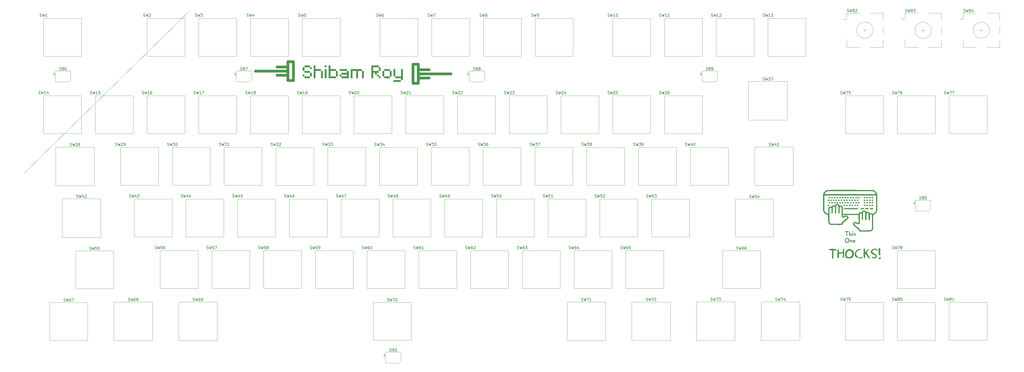
<source format=gbr>
%TF.GenerationSoftware,KiCad,Pcbnew,9.0.2*%
%TF.CreationDate,2025-06-10T11:05:30+05:30*%
%TF.ProjectId,RoyBoard,526f7942-6f61-4726-942e-6b696361645f,rev?*%
%TF.SameCoordinates,Original*%
%TF.FileFunction,Legend,Top*%
%TF.FilePolarity,Positive*%
%FSLAX46Y46*%
G04 Gerber Fmt 4.6, Leading zero omitted, Abs format (unit mm)*
G04 Created by KiCad (PCBNEW 9.0.2) date 2025-06-10 11:05:30*
%MOMM*%
%LPD*%
G01*
G04 APERTURE LIST*
%ADD10C,1.000000*%
%ADD11C,0.100000*%
%ADD12C,0.150000*%
%ADD13C,0.120000*%
%ADD14C,0.000000*%
G04 APERTURE END LIST*
D10*
X130885000Y-57920000D02*
X118885000Y-57920000D01*
X178885000Y-60420000D02*
X182885000Y-60420000D01*
D11*
X34885000Y-94420000D02*
X33885000Y-95420000D01*
D10*
X130885000Y-56420000D02*
X126885000Y-56420000D01*
X190885000Y-58920000D02*
X178885000Y-58920000D01*
X176885000Y-55420000D02*
X178885000Y-55420000D01*
X178885000Y-62420000D01*
X176885000Y-62420000D01*
X176885000Y-55420000D01*
D11*
X94885000Y-35420000D02*
X34885000Y-94420000D01*
D10*
X130885000Y-54420000D02*
X132885000Y-54420000D01*
X132885000Y-61420000D01*
X130885000Y-61420000D01*
X130885000Y-54420000D01*
X178885000Y-57420000D02*
X182885000Y-57420000D01*
X130885000Y-59420000D02*
X126885000Y-59420000D01*
D11*
G36*
X330007915Y-123733988D02*
G01*
X330007915Y-123691123D01*
X330023781Y-123655923D01*
X330087749Y-123615647D01*
X330243379Y-123569251D01*
X330553139Y-123520396D01*
X331096200Y-123474968D01*
X331575771Y-123474968D01*
X332078039Y-123520182D01*
X332407081Y-123577274D01*
X332608842Y-123639281D01*
X332721916Y-123701192D01*
X332776737Y-123761048D01*
X332793016Y-123821549D01*
X332793016Y-123951974D01*
X332826997Y-123962867D01*
X332838079Y-123994839D01*
X332785170Y-124105505D01*
X332742624Y-124153931D01*
X332706920Y-124166664D01*
X332575762Y-124166664D01*
X332432233Y-124144277D01*
X332053143Y-124037704D01*
X331704914Y-124037704D01*
X331704914Y-125039710D01*
X331694152Y-125071996D01*
X331661866Y-125082758D01*
X331704914Y-125169036D01*
X331704914Y-125998852D01*
X331717861Y-126133959D01*
X331749977Y-126216655D01*
X331704914Y-126479521D01*
X331704914Y-127001224D01*
X331618818Y-127132749D01*
X331446935Y-127115455D01*
X331328938Y-127070257D01*
X331250001Y-127002330D01*
X331201805Y-126909663D01*
X331184310Y-126783604D01*
X331184310Y-126522569D01*
X331195072Y-126490283D01*
X331227358Y-126479521D01*
X331184310Y-126391228D01*
X331195087Y-126358789D01*
X331227358Y-126347997D01*
X331184310Y-126259703D01*
X331184310Y-125260261D01*
X331193143Y-124835285D01*
X331227358Y-124084598D01*
X330704740Y-124084598D01*
X330566599Y-124071052D01*
X330468785Y-124035243D01*
X330400775Y-123981030D01*
X330356327Y-123907278D01*
X330123988Y-123838480D01*
X330030410Y-123781492D01*
X330007915Y-123733988D01*
G37*
G36*
X333126407Y-126170493D02*
G01*
X333126407Y-125474035D01*
X333179338Y-124516975D01*
X333239380Y-123984016D01*
X333297153Y-123726060D01*
X333346247Y-123626527D01*
X333386709Y-123603928D01*
X333512493Y-123621390D01*
X333604963Y-123669497D01*
X333672752Y-123748296D01*
X333717861Y-123866096D01*
X333735122Y-124037704D01*
X333735122Y-124776294D01*
X335128588Y-124733246D01*
X335128588Y-124428431D01*
X335146679Y-124092178D01*
X335193963Y-123848494D01*
X335262030Y-123676482D01*
X335345842Y-123558866D01*
X335426657Y-123524681D01*
X335477001Y-123515818D01*
X335694255Y-123558866D01*
X335694255Y-124692030D01*
X335683092Y-125433318D01*
X335652868Y-126020472D01*
X335608159Y-126476774D01*
X335675009Y-126645717D01*
X335694255Y-126776093D01*
X335565111Y-126863105D01*
X335440088Y-126845368D01*
X335339475Y-126794679D01*
X335257092Y-126709135D01*
X335191454Y-126579784D01*
X335146036Y-126392076D01*
X335128588Y-126127262D01*
X335128588Y-125172700D01*
X334868286Y-125172700D01*
X334502555Y-125197871D01*
X333735122Y-125303859D01*
X333735122Y-125651172D01*
X333746694Y-125744900D01*
X333780184Y-125825012D01*
X333735122Y-125910741D01*
X333780184Y-125998668D01*
X333735122Y-126084398D01*
X333771099Y-126166614D01*
X333780184Y-126215190D01*
X333735122Y-126215190D01*
X333780184Y-126303117D01*
X333780184Y-126431894D01*
X333739211Y-126503108D01*
X333694734Y-126637982D01*
X333649026Y-126867135D01*
X333560915Y-126910000D01*
X333429025Y-126894396D01*
X333335428Y-126852594D01*
X333269916Y-126787105D01*
X333228107Y-126693562D01*
X333212503Y-126561770D01*
X333126407Y-126170493D01*
G37*
G36*
X337761797Y-123574827D02*
G01*
X338006364Y-123627463D01*
X338240250Y-123714882D01*
X338465674Y-123838438D01*
X338684339Y-124000837D01*
X338897377Y-124206048D01*
X338951272Y-124224691D01*
X339014131Y-124294537D01*
X339090761Y-124452244D01*
X339182404Y-124750144D01*
X339288838Y-125253667D01*
X339188639Y-125693978D01*
X339069560Y-126051283D01*
X338935235Y-126337733D01*
X338788152Y-126564072D01*
X338629481Y-126739414D01*
X338458952Y-126870945D01*
X338274818Y-126963590D01*
X338073965Y-127019715D01*
X337852140Y-127038960D01*
X337157513Y-127038960D01*
X336929327Y-127019651D01*
X336731159Y-126964369D01*
X336557469Y-126874881D01*
X336404211Y-126749958D01*
X336269168Y-126585486D01*
X336152135Y-126374773D01*
X336054907Y-126108959D01*
X335981118Y-125777384D01*
X336024166Y-125777384D01*
X335981118Y-125689091D01*
X335984744Y-125602812D01*
X336589832Y-125602812D01*
X336636038Y-125896523D01*
X336712887Y-126124393D01*
X336815431Y-126299172D01*
X336942131Y-126430683D01*
X337095046Y-126525069D01*
X337279590Y-126584149D01*
X337503911Y-126605184D01*
X337807356Y-126485041D01*
X338041642Y-126356549D01*
X338218423Y-126221470D01*
X338347375Y-126080253D01*
X338435802Y-125931902D01*
X338488201Y-125773982D01*
X338505917Y-125602812D01*
X338524691Y-125588257D01*
X338552693Y-125512458D01*
X338592013Y-125296714D01*
X338530774Y-124981831D01*
X338448129Y-124731391D01*
X338347877Y-124534678D01*
X338232148Y-124382653D01*
X338101211Y-124268304D01*
X337953414Y-124187062D01*
X337785320Y-124137155D01*
X337592021Y-124119769D01*
X337267147Y-124247501D01*
X337031724Y-124379910D01*
X336867523Y-124515016D01*
X336759833Y-124652814D01*
X336698314Y-124795537D01*
X336677943Y-124947569D01*
X336649265Y-124975657D01*
X336615253Y-125132928D01*
X336589832Y-125602812D01*
X335984744Y-125602812D01*
X335996800Y-125315973D01*
X336039770Y-125013228D01*
X336104766Y-124769902D01*
X336187821Y-124576235D01*
X336286482Y-124423852D01*
X336302546Y-124331694D01*
X336356154Y-124226095D01*
X336460146Y-124101384D01*
X336632479Y-123952448D01*
X336895197Y-123774471D01*
X336910901Y-123737417D01*
X336981229Y-123671330D01*
X337157513Y-123557034D01*
X337503911Y-123557034D01*
X337761797Y-123574827D01*
G37*
G36*
X339577349Y-125736718D02*
G01*
X339577349Y-125475683D01*
X339594576Y-125264531D01*
X339648784Y-125035199D01*
X339745081Y-124783887D01*
X339890166Y-124506756D01*
X340092124Y-124199962D01*
X340360270Y-123859651D01*
X340667188Y-123703658D01*
X340971071Y-123595279D01*
X341274304Y-123531336D01*
X341579530Y-123510139D01*
X341803491Y-123544601D01*
X341927943Y-123553370D01*
X341927943Y-123641664D01*
X341899739Y-123674767D01*
X341740828Y-123739889D01*
X341274349Y-123859651D01*
X340917457Y-124045649D01*
X340641398Y-124231217D01*
X340433298Y-124415805D01*
X340282259Y-124599848D01*
X340179723Y-124784878D01*
X340119866Y-124973533D01*
X340099968Y-125169403D01*
X340099968Y-125475683D01*
X340119518Y-125624989D01*
X340184315Y-125800916D01*
X340307104Y-126011244D01*
X340504597Y-126263982D01*
X340796793Y-126567449D01*
X341100899Y-126640769D01*
X341405106Y-126684444D01*
X341710689Y-126698974D01*
X341753736Y-126698974D01*
X342233307Y-126616908D01*
X342407513Y-126616908D01*
X342457971Y-126633481D01*
X342484557Y-126660242D01*
X342493609Y-126698974D01*
X342426889Y-126806485D01*
X342340606Y-126889420D01*
X342232253Y-126950515D01*
X342096951Y-126989638D01*
X341927943Y-127003789D01*
X341796784Y-127003789D01*
X341144870Y-126903254D01*
X340656995Y-126794395D01*
X340302487Y-126681685D01*
X340053985Y-126568672D01*
X339887637Y-126457674D01*
X339783556Y-126349302D01*
X339726748Y-126241930D01*
X339708508Y-126131475D01*
X339675684Y-126118576D01*
X339642019Y-126069943D01*
X339607544Y-125956752D01*
X339577349Y-125736718D01*
G37*
G36*
X342780839Y-126085680D02*
G01*
X342815121Y-126005095D01*
X342823886Y-125956353D01*
X342780839Y-125868060D01*
X342791601Y-125835774D01*
X342823886Y-125825012D01*
X342780839Y-125607208D01*
X342789698Y-125556840D01*
X342823886Y-125475867D01*
X342780839Y-125389588D01*
X342791777Y-125355469D01*
X342823886Y-125344342D01*
X342780839Y-125126721D01*
X342823886Y-124909101D01*
X342780839Y-124820807D01*
X342812800Y-124740460D01*
X342823886Y-124646235D01*
X342780839Y-124559956D01*
X342823886Y-124471662D01*
X342789590Y-124390942D01*
X342780839Y-124342336D01*
X342823886Y-124342336D01*
X342780839Y-124254042D01*
X342823886Y-124036238D01*
X342813125Y-124003952D01*
X342780839Y-123993190D01*
X342820392Y-123647245D01*
X342866834Y-123472573D01*
X342911989Y-123399782D01*
X342955045Y-123381179D01*
X343215347Y-123381179D01*
X343266584Y-123398714D01*
X343293999Y-123427389D01*
X343303457Y-123469473D01*
X343303457Y-123730324D01*
X343434616Y-123730324D01*
X343389553Y-124167580D01*
X343389553Y-124734345D01*
X343434616Y-124734345D01*
X343455668Y-124680802D01*
X343562854Y-124537807D01*
X343847933Y-124226947D01*
X344434790Y-123643496D01*
X344565949Y-123643496D01*
X344783019Y-123686543D01*
X344783019Y-123729774D01*
X344188938Y-124477159D01*
X343993797Y-124703815D01*
X343957234Y-124733979D01*
X344412868Y-125612813D01*
X344785823Y-126251586D01*
X345088384Y-126697325D01*
X345098768Y-126802364D01*
X345127887Y-126887948D01*
X345174480Y-126958176D01*
X345174480Y-127046470D01*
X345164371Y-127095468D01*
X345137243Y-127122637D01*
X345088384Y-127132749D01*
X344914178Y-127132749D01*
X344858720Y-127101171D01*
X344695199Y-126924423D01*
X344314005Y-126422543D01*
X343563759Y-125344159D01*
X343563759Y-125301111D01*
X343520711Y-125301111D01*
X343452278Y-125344485D01*
X343407399Y-125425859D01*
X343389553Y-125563977D01*
X343389553Y-126740922D01*
X343346505Y-126958543D01*
X343190614Y-126943259D01*
X343084136Y-126903458D01*
X343013407Y-126844019D01*
X342970535Y-126763522D01*
X342955045Y-126654644D01*
X342923273Y-126639230D01*
X342884348Y-126574422D01*
X342836295Y-126412532D01*
X342780839Y-126085680D01*
G37*
G36*
X345462625Y-124864588D02*
G01*
X345505673Y-124864588D01*
X345462625Y-124776294D01*
X345462625Y-124733246D01*
X345482839Y-124504742D01*
X345541881Y-124297392D01*
X345639530Y-124106842D01*
X345778446Y-123929927D01*
X345963983Y-123764901D01*
X346203871Y-123611545D01*
X346507862Y-123471121D01*
X346768164Y-123428073D01*
X346800450Y-123438835D01*
X346811212Y-123471121D01*
X347030481Y-123428073D01*
X347251394Y-123444232D01*
X347452864Y-123491296D01*
X347638125Y-123568357D01*
X347809769Y-123676128D01*
X347969609Y-123816909D01*
X348118583Y-123994473D01*
X348118583Y-124079469D01*
X347987424Y-124166664D01*
X347875572Y-124151170D01*
X347712674Y-124094624D01*
X347480864Y-123978391D01*
X347159624Y-123779783D01*
X346911815Y-123797010D01*
X346696254Y-123846123D01*
X346507886Y-123924649D01*
X346342631Y-124032053D01*
X346197611Y-124169758D01*
X346071339Y-124341053D01*
X346088494Y-124487553D01*
X346142108Y-124640159D01*
X346237948Y-124802493D01*
X346384794Y-124977642D01*
X346593958Y-125168121D01*
X346955243Y-125338541D01*
X347227769Y-125500797D01*
X347427173Y-125654842D01*
X347567057Y-125801305D01*
X347658657Y-125941683D01*
X347710357Y-126078449D01*
X347727123Y-126215006D01*
X347727123Y-126477690D01*
X347518552Y-126701117D01*
X347325581Y-126858746D01*
X347145590Y-126962159D01*
X346975340Y-127020292D01*
X346811029Y-127038960D01*
X346639021Y-127038960D01*
X346467709Y-127024325D01*
X346301287Y-126980395D01*
X346137506Y-126905881D01*
X345974534Y-126797894D01*
X345811038Y-126652079D01*
X345811038Y-126477690D01*
X345897133Y-126477690D01*
X345897133Y-126389396D01*
X345811038Y-126258054D01*
X345811038Y-126215006D01*
X346037484Y-126377158D01*
X346264389Y-126502268D01*
X346493064Y-126593255D01*
X346725116Y-126652079D01*
X346879482Y-126635748D01*
X347009018Y-126589239D01*
X347119067Y-126513385D01*
X347212794Y-126405162D01*
X347290783Y-126258054D01*
X347271859Y-126164862D01*
X347208794Y-126062642D01*
X347084784Y-125945748D01*
X346875216Y-125810340D01*
X346549398Y-125653783D01*
X346071339Y-125474035D01*
X345747624Y-125242144D01*
X345568043Y-125073835D01*
X345484935Y-124952993D01*
X345462625Y-124864588D01*
G37*
G36*
X348405263Y-126822805D02*
G01*
X348500637Y-126690064D01*
X348585769Y-126624568D01*
X348665565Y-126605184D01*
X348877356Y-126623516D01*
X349014411Y-126669867D01*
X349099013Y-126736276D01*
X349145136Y-126822805D01*
X349145136Y-126908351D01*
X349124892Y-127053879D01*
X349068887Y-127161986D01*
X348976976Y-127242215D01*
X348839771Y-127296880D01*
X348610327Y-127229583D01*
X348483362Y-127163486D01*
X348422905Y-127100777D01*
X348405263Y-127038593D01*
X348405263Y-126822805D01*
G37*
G36*
X348405263Y-125516350D02*
G01*
X348405263Y-123296915D01*
X348415849Y-123260547D01*
X348454030Y-123217984D01*
X348536421Y-123165757D01*
X348676132Y-123184438D01*
X348787262Y-123237311D01*
X348876894Y-123325205D01*
X348947311Y-123456038D01*
X348995550Y-123643506D01*
X349013977Y-123905629D01*
X348995337Y-124373429D01*
X348927882Y-125082025D01*
X349013977Y-125690556D01*
X348962264Y-125802920D01*
X348920312Y-125851909D01*
X348884834Y-125864762D01*
X348839771Y-125864762D01*
X348699982Y-125851454D01*
X348605044Y-125816940D01*
X348542483Y-125765757D01*
X348504874Y-125697016D01*
X348491359Y-125604644D01*
X348442688Y-125594395D01*
X348415470Y-125566684D01*
X348405263Y-125516350D01*
G37*
G36*
X138972229Y-56500608D02*
G01*
X136920589Y-56500608D01*
X136920589Y-55821919D01*
X138972229Y-55821919D01*
X138972229Y-56500608D01*
G37*
G36*
X138972229Y-60570000D02*
G01*
X136920589Y-60570000D01*
X136920589Y-59891310D01*
X138972229Y-59891310D01*
X138972229Y-60570000D01*
G37*
G36*
X138972229Y-58532709D02*
G01*
X136920589Y-58532709D01*
X136920589Y-57854019D01*
X138972229Y-57854019D01*
X138972229Y-58532709D01*
G37*
G36*
X139636570Y-57164949D02*
G01*
X138972229Y-57164949D01*
X138972229Y-56486259D01*
X139636570Y-56486259D01*
X139636570Y-57164949D01*
G37*
G36*
X136915704Y-57834480D02*
G01*
X136236709Y-57834480D01*
X136236709Y-56486259D01*
X136915704Y-56486259D01*
X136915704Y-57834480D01*
G37*
G36*
X139636570Y-59886120D02*
G01*
X138972229Y-59886120D01*
X138972229Y-58537899D01*
X139636570Y-58537899D01*
X139636570Y-59886120D01*
G37*
G36*
X136915704Y-59886120D02*
G01*
X136236709Y-59886120D01*
X136236709Y-59207430D01*
X136915704Y-59207430D01*
X136915704Y-59886120D01*
G37*
G36*
X141014099Y-60570000D02*
G01*
X140335104Y-60570000D01*
X140335104Y-55821919D01*
X141014099Y-55821919D01*
X141014099Y-57170139D01*
X143056275Y-57170139D01*
X143056275Y-57848829D01*
X141014099Y-57848829D01*
X141014099Y-60570000D01*
G37*
G36*
X143734965Y-60570000D02*
G01*
X143056275Y-60570000D01*
X143056275Y-57854019D01*
X143734965Y-57854019D01*
X143734965Y-60570000D01*
G37*
G36*
X145112494Y-60570000D02*
G01*
X144433499Y-60570000D01*
X144433499Y-57170139D01*
X145112494Y-57170139D01*
X145112494Y-60570000D01*
G37*
G36*
X145112494Y-56500608D02*
G01*
X144433499Y-56500608D01*
X144433499Y-55821919D01*
X145112494Y-55821919D01*
X145112494Y-56500608D01*
G37*
G36*
X148532199Y-60570000D02*
G01*
X145811029Y-60570000D01*
X145811029Y-55821919D01*
X146490024Y-55821919D01*
X146490024Y-57170139D01*
X148532199Y-57170139D01*
X148532199Y-57848829D01*
X146490024Y-57848829D01*
X146490024Y-59891310D01*
X148532199Y-59891310D01*
X148532199Y-60570000D01*
G37*
G36*
X149210889Y-59891310D02*
G01*
X148532199Y-59891310D01*
X148532199Y-57854019D01*
X149210889Y-57854019D01*
X149210889Y-59891310D01*
G37*
G36*
X150588419Y-59886120D02*
G01*
X149909424Y-59886120D01*
X149909424Y-59207430D01*
X150588419Y-59207430D01*
X150588419Y-59886120D01*
G37*
G36*
X152625404Y-57848829D02*
G01*
X149909424Y-57848829D01*
X149909424Y-57170139D01*
X152625404Y-57170139D01*
X152625404Y-57848829D01*
G37*
G36*
X153309284Y-60570000D02*
G01*
X150588419Y-60570000D01*
X150588419Y-59891310D01*
X152630289Y-59891310D01*
X152630289Y-59202240D01*
X150588419Y-59202240D01*
X150588419Y-58523550D01*
X152630289Y-58523550D01*
X152630289Y-57848829D01*
X153309284Y-57848829D01*
X153309284Y-60570000D01*
G37*
G36*
X156723799Y-60570000D02*
G01*
X156044804Y-60570000D01*
X156044804Y-57848829D01*
X154686814Y-57848829D01*
X154686814Y-60570000D01*
X154007819Y-60570000D01*
X154007819Y-57170139D01*
X158091559Y-57170139D01*
X158091559Y-57848829D01*
X156723799Y-57848829D01*
X156723799Y-60570000D01*
G37*
G36*
X158770554Y-60570000D02*
G01*
X158091559Y-60570000D01*
X158091559Y-57854019D01*
X158770554Y-57854019D01*
X158770554Y-60570000D01*
G37*
G36*
X164275788Y-59886120D02*
G01*
X163596793Y-59886120D01*
X163596793Y-59207430D01*
X164275788Y-59207430D01*
X164275788Y-59886120D01*
G37*
G36*
X164959668Y-60570000D02*
G01*
X164280673Y-60570000D01*
X164280673Y-59891310D01*
X164959668Y-59891310D01*
X164959668Y-60570000D01*
G37*
G36*
X162238803Y-60570000D02*
G01*
X161559808Y-60570000D01*
X161559808Y-55821919D01*
X164275788Y-55821919D01*
X164275788Y-56500608D01*
X162238803Y-56500608D01*
X162238803Y-57854019D01*
X164275788Y-57854019D01*
X164275788Y-58532709D01*
X163591908Y-58532709D01*
X163591908Y-59207430D01*
X162912913Y-59207430D01*
X162912913Y-58532709D01*
X162238803Y-58532709D01*
X162238803Y-60570000D01*
G37*
G36*
X164959668Y-57834480D02*
G01*
X164280673Y-57834480D01*
X164280673Y-56486259D01*
X164959668Y-56486259D01*
X164959668Y-57834480D01*
G37*
G36*
X168393722Y-57848829D02*
G01*
X166342083Y-57848829D01*
X166342083Y-57170139D01*
X168393722Y-57170139D01*
X168393722Y-57848829D01*
G37*
G36*
X169058063Y-59891310D02*
G01*
X168393722Y-59891310D01*
X168393722Y-57854019D01*
X169058063Y-57854019D01*
X169058063Y-59891310D01*
G37*
G36*
X168393722Y-60570000D02*
G01*
X166342083Y-60570000D01*
X166342083Y-59891310D01*
X168393722Y-59891310D01*
X168393722Y-60570000D01*
G37*
G36*
X166337198Y-59891310D02*
G01*
X165658203Y-59891310D01*
X165658203Y-57854019D01*
X166337198Y-57854019D01*
X166337198Y-59891310D01*
G37*
G36*
X170435593Y-59886120D02*
G01*
X169756598Y-59886120D01*
X169756598Y-57170139D01*
X170435593Y-57170139D01*
X170435593Y-59886120D01*
G37*
G36*
X173156458Y-61253879D02*
G01*
X172477463Y-61253879D01*
X172477463Y-60570000D01*
X170435593Y-60570000D01*
X170435593Y-59891310D01*
X172477463Y-59891310D01*
X172477463Y-57170139D01*
X173156458Y-57170139D01*
X173156458Y-61253879D01*
G37*
G36*
X172472578Y-61918220D02*
G01*
X169756598Y-61918220D01*
X169756598Y-61239530D01*
X172472578Y-61239530D01*
X172472578Y-61918220D01*
G37*
G36*
X335946457Y-117056994D02*
G01*
X335946457Y-117035561D01*
X335954390Y-117017961D01*
X335986374Y-116997823D01*
X336064189Y-116974625D01*
X336219069Y-116950198D01*
X336490600Y-116927484D01*
X336730385Y-116927484D01*
X336981519Y-116950091D01*
X337146040Y-116978637D01*
X337246921Y-117009640D01*
X337303458Y-117040596D01*
X337330868Y-117070524D01*
X337339008Y-117100774D01*
X337339008Y-117165987D01*
X337355998Y-117171433D01*
X337361539Y-117187419D01*
X337335085Y-117242752D01*
X337313812Y-117266965D01*
X337295960Y-117273332D01*
X337230381Y-117273332D01*
X337158616Y-117262138D01*
X336969071Y-117208852D01*
X336794957Y-117208852D01*
X336794957Y-117709855D01*
X336789576Y-117725998D01*
X336773433Y-117731379D01*
X336794957Y-117774518D01*
X336794957Y-118189426D01*
X336801430Y-118256979D01*
X336817488Y-118298327D01*
X336794957Y-118429760D01*
X336794957Y-118690612D01*
X336751909Y-118756374D01*
X336665967Y-118747727D01*
X336606969Y-118725128D01*
X336567500Y-118691165D01*
X336543402Y-118644831D01*
X336534655Y-118581802D01*
X336534655Y-118451284D01*
X336540036Y-118435141D01*
X336556179Y-118429760D01*
X336534655Y-118385614D01*
X336540043Y-118369394D01*
X336556179Y-118363998D01*
X336534655Y-118319851D01*
X336534655Y-117820130D01*
X336539071Y-117607642D01*
X336556179Y-117232299D01*
X336294870Y-117232299D01*
X336225799Y-117225526D01*
X336176892Y-117207621D01*
X336142887Y-117180515D01*
X336120663Y-117143639D01*
X336004494Y-117109240D01*
X335957705Y-117080746D01*
X335946457Y-117056994D01*
G37*
G36*
X337505703Y-117448454D02*
G01*
X337526647Y-117225138D01*
X337550319Y-117095451D01*
X337573635Y-117028435D01*
X337594771Y-116999569D01*
X337614330Y-116991964D01*
X337745489Y-116991964D01*
X337750976Y-117038350D01*
X337767013Y-117079250D01*
X337750248Y-117348866D01*
X337745489Y-117537022D01*
X337745489Y-117624309D01*
X337751138Y-117726828D01*
X337766228Y-117804902D01*
X337788537Y-117863453D01*
X337828944Y-117846361D01*
X337854116Y-117841929D01*
X337988664Y-117849711D01*
X338094684Y-117870858D01*
X338177430Y-117902775D01*
X338241303Y-117943944D01*
X338289631Y-117994062D01*
X338347581Y-118130516D01*
X338396285Y-118279987D01*
X338435259Y-118443684D01*
X338463838Y-118622926D01*
X338441215Y-118622926D01*
X338463838Y-118665791D01*
X338398258Y-118774051D01*
X338317965Y-118767069D01*
X338264352Y-118749172D01*
X338229867Y-118723184D01*
X338209664Y-118689157D01*
X338202528Y-118644358D01*
X338155695Y-118407243D01*
X338106775Y-118236915D01*
X338057620Y-118119158D01*
X338009478Y-118041609D01*
X337962743Y-117993970D01*
X337898090Y-118163200D01*
X337864160Y-118298158D01*
X337854116Y-118405306D01*
X337875640Y-118665607D01*
X337810061Y-118709480D01*
X337721878Y-118701467D01*
X337662517Y-118680816D01*
X337623887Y-118650525D01*
X337600970Y-118610373D01*
X337592807Y-118556980D01*
X337543508Y-118163336D01*
X337514939Y-117794349D01*
X337505703Y-117448454D01*
G37*
G36*
X338607727Y-117228360D02*
G01*
X338607727Y-117163972D01*
X338616651Y-117104360D01*
X338640332Y-117065673D01*
X338678786Y-117041926D01*
X338737878Y-117032997D01*
X338842422Y-117053733D01*
X338914083Y-117086711D01*
X338961322Y-117129618D01*
X338989338Y-117183154D01*
X338999187Y-117250892D01*
X338985545Y-117285253D01*
X338956022Y-117321322D01*
X338905049Y-117360208D01*
X338824981Y-117402292D01*
X338738978Y-117393663D01*
X338679969Y-117371119D01*
X338640524Y-117337261D01*
X338616458Y-117291107D01*
X338607727Y-117228360D01*
G37*
G36*
X338673306Y-118407962D02*
G01*
X338673306Y-118320401D01*
X338694830Y-118320401D01*
X338677685Y-118279949D01*
X338673306Y-118255554D01*
X338678783Y-118238418D01*
X338694830Y-118232840D01*
X338673306Y-118123663D01*
X338673306Y-117817749D01*
X338680310Y-117761172D01*
X338700306Y-117714458D01*
X338733427Y-117675289D01*
X338781933Y-117642627D01*
X338893914Y-117659858D01*
X338956140Y-117664242D01*
X338934616Y-117817749D01*
X338934616Y-118232840D01*
X338939135Y-118356598D01*
X338956140Y-118561468D01*
X338847513Y-118627414D01*
X338784786Y-118618632D01*
X338738582Y-118594399D01*
X338704626Y-118554608D01*
X338681982Y-118494979D01*
X338673306Y-118407962D01*
G37*
G36*
X339142619Y-118602135D02*
G01*
X339142619Y-118579695D01*
X339153485Y-118556836D01*
X339200579Y-118523825D01*
X339318742Y-118475275D01*
X339556611Y-118406130D01*
X339648772Y-118343733D01*
X339665238Y-118319393D01*
X339665238Y-118297961D01*
X339650262Y-118282968D01*
X339562001Y-118255953D01*
X339295301Y-118211224D01*
X339228271Y-118157930D01*
X339181456Y-118094216D01*
X339152739Y-118018135D01*
X339142619Y-117926193D01*
X339188133Y-117833277D01*
X339243866Y-117756817D01*
X339309979Y-117694697D01*
X339387450Y-117645641D01*
X339478000Y-117609306D01*
X339583988Y-117586298D01*
X339708285Y-117578147D01*
X339790683Y-117585353D01*
X339916679Y-117611847D01*
X340100753Y-117666074D01*
X340100753Y-117687232D01*
X340078130Y-117795034D01*
X339752341Y-117729455D01*
X339599964Y-117773380D01*
X339517709Y-117813621D01*
X339480031Y-117849440D01*
X339469508Y-117882779D01*
X339469508Y-117970614D01*
X339486469Y-118055256D01*
X339508646Y-118091767D01*
X339534079Y-118101773D01*
X339621182Y-118101773D01*
X339741944Y-118108978D01*
X339830843Y-118127993D01*
X339894898Y-118155779D01*
X339939817Y-118190677D01*
X339969595Y-118232657D01*
X339969595Y-118255096D01*
X339960751Y-118325924D01*
X339934546Y-118390009D01*
X339889654Y-118449423D01*
X339822501Y-118505209D01*
X339727618Y-118557286D01*
X339598016Y-118604541D01*
X339425452Y-118645000D01*
X339359873Y-118645000D01*
X339142619Y-118602135D01*
G37*
G36*
X336836797Y-119497413D02*
G01*
X336959080Y-119523731D01*
X337076023Y-119567441D01*
X337188735Y-119629219D01*
X337298068Y-119710418D01*
X337404587Y-119813024D01*
X337431534Y-119822345D01*
X337462964Y-119857268D01*
X337501279Y-119936122D01*
X337547100Y-120085072D01*
X337600317Y-120336833D01*
X337550217Y-120556989D01*
X337490678Y-120735641D01*
X337423516Y-120878866D01*
X337349974Y-120992036D01*
X337270639Y-121079707D01*
X337185374Y-121145472D01*
X337093307Y-121191795D01*
X336992880Y-121219857D01*
X336881968Y-121229480D01*
X336534655Y-121229480D01*
X336420562Y-121219825D01*
X336321478Y-121192184D01*
X336234632Y-121147440D01*
X336158004Y-121084979D01*
X336090482Y-121002743D01*
X336031966Y-120897386D01*
X335983352Y-120764479D01*
X335946457Y-120598692D01*
X335967981Y-120598692D01*
X335946457Y-120554545D01*
X335948270Y-120511406D01*
X336250814Y-120511406D01*
X336273917Y-120658261D01*
X336312342Y-120772196D01*
X336363614Y-120859586D01*
X336426964Y-120925341D01*
X336503421Y-120972534D01*
X336595693Y-121002074D01*
X336707854Y-121012592D01*
X336859576Y-120952520D01*
X336976719Y-120888274D01*
X337065110Y-120820735D01*
X337129586Y-120750126D01*
X337173799Y-120675951D01*
X337199999Y-120596991D01*
X337208857Y-120511406D01*
X337218244Y-120504128D01*
X337232245Y-120466229D01*
X337251905Y-120358357D01*
X337221285Y-120200915D01*
X337179963Y-120075695D01*
X337129837Y-119977339D01*
X337071972Y-119901326D01*
X337006504Y-119844152D01*
X336932605Y-119803531D01*
X336848558Y-119778577D01*
X336751909Y-119769884D01*
X336589471Y-119833750D01*
X336471760Y-119899955D01*
X336389660Y-119967508D01*
X336335815Y-120036407D01*
X336305055Y-120107768D01*
X336294870Y-120183784D01*
X336280531Y-120197828D01*
X336263525Y-120276464D01*
X336250814Y-120511406D01*
X335948270Y-120511406D01*
X335954298Y-120367986D01*
X335975783Y-120216614D01*
X336008281Y-120094951D01*
X336049809Y-119998117D01*
X336099139Y-119921926D01*
X336107171Y-119875847D01*
X336133975Y-119823047D01*
X336185971Y-119760692D01*
X336272137Y-119686224D01*
X336403497Y-119597235D01*
X336411349Y-119578708D01*
X336446513Y-119545665D01*
X336534655Y-119488517D01*
X336707854Y-119488517D01*
X336836797Y-119497413D01*
G37*
G36*
X337744573Y-120665828D02*
G01*
X337744573Y-120274276D01*
X337750793Y-120217638D01*
X337767711Y-120175384D01*
X337794288Y-120143987D01*
X337831676Y-120121594D01*
X338462922Y-120208697D01*
X338564189Y-120365471D01*
X338637720Y-120509756D01*
X338687088Y-120643180D01*
X338715204Y-120767402D01*
X338724231Y-120884090D01*
X338712518Y-120953975D01*
X338658652Y-121123967D01*
X338593073Y-121123967D01*
X338541744Y-121114811D01*
X338498361Y-121087487D01*
X338460614Y-121038331D01*
X338428931Y-120959298D01*
X338406231Y-120839094D01*
X338397342Y-120663905D01*
X338323221Y-120499008D01*
X338258285Y-120386892D01*
X338201612Y-120315034D01*
X338106686Y-120566238D01*
X338046868Y-120768831D01*
X338015261Y-120930530D01*
X338005882Y-121058387D01*
X337984358Y-121058387D01*
X337895711Y-121050354D01*
X337836065Y-121029654D01*
X337797277Y-120999311D01*
X337774284Y-120959119D01*
X337766097Y-120905705D01*
X337770458Y-120881201D01*
X337787621Y-120840034D01*
X337755493Y-120757690D01*
X337744573Y-120665828D01*
G37*
G36*
X339605373Y-120218894D02*
G01*
X339676921Y-120242936D01*
X339723029Y-120277905D01*
X339750095Y-120323781D01*
X339759668Y-120384277D01*
X339759668Y-120515894D01*
X339754280Y-120532113D01*
X339738144Y-120537509D01*
X339759668Y-120580099D01*
X339749152Y-120610099D01*
X339710059Y-120643693D01*
X339621808Y-120682881D01*
X339454700Y-120727120D01*
X339171470Y-120774638D01*
X339215717Y-120863924D01*
X339269529Y-120929256D01*
X339333102Y-120974865D01*
X339408290Y-121002783D01*
X339498359Y-121012592D01*
X339519883Y-121012592D01*
X339617336Y-120958569D01*
X339687798Y-120932041D01*
X339738144Y-120924665D01*
X339759668Y-120924665D01*
X339868203Y-120947379D01*
X339868203Y-120968903D01*
X339858270Y-121028614D01*
X339828725Y-121079938D01*
X339776418Y-121125362D01*
X339694089Y-121165000D01*
X339476835Y-121165000D01*
X339334527Y-121156384D01*
X339215683Y-121132329D01*
X339116581Y-121094868D01*
X339034098Y-121045079D01*
X338965854Y-120983018D01*
X338910357Y-120907709D01*
X338867113Y-120817228D01*
X338867113Y-120580099D01*
X339171470Y-120580099D01*
X339432780Y-120516260D01*
X339432780Y-120408824D01*
X339322818Y-120428930D01*
X339250374Y-120457641D01*
X339205176Y-120492234D01*
X339179952Y-120532331D01*
X339171470Y-120580099D01*
X338867113Y-120580099D01*
X338867113Y-120578633D01*
X338897831Y-120483809D01*
X338939223Y-120407341D01*
X338990777Y-120346252D01*
X339053048Y-120298534D01*
X339127612Y-120263319D01*
X339216927Y-120240951D01*
X339324153Y-120232969D01*
X339332111Y-120224017D01*
X339374464Y-120214539D01*
X339498359Y-120209521D01*
X339605373Y-120218894D01*
G37*
D12*
X167425476Y-142733200D02*
X167568333Y-142780819D01*
X167568333Y-142780819D02*
X167806428Y-142780819D01*
X167806428Y-142780819D02*
X167901666Y-142733200D01*
X167901666Y-142733200D02*
X167949285Y-142685580D01*
X167949285Y-142685580D02*
X167996904Y-142590342D01*
X167996904Y-142590342D02*
X167996904Y-142495104D01*
X167996904Y-142495104D02*
X167949285Y-142399866D01*
X167949285Y-142399866D02*
X167901666Y-142352247D01*
X167901666Y-142352247D02*
X167806428Y-142304628D01*
X167806428Y-142304628D02*
X167615952Y-142257009D01*
X167615952Y-142257009D02*
X167520714Y-142209390D01*
X167520714Y-142209390D02*
X167473095Y-142161771D01*
X167473095Y-142161771D02*
X167425476Y-142066533D01*
X167425476Y-142066533D02*
X167425476Y-141971295D01*
X167425476Y-141971295D02*
X167473095Y-141876057D01*
X167473095Y-141876057D02*
X167520714Y-141828438D01*
X167520714Y-141828438D02*
X167615952Y-141780819D01*
X167615952Y-141780819D02*
X167854047Y-141780819D01*
X167854047Y-141780819D02*
X167996904Y-141828438D01*
X168330238Y-141780819D02*
X168568333Y-142780819D01*
X168568333Y-142780819D02*
X168758809Y-142066533D01*
X168758809Y-142066533D02*
X168949285Y-142780819D01*
X168949285Y-142780819D02*
X169187381Y-141780819D01*
X169473095Y-141780819D02*
X170139761Y-141780819D01*
X170139761Y-141780819D02*
X169711190Y-142780819D01*
X170711190Y-141780819D02*
X170806428Y-141780819D01*
X170806428Y-141780819D02*
X170901666Y-141828438D01*
X170901666Y-141828438D02*
X170949285Y-141876057D01*
X170949285Y-141876057D02*
X170996904Y-141971295D01*
X170996904Y-141971295D02*
X171044523Y-142161771D01*
X171044523Y-142161771D02*
X171044523Y-142399866D01*
X171044523Y-142399866D02*
X170996904Y-142590342D01*
X170996904Y-142590342D02*
X170949285Y-142685580D01*
X170949285Y-142685580D02*
X170901666Y-142733200D01*
X170901666Y-142733200D02*
X170806428Y-142780819D01*
X170806428Y-142780819D02*
X170711190Y-142780819D01*
X170711190Y-142780819D02*
X170615952Y-142733200D01*
X170615952Y-142733200D02*
X170568333Y-142685580D01*
X170568333Y-142685580D02*
X170520714Y-142590342D01*
X170520714Y-142590342D02*
X170473095Y-142399866D01*
X170473095Y-142399866D02*
X170473095Y-142161771D01*
X170473095Y-142161771D02*
X170520714Y-141971295D01*
X170520714Y-141971295D02*
X170568333Y-141876057D01*
X170568333Y-141876057D02*
X170615952Y-141828438D01*
X170615952Y-141828438D02*
X170711190Y-141780819D01*
X248650476Y-37732200D02*
X248793333Y-37779819D01*
X248793333Y-37779819D02*
X249031428Y-37779819D01*
X249031428Y-37779819D02*
X249126666Y-37732200D01*
X249126666Y-37732200D02*
X249174285Y-37684580D01*
X249174285Y-37684580D02*
X249221904Y-37589342D01*
X249221904Y-37589342D02*
X249221904Y-37494104D01*
X249221904Y-37494104D02*
X249174285Y-37398866D01*
X249174285Y-37398866D02*
X249126666Y-37351247D01*
X249126666Y-37351247D02*
X249031428Y-37303628D01*
X249031428Y-37303628D02*
X248840952Y-37256009D01*
X248840952Y-37256009D02*
X248745714Y-37208390D01*
X248745714Y-37208390D02*
X248698095Y-37160771D01*
X248698095Y-37160771D02*
X248650476Y-37065533D01*
X248650476Y-37065533D02*
X248650476Y-36970295D01*
X248650476Y-36970295D02*
X248698095Y-36875057D01*
X248698095Y-36875057D02*
X248745714Y-36827438D01*
X248745714Y-36827438D02*
X248840952Y-36779819D01*
X248840952Y-36779819D02*
X249079047Y-36779819D01*
X249079047Y-36779819D02*
X249221904Y-36827438D01*
X249555238Y-36779819D02*
X249793333Y-37779819D01*
X249793333Y-37779819D02*
X249983809Y-37065533D01*
X249983809Y-37065533D02*
X250174285Y-37779819D01*
X250174285Y-37779819D02*
X250412381Y-36779819D01*
X251317142Y-37779819D02*
X250745714Y-37779819D01*
X251031428Y-37779819D02*
X251031428Y-36779819D01*
X251031428Y-36779819D02*
X250936190Y-36922676D01*
X250936190Y-36922676D02*
X250840952Y-37017914D01*
X250840952Y-37017914D02*
X250745714Y-37065533D01*
X251936190Y-36779819D02*
X252031428Y-36779819D01*
X252031428Y-36779819D02*
X252126666Y-36827438D01*
X252126666Y-36827438D02*
X252174285Y-36875057D01*
X252174285Y-36875057D02*
X252221904Y-36970295D01*
X252221904Y-36970295D02*
X252269523Y-37160771D01*
X252269523Y-37160771D02*
X252269523Y-37398866D01*
X252269523Y-37398866D02*
X252221904Y-37589342D01*
X252221904Y-37589342D02*
X252174285Y-37684580D01*
X252174285Y-37684580D02*
X252126666Y-37732200D01*
X252126666Y-37732200D02*
X252031428Y-37779819D01*
X252031428Y-37779819D02*
X251936190Y-37779819D01*
X251936190Y-37779819D02*
X251840952Y-37732200D01*
X251840952Y-37732200D02*
X251793333Y-37684580D01*
X251793333Y-37684580D02*
X251745714Y-37589342D01*
X251745714Y-37589342D02*
X251698095Y-37398866D01*
X251698095Y-37398866D02*
X251698095Y-37160771D01*
X251698095Y-37160771D02*
X251745714Y-36970295D01*
X251745714Y-36970295D02*
X251793333Y-36875057D01*
X251793333Y-36875057D02*
X251840952Y-36827438D01*
X251840952Y-36827438D02*
X251936190Y-36779819D01*
X305755476Y-61277200D02*
X305898333Y-61324819D01*
X305898333Y-61324819D02*
X306136428Y-61324819D01*
X306136428Y-61324819D02*
X306231666Y-61277200D01*
X306231666Y-61277200D02*
X306279285Y-61229580D01*
X306279285Y-61229580D02*
X306326904Y-61134342D01*
X306326904Y-61134342D02*
X306326904Y-61039104D01*
X306326904Y-61039104D02*
X306279285Y-60943866D01*
X306279285Y-60943866D02*
X306231666Y-60896247D01*
X306231666Y-60896247D02*
X306136428Y-60848628D01*
X306136428Y-60848628D02*
X305945952Y-60801009D01*
X305945952Y-60801009D02*
X305850714Y-60753390D01*
X305850714Y-60753390D02*
X305803095Y-60705771D01*
X305803095Y-60705771D02*
X305755476Y-60610533D01*
X305755476Y-60610533D02*
X305755476Y-60515295D01*
X305755476Y-60515295D02*
X305803095Y-60420057D01*
X305803095Y-60420057D02*
X305850714Y-60372438D01*
X305850714Y-60372438D02*
X305945952Y-60324819D01*
X305945952Y-60324819D02*
X306184047Y-60324819D01*
X306184047Y-60324819D02*
X306326904Y-60372438D01*
X306660238Y-60324819D02*
X306898333Y-61324819D01*
X306898333Y-61324819D02*
X307088809Y-60610533D01*
X307088809Y-60610533D02*
X307279285Y-61324819D01*
X307279285Y-61324819D02*
X307517381Y-60324819D01*
X307850714Y-60420057D02*
X307898333Y-60372438D01*
X307898333Y-60372438D02*
X307993571Y-60324819D01*
X307993571Y-60324819D02*
X308231666Y-60324819D01*
X308231666Y-60324819D02*
X308326904Y-60372438D01*
X308326904Y-60372438D02*
X308374523Y-60420057D01*
X308374523Y-60420057D02*
X308422142Y-60515295D01*
X308422142Y-60515295D02*
X308422142Y-60610533D01*
X308422142Y-60610533D02*
X308374523Y-60753390D01*
X308374523Y-60753390D02*
X307803095Y-61324819D01*
X307803095Y-61324819D02*
X308422142Y-61324819D01*
X308755476Y-60324819D02*
X309422142Y-60324819D01*
X309422142Y-60324819D02*
X308993571Y-61324819D01*
X120062976Y-123457200D02*
X120205833Y-123504819D01*
X120205833Y-123504819D02*
X120443928Y-123504819D01*
X120443928Y-123504819D02*
X120539166Y-123457200D01*
X120539166Y-123457200D02*
X120586785Y-123409580D01*
X120586785Y-123409580D02*
X120634404Y-123314342D01*
X120634404Y-123314342D02*
X120634404Y-123219104D01*
X120634404Y-123219104D02*
X120586785Y-123123866D01*
X120586785Y-123123866D02*
X120539166Y-123076247D01*
X120539166Y-123076247D02*
X120443928Y-123028628D01*
X120443928Y-123028628D02*
X120253452Y-122981009D01*
X120253452Y-122981009D02*
X120158214Y-122933390D01*
X120158214Y-122933390D02*
X120110595Y-122885771D01*
X120110595Y-122885771D02*
X120062976Y-122790533D01*
X120062976Y-122790533D02*
X120062976Y-122695295D01*
X120062976Y-122695295D02*
X120110595Y-122600057D01*
X120110595Y-122600057D02*
X120158214Y-122552438D01*
X120158214Y-122552438D02*
X120253452Y-122504819D01*
X120253452Y-122504819D02*
X120491547Y-122504819D01*
X120491547Y-122504819D02*
X120634404Y-122552438D01*
X120967738Y-122504819D02*
X121205833Y-123504819D01*
X121205833Y-123504819D02*
X121396309Y-122790533D01*
X121396309Y-122790533D02*
X121586785Y-123504819D01*
X121586785Y-123504819D02*
X121824881Y-122504819D01*
X122682023Y-122504819D02*
X122205833Y-122504819D01*
X122205833Y-122504819D02*
X122158214Y-122981009D01*
X122158214Y-122981009D02*
X122205833Y-122933390D01*
X122205833Y-122933390D02*
X122301071Y-122885771D01*
X122301071Y-122885771D02*
X122539166Y-122885771D01*
X122539166Y-122885771D02*
X122634404Y-122933390D01*
X122634404Y-122933390D02*
X122682023Y-122981009D01*
X122682023Y-122981009D02*
X122729642Y-123076247D01*
X122729642Y-123076247D02*
X122729642Y-123314342D01*
X122729642Y-123314342D02*
X122682023Y-123409580D01*
X122682023Y-123409580D02*
X122634404Y-123457200D01*
X122634404Y-123457200D02*
X122539166Y-123504819D01*
X122539166Y-123504819D02*
X122301071Y-123504819D01*
X122301071Y-123504819D02*
X122205833Y-123457200D01*
X122205833Y-123457200D02*
X122158214Y-123409580D01*
X123301071Y-122933390D02*
X123205833Y-122885771D01*
X123205833Y-122885771D02*
X123158214Y-122838152D01*
X123158214Y-122838152D02*
X123110595Y-122742914D01*
X123110595Y-122742914D02*
X123110595Y-122695295D01*
X123110595Y-122695295D02*
X123158214Y-122600057D01*
X123158214Y-122600057D02*
X123205833Y-122552438D01*
X123205833Y-122552438D02*
X123301071Y-122504819D01*
X123301071Y-122504819D02*
X123491547Y-122504819D01*
X123491547Y-122504819D02*
X123586785Y-122552438D01*
X123586785Y-122552438D02*
X123634404Y-122600057D01*
X123634404Y-122600057D02*
X123682023Y-122695295D01*
X123682023Y-122695295D02*
X123682023Y-122742914D01*
X123682023Y-122742914D02*
X123634404Y-122838152D01*
X123634404Y-122838152D02*
X123586785Y-122885771D01*
X123586785Y-122885771D02*
X123491547Y-122933390D01*
X123491547Y-122933390D02*
X123301071Y-122933390D01*
X123301071Y-122933390D02*
X123205833Y-122981009D01*
X123205833Y-122981009D02*
X123158214Y-123028628D01*
X123158214Y-123028628D02*
X123110595Y-123123866D01*
X123110595Y-123123866D02*
X123110595Y-123314342D01*
X123110595Y-123314342D02*
X123158214Y-123409580D01*
X123158214Y-123409580D02*
X123205833Y-123457200D01*
X123205833Y-123457200D02*
X123301071Y-123504819D01*
X123301071Y-123504819D02*
X123491547Y-123504819D01*
X123491547Y-123504819D02*
X123586785Y-123457200D01*
X123586785Y-123457200D02*
X123634404Y-123409580D01*
X123634404Y-123409580D02*
X123682023Y-123314342D01*
X123682023Y-123314342D02*
X123682023Y-123123866D01*
X123682023Y-123123866D02*
X123634404Y-123028628D01*
X123634404Y-123028628D02*
X123586785Y-122981009D01*
X123586785Y-122981009D02*
X123491547Y-122933390D01*
X286537976Y-142547200D02*
X286680833Y-142594819D01*
X286680833Y-142594819D02*
X286918928Y-142594819D01*
X286918928Y-142594819D02*
X287014166Y-142547200D01*
X287014166Y-142547200D02*
X287061785Y-142499580D01*
X287061785Y-142499580D02*
X287109404Y-142404342D01*
X287109404Y-142404342D02*
X287109404Y-142309104D01*
X287109404Y-142309104D02*
X287061785Y-142213866D01*
X287061785Y-142213866D02*
X287014166Y-142166247D01*
X287014166Y-142166247D02*
X286918928Y-142118628D01*
X286918928Y-142118628D02*
X286728452Y-142071009D01*
X286728452Y-142071009D02*
X286633214Y-142023390D01*
X286633214Y-142023390D02*
X286585595Y-141975771D01*
X286585595Y-141975771D02*
X286537976Y-141880533D01*
X286537976Y-141880533D02*
X286537976Y-141785295D01*
X286537976Y-141785295D02*
X286585595Y-141690057D01*
X286585595Y-141690057D02*
X286633214Y-141642438D01*
X286633214Y-141642438D02*
X286728452Y-141594819D01*
X286728452Y-141594819D02*
X286966547Y-141594819D01*
X286966547Y-141594819D02*
X287109404Y-141642438D01*
X287442738Y-141594819D02*
X287680833Y-142594819D01*
X287680833Y-142594819D02*
X287871309Y-141880533D01*
X287871309Y-141880533D02*
X288061785Y-142594819D01*
X288061785Y-142594819D02*
X288299881Y-141594819D01*
X288585595Y-141594819D02*
X289252261Y-141594819D01*
X289252261Y-141594819D02*
X288823690Y-142594819D01*
X289537976Y-141594819D02*
X290157023Y-141594819D01*
X290157023Y-141594819D02*
X289823690Y-141975771D01*
X289823690Y-141975771D02*
X289966547Y-141975771D01*
X289966547Y-141975771D02*
X290061785Y-142023390D01*
X290061785Y-142023390D02*
X290109404Y-142071009D01*
X290109404Y-142071009D02*
X290157023Y-142166247D01*
X290157023Y-142166247D02*
X290157023Y-142404342D01*
X290157023Y-142404342D02*
X290109404Y-142499580D01*
X290109404Y-142499580D02*
X290061785Y-142547200D01*
X290061785Y-142547200D02*
X289966547Y-142594819D01*
X289966547Y-142594819D02*
X289680833Y-142594819D01*
X289680833Y-142594819D02*
X289585595Y-142547200D01*
X289585595Y-142547200D02*
X289537976Y-142499580D01*
X46814464Y-57556069D02*
X46814464Y-56556069D01*
X46814464Y-56556069D02*
X47052559Y-56556069D01*
X47052559Y-56556069D02*
X47195416Y-56603688D01*
X47195416Y-56603688D02*
X47290654Y-56698926D01*
X47290654Y-56698926D02*
X47338273Y-56794164D01*
X47338273Y-56794164D02*
X47385892Y-56984640D01*
X47385892Y-56984640D02*
X47385892Y-57127497D01*
X47385892Y-57127497D02*
X47338273Y-57317973D01*
X47338273Y-57317973D02*
X47290654Y-57413211D01*
X47290654Y-57413211D02*
X47195416Y-57508450D01*
X47195416Y-57508450D02*
X47052559Y-57556069D01*
X47052559Y-57556069D02*
X46814464Y-57556069D01*
X47957321Y-56984640D02*
X47862083Y-56937021D01*
X47862083Y-56937021D02*
X47814464Y-56889402D01*
X47814464Y-56889402D02*
X47766845Y-56794164D01*
X47766845Y-56794164D02*
X47766845Y-56746545D01*
X47766845Y-56746545D02*
X47814464Y-56651307D01*
X47814464Y-56651307D02*
X47862083Y-56603688D01*
X47862083Y-56603688D02*
X47957321Y-56556069D01*
X47957321Y-56556069D02*
X48147797Y-56556069D01*
X48147797Y-56556069D02*
X48243035Y-56603688D01*
X48243035Y-56603688D02*
X48290654Y-56651307D01*
X48290654Y-56651307D02*
X48338273Y-56746545D01*
X48338273Y-56746545D02*
X48338273Y-56794164D01*
X48338273Y-56794164D02*
X48290654Y-56889402D01*
X48290654Y-56889402D02*
X48243035Y-56937021D01*
X48243035Y-56937021D02*
X48147797Y-56984640D01*
X48147797Y-56984640D02*
X47957321Y-56984640D01*
X47957321Y-56984640D02*
X47862083Y-57032259D01*
X47862083Y-57032259D02*
X47814464Y-57079878D01*
X47814464Y-57079878D02*
X47766845Y-57175116D01*
X47766845Y-57175116D02*
X47766845Y-57365592D01*
X47766845Y-57365592D02*
X47814464Y-57460830D01*
X47814464Y-57460830D02*
X47862083Y-57508450D01*
X47862083Y-57508450D02*
X47957321Y-57556069D01*
X47957321Y-57556069D02*
X48147797Y-57556069D01*
X48147797Y-57556069D02*
X48243035Y-57508450D01*
X48243035Y-57508450D02*
X48290654Y-57460830D01*
X48290654Y-57460830D02*
X48338273Y-57365592D01*
X48338273Y-57365592D02*
X48338273Y-57175116D01*
X48338273Y-57175116D02*
X48290654Y-57079878D01*
X48290654Y-57079878D02*
X48243035Y-57032259D01*
X48243035Y-57032259D02*
X48147797Y-56984640D01*
X49195416Y-56556069D02*
X49004940Y-56556069D01*
X49004940Y-56556069D02*
X48909702Y-56603688D01*
X48909702Y-56603688D02*
X48862083Y-56651307D01*
X48862083Y-56651307D02*
X48766845Y-56794164D01*
X48766845Y-56794164D02*
X48719226Y-56984640D01*
X48719226Y-56984640D02*
X48719226Y-57365592D01*
X48719226Y-57365592D02*
X48766845Y-57460830D01*
X48766845Y-57460830D02*
X48814464Y-57508450D01*
X48814464Y-57508450D02*
X48909702Y-57556069D01*
X48909702Y-57556069D02*
X49100178Y-57556069D01*
X49100178Y-57556069D02*
X49195416Y-57508450D01*
X49195416Y-57508450D02*
X49243035Y-57460830D01*
X49243035Y-57460830D02*
X49290654Y-57365592D01*
X49290654Y-57365592D02*
X49290654Y-57127497D01*
X49290654Y-57127497D02*
X49243035Y-57032259D01*
X49243035Y-57032259D02*
X49195416Y-56984640D01*
X49195416Y-56984640D02*
X49100178Y-56937021D01*
X49100178Y-56937021D02*
X48909702Y-56937021D01*
X48909702Y-56937021D02*
X48814464Y-56984640D01*
X48814464Y-56984640D02*
X48766845Y-57032259D01*
X48766845Y-57032259D02*
X48719226Y-57127497D01*
X45057321Y-59338545D02*
X44600178Y-59338545D01*
X44828750Y-59338545D02*
X44828750Y-58538545D01*
X44828750Y-58538545D02*
X44752559Y-58652830D01*
X44752559Y-58652830D02*
X44676369Y-58729021D01*
X44676369Y-58729021D02*
X44600178Y-58767116D01*
X101012976Y-123457200D02*
X101155833Y-123504819D01*
X101155833Y-123504819D02*
X101393928Y-123504819D01*
X101393928Y-123504819D02*
X101489166Y-123457200D01*
X101489166Y-123457200D02*
X101536785Y-123409580D01*
X101536785Y-123409580D02*
X101584404Y-123314342D01*
X101584404Y-123314342D02*
X101584404Y-123219104D01*
X101584404Y-123219104D02*
X101536785Y-123123866D01*
X101536785Y-123123866D02*
X101489166Y-123076247D01*
X101489166Y-123076247D02*
X101393928Y-123028628D01*
X101393928Y-123028628D02*
X101203452Y-122981009D01*
X101203452Y-122981009D02*
X101108214Y-122933390D01*
X101108214Y-122933390D02*
X101060595Y-122885771D01*
X101060595Y-122885771D02*
X101012976Y-122790533D01*
X101012976Y-122790533D02*
X101012976Y-122695295D01*
X101012976Y-122695295D02*
X101060595Y-122600057D01*
X101060595Y-122600057D02*
X101108214Y-122552438D01*
X101108214Y-122552438D02*
X101203452Y-122504819D01*
X101203452Y-122504819D02*
X101441547Y-122504819D01*
X101441547Y-122504819D02*
X101584404Y-122552438D01*
X101917738Y-122504819D02*
X102155833Y-123504819D01*
X102155833Y-123504819D02*
X102346309Y-122790533D01*
X102346309Y-122790533D02*
X102536785Y-123504819D01*
X102536785Y-123504819D02*
X102774881Y-122504819D01*
X103632023Y-122504819D02*
X103155833Y-122504819D01*
X103155833Y-122504819D02*
X103108214Y-122981009D01*
X103108214Y-122981009D02*
X103155833Y-122933390D01*
X103155833Y-122933390D02*
X103251071Y-122885771D01*
X103251071Y-122885771D02*
X103489166Y-122885771D01*
X103489166Y-122885771D02*
X103584404Y-122933390D01*
X103584404Y-122933390D02*
X103632023Y-122981009D01*
X103632023Y-122981009D02*
X103679642Y-123076247D01*
X103679642Y-123076247D02*
X103679642Y-123314342D01*
X103679642Y-123314342D02*
X103632023Y-123409580D01*
X103632023Y-123409580D02*
X103584404Y-123457200D01*
X103584404Y-123457200D02*
X103489166Y-123504819D01*
X103489166Y-123504819D02*
X103251071Y-123504819D01*
X103251071Y-123504819D02*
X103155833Y-123457200D01*
X103155833Y-123457200D02*
X103108214Y-123409580D01*
X104012976Y-122504819D02*
X104679642Y-122504819D01*
X104679642Y-122504819D02*
X104251071Y-123504819D01*
X177212976Y-123457200D02*
X177355833Y-123504819D01*
X177355833Y-123504819D02*
X177593928Y-123504819D01*
X177593928Y-123504819D02*
X177689166Y-123457200D01*
X177689166Y-123457200D02*
X177736785Y-123409580D01*
X177736785Y-123409580D02*
X177784404Y-123314342D01*
X177784404Y-123314342D02*
X177784404Y-123219104D01*
X177784404Y-123219104D02*
X177736785Y-123123866D01*
X177736785Y-123123866D02*
X177689166Y-123076247D01*
X177689166Y-123076247D02*
X177593928Y-123028628D01*
X177593928Y-123028628D02*
X177403452Y-122981009D01*
X177403452Y-122981009D02*
X177308214Y-122933390D01*
X177308214Y-122933390D02*
X177260595Y-122885771D01*
X177260595Y-122885771D02*
X177212976Y-122790533D01*
X177212976Y-122790533D02*
X177212976Y-122695295D01*
X177212976Y-122695295D02*
X177260595Y-122600057D01*
X177260595Y-122600057D02*
X177308214Y-122552438D01*
X177308214Y-122552438D02*
X177403452Y-122504819D01*
X177403452Y-122504819D02*
X177641547Y-122504819D01*
X177641547Y-122504819D02*
X177784404Y-122552438D01*
X178117738Y-122504819D02*
X178355833Y-123504819D01*
X178355833Y-123504819D02*
X178546309Y-122790533D01*
X178546309Y-122790533D02*
X178736785Y-123504819D01*
X178736785Y-123504819D02*
X178974881Y-122504819D01*
X179784404Y-122504819D02*
X179593928Y-122504819D01*
X179593928Y-122504819D02*
X179498690Y-122552438D01*
X179498690Y-122552438D02*
X179451071Y-122600057D01*
X179451071Y-122600057D02*
X179355833Y-122742914D01*
X179355833Y-122742914D02*
X179308214Y-122933390D01*
X179308214Y-122933390D02*
X179308214Y-123314342D01*
X179308214Y-123314342D02*
X179355833Y-123409580D01*
X179355833Y-123409580D02*
X179403452Y-123457200D01*
X179403452Y-123457200D02*
X179498690Y-123504819D01*
X179498690Y-123504819D02*
X179689166Y-123504819D01*
X179689166Y-123504819D02*
X179784404Y-123457200D01*
X179784404Y-123457200D02*
X179832023Y-123409580D01*
X179832023Y-123409580D02*
X179879642Y-123314342D01*
X179879642Y-123314342D02*
X179879642Y-123076247D01*
X179879642Y-123076247D02*
X179832023Y-122981009D01*
X179832023Y-122981009D02*
X179784404Y-122933390D01*
X179784404Y-122933390D02*
X179689166Y-122885771D01*
X179689166Y-122885771D02*
X179498690Y-122885771D01*
X179498690Y-122885771D02*
X179403452Y-122933390D01*
X179403452Y-122933390D02*
X179355833Y-122981009D01*
X179355833Y-122981009D02*
X179308214Y-123076247D01*
X180832023Y-123504819D02*
X180260595Y-123504819D01*
X180546309Y-123504819D02*
X180546309Y-122504819D01*
X180546309Y-122504819D02*
X180451071Y-122647676D01*
X180451071Y-122647676D02*
X180355833Y-122742914D01*
X180355833Y-122742914D02*
X180260595Y-122790533D01*
X262937976Y-104407200D02*
X263080833Y-104454819D01*
X263080833Y-104454819D02*
X263318928Y-104454819D01*
X263318928Y-104454819D02*
X263414166Y-104407200D01*
X263414166Y-104407200D02*
X263461785Y-104359580D01*
X263461785Y-104359580D02*
X263509404Y-104264342D01*
X263509404Y-104264342D02*
X263509404Y-104169104D01*
X263509404Y-104169104D02*
X263461785Y-104073866D01*
X263461785Y-104073866D02*
X263414166Y-104026247D01*
X263414166Y-104026247D02*
X263318928Y-103978628D01*
X263318928Y-103978628D02*
X263128452Y-103931009D01*
X263128452Y-103931009D02*
X263033214Y-103883390D01*
X263033214Y-103883390D02*
X262985595Y-103835771D01*
X262985595Y-103835771D02*
X262937976Y-103740533D01*
X262937976Y-103740533D02*
X262937976Y-103645295D01*
X262937976Y-103645295D02*
X262985595Y-103550057D01*
X262985595Y-103550057D02*
X263033214Y-103502438D01*
X263033214Y-103502438D02*
X263128452Y-103454819D01*
X263128452Y-103454819D02*
X263366547Y-103454819D01*
X263366547Y-103454819D02*
X263509404Y-103502438D01*
X263842738Y-103454819D02*
X264080833Y-104454819D01*
X264080833Y-104454819D02*
X264271309Y-103740533D01*
X264271309Y-103740533D02*
X264461785Y-104454819D01*
X264461785Y-104454819D02*
X264699881Y-103454819D01*
X265557023Y-103454819D02*
X265080833Y-103454819D01*
X265080833Y-103454819D02*
X265033214Y-103931009D01*
X265033214Y-103931009D02*
X265080833Y-103883390D01*
X265080833Y-103883390D02*
X265176071Y-103835771D01*
X265176071Y-103835771D02*
X265414166Y-103835771D01*
X265414166Y-103835771D02*
X265509404Y-103883390D01*
X265509404Y-103883390D02*
X265557023Y-103931009D01*
X265557023Y-103931009D02*
X265604642Y-104026247D01*
X265604642Y-104026247D02*
X265604642Y-104264342D01*
X265604642Y-104264342D02*
X265557023Y-104359580D01*
X265557023Y-104359580D02*
X265509404Y-104407200D01*
X265509404Y-104407200D02*
X265414166Y-104454819D01*
X265414166Y-104454819D02*
X265176071Y-104454819D01*
X265176071Y-104454819D02*
X265080833Y-104407200D01*
X265080833Y-104407200D02*
X265033214Y-104359580D01*
X265937976Y-103454819D02*
X266557023Y-103454819D01*
X266557023Y-103454819D02*
X266223690Y-103835771D01*
X266223690Y-103835771D02*
X266366547Y-103835771D01*
X266366547Y-103835771D02*
X266461785Y-103883390D01*
X266461785Y-103883390D02*
X266509404Y-103931009D01*
X266509404Y-103931009D02*
X266557023Y-104026247D01*
X266557023Y-104026247D02*
X266557023Y-104264342D01*
X266557023Y-104264342D02*
X266509404Y-104359580D01*
X266509404Y-104359580D02*
X266461785Y-104407200D01*
X266461785Y-104407200D02*
X266366547Y-104454819D01*
X266366547Y-104454819D02*
X266080833Y-104454819D01*
X266080833Y-104454819D02*
X265985595Y-104407200D01*
X265985595Y-104407200D02*
X265937976Y-104359580D01*
X307995476Y-85402200D02*
X308138333Y-85449819D01*
X308138333Y-85449819D02*
X308376428Y-85449819D01*
X308376428Y-85449819D02*
X308471666Y-85402200D01*
X308471666Y-85402200D02*
X308519285Y-85354580D01*
X308519285Y-85354580D02*
X308566904Y-85259342D01*
X308566904Y-85259342D02*
X308566904Y-85164104D01*
X308566904Y-85164104D02*
X308519285Y-85068866D01*
X308519285Y-85068866D02*
X308471666Y-85021247D01*
X308471666Y-85021247D02*
X308376428Y-84973628D01*
X308376428Y-84973628D02*
X308185952Y-84926009D01*
X308185952Y-84926009D02*
X308090714Y-84878390D01*
X308090714Y-84878390D02*
X308043095Y-84830771D01*
X308043095Y-84830771D02*
X307995476Y-84735533D01*
X307995476Y-84735533D02*
X307995476Y-84640295D01*
X307995476Y-84640295D02*
X308043095Y-84545057D01*
X308043095Y-84545057D02*
X308090714Y-84497438D01*
X308090714Y-84497438D02*
X308185952Y-84449819D01*
X308185952Y-84449819D02*
X308424047Y-84449819D01*
X308424047Y-84449819D02*
X308566904Y-84497438D01*
X308900238Y-84449819D02*
X309138333Y-85449819D01*
X309138333Y-85449819D02*
X309328809Y-84735533D01*
X309328809Y-84735533D02*
X309519285Y-85449819D01*
X309519285Y-85449819D02*
X309757381Y-84449819D01*
X310566904Y-84783152D02*
X310566904Y-85449819D01*
X310328809Y-84402200D02*
X310090714Y-85116485D01*
X310090714Y-85116485D02*
X310709761Y-85116485D01*
X311614523Y-85449819D02*
X311043095Y-85449819D01*
X311328809Y-85449819D02*
X311328809Y-84449819D01*
X311328809Y-84449819D02*
X311233571Y-84592676D01*
X311233571Y-84592676D02*
X311138333Y-84687914D01*
X311138333Y-84687914D02*
X311043095Y-84735533D01*
X353425476Y-142507200D02*
X353568333Y-142554819D01*
X353568333Y-142554819D02*
X353806428Y-142554819D01*
X353806428Y-142554819D02*
X353901666Y-142507200D01*
X353901666Y-142507200D02*
X353949285Y-142459580D01*
X353949285Y-142459580D02*
X353996904Y-142364342D01*
X353996904Y-142364342D02*
X353996904Y-142269104D01*
X353996904Y-142269104D02*
X353949285Y-142173866D01*
X353949285Y-142173866D02*
X353901666Y-142126247D01*
X353901666Y-142126247D02*
X353806428Y-142078628D01*
X353806428Y-142078628D02*
X353615952Y-142031009D01*
X353615952Y-142031009D02*
X353520714Y-141983390D01*
X353520714Y-141983390D02*
X353473095Y-141935771D01*
X353473095Y-141935771D02*
X353425476Y-141840533D01*
X353425476Y-141840533D02*
X353425476Y-141745295D01*
X353425476Y-141745295D02*
X353473095Y-141650057D01*
X353473095Y-141650057D02*
X353520714Y-141602438D01*
X353520714Y-141602438D02*
X353615952Y-141554819D01*
X353615952Y-141554819D02*
X353854047Y-141554819D01*
X353854047Y-141554819D02*
X353996904Y-141602438D01*
X354330238Y-141554819D02*
X354568333Y-142554819D01*
X354568333Y-142554819D02*
X354758809Y-141840533D01*
X354758809Y-141840533D02*
X354949285Y-142554819D01*
X354949285Y-142554819D02*
X355187381Y-141554819D01*
X355711190Y-141983390D02*
X355615952Y-141935771D01*
X355615952Y-141935771D02*
X355568333Y-141888152D01*
X355568333Y-141888152D02*
X355520714Y-141792914D01*
X355520714Y-141792914D02*
X355520714Y-141745295D01*
X355520714Y-141745295D02*
X355568333Y-141650057D01*
X355568333Y-141650057D02*
X355615952Y-141602438D01*
X355615952Y-141602438D02*
X355711190Y-141554819D01*
X355711190Y-141554819D02*
X355901666Y-141554819D01*
X355901666Y-141554819D02*
X355996904Y-141602438D01*
X355996904Y-141602438D02*
X356044523Y-141650057D01*
X356044523Y-141650057D02*
X356092142Y-141745295D01*
X356092142Y-141745295D02*
X356092142Y-141792914D01*
X356092142Y-141792914D02*
X356044523Y-141888152D01*
X356044523Y-141888152D02*
X355996904Y-141935771D01*
X355996904Y-141935771D02*
X355901666Y-141983390D01*
X355901666Y-141983390D02*
X355711190Y-141983390D01*
X355711190Y-141983390D02*
X355615952Y-142031009D01*
X355615952Y-142031009D02*
X355568333Y-142078628D01*
X355568333Y-142078628D02*
X355520714Y-142173866D01*
X355520714Y-142173866D02*
X355520714Y-142364342D01*
X355520714Y-142364342D02*
X355568333Y-142459580D01*
X355568333Y-142459580D02*
X355615952Y-142507200D01*
X355615952Y-142507200D02*
X355711190Y-142554819D01*
X355711190Y-142554819D02*
X355901666Y-142554819D01*
X355901666Y-142554819D02*
X355996904Y-142507200D01*
X355996904Y-142507200D02*
X356044523Y-142459580D01*
X356044523Y-142459580D02*
X356092142Y-142364342D01*
X356092142Y-142364342D02*
X356092142Y-142173866D01*
X356092142Y-142173866D02*
X356044523Y-142078628D01*
X356044523Y-142078628D02*
X355996904Y-142031009D01*
X355996904Y-142031009D02*
X355901666Y-141983390D01*
X356711190Y-141554819D02*
X356806428Y-141554819D01*
X356806428Y-141554819D02*
X356901666Y-141602438D01*
X356901666Y-141602438D02*
X356949285Y-141650057D01*
X356949285Y-141650057D02*
X356996904Y-141745295D01*
X356996904Y-141745295D02*
X357044523Y-141935771D01*
X357044523Y-141935771D02*
X357044523Y-142173866D01*
X357044523Y-142173866D02*
X356996904Y-142364342D01*
X356996904Y-142364342D02*
X356949285Y-142459580D01*
X356949285Y-142459580D02*
X356901666Y-142507200D01*
X356901666Y-142507200D02*
X356806428Y-142554819D01*
X356806428Y-142554819D02*
X356711190Y-142554819D01*
X356711190Y-142554819D02*
X356615952Y-142507200D01*
X356615952Y-142507200D02*
X356568333Y-142459580D01*
X356568333Y-142459580D02*
X356520714Y-142364342D01*
X356520714Y-142364342D02*
X356473095Y-142173866D01*
X356473095Y-142173866D02*
X356473095Y-141935771D01*
X356473095Y-141935771D02*
X356520714Y-141745295D01*
X356520714Y-141745295D02*
X356568333Y-141650057D01*
X356568333Y-141650057D02*
X356615952Y-141602438D01*
X356615952Y-141602438D02*
X356711190Y-141554819D01*
X353425476Y-123457200D02*
X353568333Y-123504819D01*
X353568333Y-123504819D02*
X353806428Y-123504819D01*
X353806428Y-123504819D02*
X353901666Y-123457200D01*
X353901666Y-123457200D02*
X353949285Y-123409580D01*
X353949285Y-123409580D02*
X353996904Y-123314342D01*
X353996904Y-123314342D02*
X353996904Y-123219104D01*
X353996904Y-123219104D02*
X353949285Y-123123866D01*
X353949285Y-123123866D02*
X353901666Y-123076247D01*
X353901666Y-123076247D02*
X353806428Y-123028628D01*
X353806428Y-123028628D02*
X353615952Y-122981009D01*
X353615952Y-122981009D02*
X353520714Y-122933390D01*
X353520714Y-122933390D02*
X353473095Y-122885771D01*
X353473095Y-122885771D02*
X353425476Y-122790533D01*
X353425476Y-122790533D02*
X353425476Y-122695295D01*
X353425476Y-122695295D02*
X353473095Y-122600057D01*
X353473095Y-122600057D02*
X353520714Y-122552438D01*
X353520714Y-122552438D02*
X353615952Y-122504819D01*
X353615952Y-122504819D02*
X353854047Y-122504819D01*
X353854047Y-122504819D02*
X353996904Y-122552438D01*
X354330238Y-122504819D02*
X354568333Y-123504819D01*
X354568333Y-123504819D02*
X354758809Y-122790533D01*
X354758809Y-122790533D02*
X354949285Y-123504819D01*
X354949285Y-123504819D02*
X355187381Y-122504819D01*
X355473095Y-122504819D02*
X356139761Y-122504819D01*
X356139761Y-122504819D02*
X355711190Y-123504819D01*
X356663571Y-122933390D02*
X356568333Y-122885771D01*
X356568333Y-122885771D02*
X356520714Y-122838152D01*
X356520714Y-122838152D02*
X356473095Y-122742914D01*
X356473095Y-122742914D02*
X356473095Y-122695295D01*
X356473095Y-122695295D02*
X356520714Y-122600057D01*
X356520714Y-122600057D02*
X356568333Y-122552438D01*
X356568333Y-122552438D02*
X356663571Y-122504819D01*
X356663571Y-122504819D02*
X356854047Y-122504819D01*
X356854047Y-122504819D02*
X356949285Y-122552438D01*
X356949285Y-122552438D02*
X356996904Y-122600057D01*
X356996904Y-122600057D02*
X357044523Y-122695295D01*
X357044523Y-122695295D02*
X357044523Y-122742914D01*
X357044523Y-122742914D02*
X356996904Y-122838152D01*
X356996904Y-122838152D02*
X356949285Y-122885771D01*
X356949285Y-122885771D02*
X356854047Y-122933390D01*
X356854047Y-122933390D02*
X356663571Y-122933390D01*
X356663571Y-122933390D02*
X356568333Y-122981009D01*
X356568333Y-122981009D02*
X356520714Y-123028628D01*
X356520714Y-123028628D02*
X356473095Y-123123866D01*
X356473095Y-123123866D02*
X356473095Y-123314342D01*
X356473095Y-123314342D02*
X356520714Y-123409580D01*
X356520714Y-123409580D02*
X356568333Y-123457200D01*
X356568333Y-123457200D02*
X356663571Y-123504819D01*
X356663571Y-123504819D02*
X356854047Y-123504819D01*
X356854047Y-123504819D02*
X356949285Y-123457200D01*
X356949285Y-123457200D02*
X356996904Y-123409580D01*
X356996904Y-123409580D02*
X357044523Y-123314342D01*
X357044523Y-123314342D02*
X357044523Y-123123866D01*
X357044523Y-123123866D02*
X356996904Y-123028628D01*
X356996904Y-123028628D02*
X356949285Y-122981009D01*
X356949285Y-122981009D02*
X356854047Y-122933390D01*
X72437976Y-104407200D02*
X72580833Y-104454819D01*
X72580833Y-104454819D02*
X72818928Y-104454819D01*
X72818928Y-104454819D02*
X72914166Y-104407200D01*
X72914166Y-104407200D02*
X72961785Y-104359580D01*
X72961785Y-104359580D02*
X73009404Y-104264342D01*
X73009404Y-104264342D02*
X73009404Y-104169104D01*
X73009404Y-104169104D02*
X72961785Y-104073866D01*
X72961785Y-104073866D02*
X72914166Y-104026247D01*
X72914166Y-104026247D02*
X72818928Y-103978628D01*
X72818928Y-103978628D02*
X72628452Y-103931009D01*
X72628452Y-103931009D02*
X72533214Y-103883390D01*
X72533214Y-103883390D02*
X72485595Y-103835771D01*
X72485595Y-103835771D02*
X72437976Y-103740533D01*
X72437976Y-103740533D02*
X72437976Y-103645295D01*
X72437976Y-103645295D02*
X72485595Y-103550057D01*
X72485595Y-103550057D02*
X72533214Y-103502438D01*
X72533214Y-103502438D02*
X72628452Y-103454819D01*
X72628452Y-103454819D02*
X72866547Y-103454819D01*
X72866547Y-103454819D02*
X73009404Y-103502438D01*
X73342738Y-103454819D02*
X73580833Y-104454819D01*
X73580833Y-104454819D02*
X73771309Y-103740533D01*
X73771309Y-103740533D02*
X73961785Y-104454819D01*
X73961785Y-104454819D02*
X74199881Y-103454819D01*
X75009404Y-103788152D02*
X75009404Y-104454819D01*
X74771309Y-103407200D02*
X74533214Y-104121485D01*
X74533214Y-104121485D02*
X75152261Y-104121485D01*
X75437976Y-103454819D02*
X76057023Y-103454819D01*
X76057023Y-103454819D02*
X75723690Y-103835771D01*
X75723690Y-103835771D02*
X75866547Y-103835771D01*
X75866547Y-103835771D02*
X75961785Y-103883390D01*
X75961785Y-103883390D02*
X76009404Y-103931009D01*
X76009404Y-103931009D02*
X76057023Y-104026247D01*
X76057023Y-104026247D02*
X76057023Y-104264342D01*
X76057023Y-104264342D02*
X76009404Y-104359580D01*
X76009404Y-104359580D02*
X75961785Y-104407200D01*
X75961785Y-104407200D02*
X75866547Y-104454819D01*
X75866547Y-104454819D02*
X75580833Y-104454819D01*
X75580833Y-104454819D02*
X75485595Y-104407200D01*
X75485595Y-104407200D02*
X75437976Y-104359580D01*
X277205476Y-85352200D02*
X277348333Y-85399819D01*
X277348333Y-85399819D02*
X277586428Y-85399819D01*
X277586428Y-85399819D02*
X277681666Y-85352200D01*
X277681666Y-85352200D02*
X277729285Y-85304580D01*
X277729285Y-85304580D02*
X277776904Y-85209342D01*
X277776904Y-85209342D02*
X277776904Y-85114104D01*
X277776904Y-85114104D02*
X277729285Y-85018866D01*
X277729285Y-85018866D02*
X277681666Y-84971247D01*
X277681666Y-84971247D02*
X277586428Y-84923628D01*
X277586428Y-84923628D02*
X277395952Y-84876009D01*
X277395952Y-84876009D02*
X277300714Y-84828390D01*
X277300714Y-84828390D02*
X277253095Y-84780771D01*
X277253095Y-84780771D02*
X277205476Y-84685533D01*
X277205476Y-84685533D02*
X277205476Y-84590295D01*
X277205476Y-84590295D02*
X277253095Y-84495057D01*
X277253095Y-84495057D02*
X277300714Y-84447438D01*
X277300714Y-84447438D02*
X277395952Y-84399819D01*
X277395952Y-84399819D02*
X277634047Y-84399819D01*
X277634047Y-84399819D02*
X277776904Y-84447438D01*
X278110238Y-84399819D02*
X278348333Y-85399819D01*
X278348333Y-85399819D02*
X278538809Y-84685533D01*
X278538809Y-84685533D02*
X278729285Y-85399819D01*
X278729285Y-85399819D02*
X278967381Y-84399819D01*
X279776904Y-84733152D02*
X279776904Y-85399819D01*
X279538809Y-84352200D02*
X279300714Y-85066485D01*
X279300714Y-85066485D02*
X279919761Y-85066485D01*
X280491190Y-84399819D02*
X280586428Y-84399819D01*
X280586428Y-84399819D02*
X280681666Y-84447438D01*
X280681666Y-84447438D02*
X280729285Y-84495057D01*
X280729285Y-84495057D02*
X280776904Y-84590295D01*
X280776904Y-84590295D02*
X280824523Y-84780771D01*
X280824523Y-84780771D02*
X280824523Y-85018866D01*
X280824523Y-85018866D02*
X280776904Y-85209342D01*
X280776904Y-85209342D02*
X280729285Y-85304580D01*
X280729285Y-85304580D02*
X280681666Y-85352200D01*
X280681666Y-85352200D02*
X280586428Y-85399819D01*
X280586428Y-85399819D02*
X280491190Y-85399819D01*
X280491190Y-85399819D02*
X280395952Y-85352200D01*
X280395952Y-85352200D02*
X280348333Y-85304580D01*
X280348333Y-85304580D02*
X280300714Y-85209342D01*
X280300714Y-85209342D02*
X280253095Y-85018866D01*
X280253095Y-85018866D02*
X280253095Y-84780771D01*
X280253095Y-84780771D02*
X280300714Y-84590295D01*
X280300714Y-84590295D02*
X280348333Y-84495057D01*
X280348333Y-84495057D02*
X280395952Y-84447438D01*
X280395952Y-84447438D02*
X280491190Y-84399819D01*
X229600476Y-66307200D02*
X229743333Y-66354819D01*
X229743333Y-66354819D02*
X229981428Y-66354819D01*
X229981428Y-66354819D02*
X230076666Y-66307200D01*
X230076666Y-66307200D02*
X230124285Y-66259580D01*
X230124285Y-66259580D02*
X230171904Y-66164342D01*
X230171904Y-66164342D02*
X230171904Y-66069104D01*
X230171904Y-66069104D02*
X230124285Y-65973866D01*
X230124285Y-65973866D02*
X230076666Y-65926247D01*
X230076666Y-65926247D02*
X229981428Y-65878628D01*
X229981428Y-65878628D02*
X229790952Y-65831009D01*
X229790952Y-65831009D02*
X229695714Y-65783390D01*
X229695714Y-65783390D02*
X229648095Y-65735771D01*
X229648095Y-65735771D02*
X229600476Y-65640533D01*
X229600476Y-65640533D02*
X229600476Y-65545295D01*
X229600476Y-65545295D02*
X229648095Y-65450057D01*
X229648095Y-65450057D02*
X229695714Y-65402438D01*
X229695714Y-65402438D02*
X229790952Y-65354819D01*
X229790952Y-65354819D02*
X230029047Y-65354819D01*
X230029047Y-65354819D02*
X230171904Y-65402438D01*
X230505238Y-65354819D02*
X230743333Y-66354819D01*
X230743333Y-66354819D02*
X230933809Y-65640533D01*
X230933809Y-65640533D02*
X231124285Y-66354819D01*
X231124285Y-66354819D02*
X231362381Y-65354819D01*
X231695714Y-65450057D02*
X231743333Y-65402438D01*
X231743333Y-65402438D02*
X231838571Y-65354819D01*
X231838571Y-65354819D02*
X232076666Y-65354819D01*
X232076666Y-65354819D02*
X232171904Y-65402438D01*
X232171904Y-65402438D02*
X232219523Y-65450057D01*
X232219523Y-65450057D02*
X232267142Y-65545295D01*
X232267142Y-65545295D02*
X232267142Y-65640533D01*
X232267142Y-65640533D02*
X232219523Y-65783390D01*
X232219523Y-65783390D02*
X231648095Y-66354819D01*
X231648095Y-66354819D02*
X232267142Y-66354819D01*
X233124285Y-65688152D02*
X233124285Y-66354819D01*
X232886190Y-65307200D02*
X232648095Y-66021485D01*
X232648095Y-66021485D02*
X233267142Y-66021485D01*
X39077976Y-66277200D02*
X39220833Y-66324819D01*
X39220833Y-66324819D02*
X39458928Y-66324819D01*
X39458928Y-66324819D02*
X39554166Y-66277200D01*
X39554166Y-66277200D02*
X39601785Y-66229580D01*
X39601785Y-66229580D02*
X39649404Y-66134342D01*
X39649404Y-66134342D02*
X39649404Y-66039104D01*
X39649404Y-66039104D02*
X39601785Y-65943866D01*
X39601785Y-65943866D02*
X39554166Y-65896247D01*
X39554166Y-65896247D02*
X39458928Y-65848628D01*
X39458928Y-65848628D02*
X39268452Y-65801009D01*
X39268452Y-65801009D02*
X39173214Y-65753390D01*
X39173214Y-65753390D02*
X39125595Y-65705771D01*
X39125595Y-65705771D02*
X39077976Y-65610533D01*
X39077976Y-65610533D02*
X39077976Y-65515295D01*
X39077976Y-65515295D02*
X39125595Y-65420057D01*
X39125595Y-65420057D02*
X39173214Y-65372438D01*
X39173214Y-65372438D02*
X39268452Y-65324819D01*
X39268452Y-65324819D02*
X39506547Y-65324819D01*
X39506547Y-65324819D02*
X39649404Y-65372438D01*
X39982738Y-65324819D02*
X40220833Y-66324819D01*
X40220833Y-66324819D02*
X40411309Y-65610533D01*
X40411309Y-65610533D02*
X40601785Y-66324819D01*
X40601785Y-66324819D02*
X40839881Y-65324819D01*
X41744642Y-66324819D02*
X41173214Y-66324819D01*
X41458928Y-66324819D02*
X41458928Y-65324819D01*
X41458928Y-65324819D02*
X41363690Y-65467676D01*
X41363690Y-65467676D02*
X41268452Y-65562914D01*
X41268452Y-65562914D02*
X41173214Y-65610533D01*
X42601785Y-65658152D02*
X42601785Y-66324819D01*
X42363690Y-65277200D02*
X42125595Y-65991485D01*
X42125595Y-65991485D02*
X42744642Y-65991485D01*
X129587976Y-104407200D02*
X129730833Y-104454819D01*
X129730833Y-104454819D02*
X129968928Y-104454819D01*
X129968928Y-104454819D02*
X130064166Y-104407200D01*
X130064166Y-104407200D02*
X130111785Y-104359580D01*
X130111785Y-104359580D02*
X130159404Y-104264342D01*
X130159404Y-104264342D02*
X130159404Y-104169104D01*
X130159404Y-104169104D02*
X130111785Y-104073866D01*
X130111785Y-104073866D02*
X130064166Y-104026247D01*
X130064166Y-104026247D02*
X129968928Y-103978628D01*
X129968928Y-103978628D02*
X129778452Y-103931009D01*
X129778452Y-103931009D02*
X129683214Y-103883390D01*
X129683214Y-103883390D02*
X129635595Y-103835771D01*
X129635595Y-103835771D02*
X129587976Y-103740533D01*
X129587976Y-103740533D02*
X129587976Y-103645295D01*
X129587976Y-103645295D02*
X129635595Y-103550057D01*
X129635595Y-103550057D02*
X129683214Y-103502438D01*
X129683214Y-103502438D02*
X129778452Y-103454819D01*
X129778452Y-103454819D02*
X130016547Y-103454819D01*
X130016547Y-103454819D02*
X130159404Y-103502438D01*
X130492738Y-103454819D02*
X130730833Y-104454819D01*
X130730833Y-104454819D02*
X130921309Y-103740533D01*
X130921309Y-103740533D02*
X131111785Y-104454819D01*
X131111785Y-104454819D02*
X131349881Y-103454819D01*
X132159404Y-103788152D02*
X132159404Y-104454819D01*
X131921309Y-103407200D02*
X131683214Y-104121485D01*
X131683214Y-104121485D02*
X132302261Y-104121485D01*
X133111785Y-103454819D02*
X132921309Y-103454819D01*
X132921309Y-103454819D02*
X132826071Y-103502438D01*
X132826071Y-103502438D02*
X132778452Y-103550057D01*
X132778452Y-103550057D02*
X132683214Y-103692914D01*
X132683214Y-103692914D02*
X132635595Y-103883390D01*
X132635595Y-103883390D02*
X132635595Y-104264342D01*
X132635595Y-104264342D02*
X132683214Y-104359580D01*
X132683214Y-104359580D02*
X132730833Y-104407200D01*
X132730833Y-104407200D02*
X132826071Y-104454819D01*
X132826071Y-104454819D02*
X133016547Y-104454819D01*
X133016547Y-104454819D02*
X133111785Y-104407200D01*
X133111785Y-104407200D02*
X133159404Y-104359580D01*
X133159404Y-104359580D02*
X133207023Y-104264342D01*
X133207023Y-104264342D02*
X133207023Y-104026247D01*
X133207023Y-104026247D02*
X133159404Y-103931009D01*
X133159404Y-103931009D02*
X133111785Y-103883390D01*
X133111785Y-103883390D02*
X133016547Y-103835771D01*
X133016547Y-103835771D02*
X132826071Y-103835771D01*
X132826071Y-103835771D02*
X132730833Y-103883390D01*
X132730833Y-103883390D02*
X132683214Y-103931009D01*
X132683214Y-103931009D02*
X132635595Y-104026247D01*
X143715476Y-85382200D02*
X143858333Y-85429819D01*
X143858333Y-85429819D02*
X144096428Y-85429819D01*
X144096428Y-85429819D02*
X144191666Y-85382200D01*
X144191666Y-85382200D02*
X144239285Y-85334580D01*
X144239285Y-85334580D02*
X144286904Y-85239342D01*
X144286904Y-85239342D02*
X144286904Y-85144104D01*
X144286904Y-85144104D02*
X144239285Y-85048866D01*
X144239285Y-85048866D02*
X144191666Y-85001247D01*
X144191666Y-85001247D02*
X144096428Y-84953628D01*
X144096428Y-84953628D02*
X143905952Y-84906009D01*
X143905952Y-84906009D02*
X143810714Y-84858390D01*
X143810714Y-84858390D02*
X143763095Y-84810771D01*
X143763095Y-84810771D02*
X143715476Y-84715533D01*
X143715476Y-84715533D02*
X143715476Y-84620295D01*
X143715476Y-84620295D02*
X143763095Y-84525057D01*
X143763095Y-84525057D02*
X143810714Y-84477438D01*
X143810714Y-84477438D02*
X143905952Y-84429819D01*
X143905952Y-84429819D02*
X144144047Y-84429819D01*
X144144047Y-84429819D02*
X144286904Y-84477438D01*
X144620238Y-84429819D02*
X144858333Y-85429819D01*
X144858333Y-85429819D02*
X145048809Y-84715533D01*
X145048809Y-84715533D02*
X145239285Y-85429819D01*
X145239285Y-85429819D02*
X145477381Y-84429819D01*
X145763095Y-84429819D02*
X146382142Y-84429819D01*
X146382142Y-84429819D02*
X146048809Y-84810771D01*
X146048809Y-84810771D02*
X146191666Y-84810771D01*
X146191666Y-84810771D02*
X146286904Y-84858390D01*
X146286904Y-84858390D02*
X146334523Y-84906009D01*
X146334523Y-84906009D02*
X146382142Y-85001247D01*
X146382142Y-85001247D02*
X146382142Y-85239342D01*
X146382142Y-85239342D02*
X146334523Y-85334580D01*
X146334523Y-85334580D02*
X146286904Y-85382200D01*
X146286904Y-85382200D02*
X146191666Y-85429819D01*
X146191666Y-85429819D02*
X145905952Y-85429819D01*
X145905952Y-85429819D02*
X145810714Y-85382200D01*
X145810714Y-85382200D02*
X145763095Y-85334580D01*
X146715476Y-84429819D02*
X147334523Y-84429819D01*
X147334523Y-84429819D02*
X147001190Y-84810771D01*
X147001190Y-84810771D02*
X147144047Y-84810771D01*
X147144047Y-84810771D02*
X147239285Y-84858390D01*
X147239285Y-84858390D02*
X147286904Y-84906009D01*
X147286904Y-84906009D02*
X147334523Y-85001247D01*
X147334523Y-85001247D02*
X147334523Y-85239342D01*
X147334523Y-85239342D02*
X147286904Y-85334580D01*
X147286904Y-85334580D02*
X147239285Y-85382200D01*
X147239285Y-85382200D02*
X147144047Y-85429819D01*
X147144047Y-85429819D02*
X146858333Y-85429819D01*
X146858333Y-85429819D02*
X146763095Y-85382200D01*
X146763095Y-85382200D02*
X146715476Y-85334580D01*
X105565476Y-85352200D02*
X105708333Y-85399819D01*
X105708333Y-85399819D02*
X105946428Y-85399819D01*
X105946428Y-85399819D02*
X106041666Y-85352200D01*
X106041666Y-85352200D02*
X106089285Y-85304580D01*
X106089285Y-85304580D02*
X106136904Y-85209342D01*
X106136904Y-85209342D02*
X106136904Y-85114104D01*
X106136904Y-85114104D02*
X106089285Y-85018866D01*
X106089285Y-85018866D02*
X106041666Y-84971247D01*
X106041666Y-84971247D02*
X105946428Y-84923628D01*
X105946428Y-84923628D02*
X105755952Y-84876009D01*
X105755952Y-84876009D02*
X105660714Y-84828390D01*
X105660714Y-84828390D02*
X105613095Y-84780771D01*
X105613095Y-84780771D02*
X105565476Y-84685533D01*
X105565476Y-84685533D02*
X105565476Y-84590295D01*
X105565476Y-84590295D02*
X105613095Y-84495057D01*
X105613095Y-84495057D02*
X105660714Y-84447438D01*
X105660714Y-84447438D02*
X105755952Y-84399819D01*
X105755952Y-84399819D02*
X105994047Y-84399819D01*
X105994047Y-84399819D02*
X106136904Y-84447438D01*
X106470238Y-84399819D02*
X106708333Y-85399819D01*
X106708333Y-85399819D02*
X106898809Y-84685533D01*
X106898809Y-84685533D02*
X107089285Y-85399819D01*
X107089285Y-85399819D02*
X107327381Y-84399819D01*
X107613095Y-84399819D02*
X108232142Y-84399819D01*
X108232142Y-84399819D02*
X107898809Y-84780771D01*
X107898809Y-84780771D02*
X108041666Y-84780771D01*
X108041666Y-84780771D02*
X108136904Y-84828390D01*
X108136904Y-84828390D02*
X108184523Y-84876009D01*
X108184523Y-84876009D02*
X108232142Y-84971247D01*
X108232142Y-84971247D02*
X108232142Y-85209342D01*
X108232142Y-85209342D02*
X108184523Y-85304580D01*
X108184523Y-85304580D02*
X108136904Y-85352200D01*
X108136904Y-85352200D02*
X108041666Y-85399819D01*
X108041666Y-85399819D02*
X107755952Y-85399819D01*
X107755952Y-85399819D02*
X107660714Y-85352200D01*
X107660714Y-85352200D02*
X107613095Y-85304580D01*
X109184523Y-85399819D02*
X108613095Y-85399819D01*
X108898809Y-85399819D02*
X108898809Y-84399819D01*
X108898809Y-84399819D02*
X108803571Y-84542676D01*
X108803571Y-84542676D02*
X108708333Y-84637914D01*
X108708333Y-84637914D02*
X108613095Y-84685533D01*
X300825476Y-104613200D02*
X300968333Y-104660819D01*
X300968333Y-104660819D02*
X301206428Y-104660819D01*
X301206428Y-104660819D02*
X301301666Y-104613200D01*
X301301666Y-104613200D02*
X301349285Y-104565580D01*
X301349285Y-104565580D02*
X301396904Y-104470342D01*
X301396904Y-104470342D02*
X301396904Y-104375104D01*
X301396904Y-104375104D02*
X301349285Y-104279866D01*
X301349285Y-104279866D02*
X301301666Y-104232247D01*
X301301666Y-104232247D02*
X301206428Y-104184628D01*
X301206428Y-104184628D02*
X301015952Y-104137009D01*
X301015952Y-104137009D02*
X300920714Y-104089390D01*
X300920714Y-104089390D02*
X300873095Y-104041771D01*
X300873095Y-104041771D02*
X300825476Y-103946533D01*
X300825476Y-103946533D02*
X300825476Y-103851295D01*
X300825476Y-103851295D02*
X300873095Y-103756057D01*
X300873095Y-103756057D02*
X300920714Y-103708438D01*
X300920714Y-103708438D02*
X301015952Y-103660819D01*
X301015952Y-103660819D02*
X301254047Y-103660819D01*
X301254047Y-103660819D02*
X301396904Y-103708438D01*
X301730238Y-103660819D02*
X301968333Y-104660819D01*
X301968333Y-104660819D02*
X302158809Y-103946533D01*
X302158809Y-103946533D02*
X302349285Y-104660819D01*
X302349285Y-104660819D02*
X302587381Y-103660819D01*
X303444523Y-103660819D02*
X302968333Y-103660819D01*
X302968333Y-103660819D02*
X302920714Y-104137009D01*
X302920714Y-104137009D02*
X302968333Y-104089390D01*
X302968333Y-104089390D02*
X303063571Y-104041771D01*
X303063571Y-104041771D02*
X303301666Y-104041771D01*
X303301666Y-104041771D02*
X303396904Y-104089390D01*
X303396904Y-104089390D02*
X303444523Y-104137009D01*
X303444523Y-104137009D02*
X303492142Y-104232247D01*
X303492142Y-104232247D02*
X303492142Y-104470342D01*
X303492142Y-104470342D02*
X303444523Y-104565580D01*
X303444523Y-104565580D02*
X303396904Y-104613200D01*
X303396904Y-104613200D02*
X303301666Y-104660819D01*
X303301666Y-104660819D02*
X303063571Y-104660819D01*
X303063571Y-104660819D02*
X302968333Y-104613200D01*
X302968333Y-104613200D02*
X302920714Y-104565580D01*
X304349285Y-103994152D02*
X304349285Y-104660819D01*
X304111190Y-103613200D02*
X303873095Y-104327485D01*
X303873095Y-104327485D02*
X304492142Y-104327485D01*
X86485476Y-85372200D02*
X86628333Y-85419819D01*
X86628333Y-85419819D02*
X86866428Y-85419819D01*
X86866428Y-85419819D02*
X86961666Y-85372200D01*
X86961666Y-85372200D02*
X87009285Y-85324580D01*
X87009285Y-85324580D02*
X87056904Y-85229342D01*
X87056904Y-85229342D02*
X87056904Y-85134104D01*
X87056904Y-85134104D02*
X87009285Y-85038866D01*
X87009285Y-85038866D02*
X86961666Y-84991247D01*
X86961666Y-84991247D02*
X86866428Y-84943628D01*
X86866428Y-84943628D02*
X86675952Y-84896009D01*
X86675952Y-84896009D02*
X86580714Y-84848390D01*
X86580714Y-84848390D02*
X86533095Y-84800771D01*
X86533095Y-84800771D02*
X86485476Y-84705533D01*
X86485476Y-84705533D02*
X86485476Y-84610295D01*
X86485476Y-84610295D02*
X86533095Y-84515057D01*
X86533095Y-84515057D02*
X86580714Y-84467438D01*
X86580714Y-84467438D02*
X86675952Y-84419819D01*
X86675952Y-84419819D02*
X86914047Y-84419819D01*
X86914047Y-84419819D02*
X87056904Y-84467438D01*
X87390238Y-84419819D02*
X87628333Y-85419819D01*
X87628333Y-85419819D02*
X87818809Y-84705533D01*
X87818809Y-84705533D02*
X88009285Y-85419819D01*
X88009285Y-85419819D02*
X88247381Y-84419819D01*
X88533095Y-84419819D02*
X89152142Y-84419819D01*
X89152142Y-84419819D02*
X88818809Y-84800771D01*
X88818809Y-84800771D02*
X88961666Y-84800771D01*
X88961666Y-84800771D02*
X89056904Y-84848390D01*
X89056904Y-84848390D02*
X89104523Y-84896009D01*
X89104523Y-84896009D02*
X89152142Y-84991247D01*
X89152142Y-84991247D02*
X89152142Y-85229342D01*
X89152142Y-85229342D02*
X89104523Y-85324580D01*
X89104523Y-85324580D02*
X89056904Y-85372200D01*
X89056904Y-85372200D02*
X88961666Y-85419819D01*
X88961666Y-85419819D02*
X88675952Y-85419819D01*
X88675952Y-85419819D02*
X88580714Y-85372200D01*
X88580714Y-85372200D02*
X88533095Y-85324580D01*
X89771190Y-84419819D02*
X89866428Y-84419819D01*
X89866428Y-84419819D02*
X89961666Y-84467438D01*
X89961666Y-84467438D02*
X90009285Y-84515057D01*
X90009285Y-84515057D02*
X90056904Y-84610295D01*
X90056904Y-84610295D02*
X90104523Y-84800771D01*
X90104523Y-84800771D02*
X90104523Y-85038866D01*
X90104523Y-85038866D02*
X90056904Y-85229342D01*
X90056904Y-85229342D02*
X90009285Y-85324580D01*
X90009285Y-85324580D02*
X89961666Y-85372200D01*
X89961666Y-85372200D02*
X89866428Y-85419819D01*
X89866428Y-85419819D02*
X89771190Y-85419819D01*
X89771190Y-85419819D02*
X89675952Y-85372200D01*
X89675952Y-85372200D02*
X89628333Y-85324580D01*
X89628333Y-85324580D02*
X89580714Y-85229342D01*
X89580714Y-85229342D02*
X89533095Y-85038866D01*
X89533095Y-85038866D02*
X89533095Y-84800771D01*
X89533095Y-84800771D02*
X89580714Y-84610295D01*
X89580714Y-84610295D02*
X89628333Y-84515057D01*
X89628333Y-84515057D02*
X89675952Y-84467438D01*
X89675952Y-84467438D02*
X89771190Y-84419819D01*
X134345476Y-66332200D02*
X134488333Y-66379819D01*
X134488333Y-66379819D02*
X134726428Y-66379819D01*
X134726428Y-66379819D02*
X134821666Y-66332200D01*
X134821666Y-66332200D02*
X134869285Y-66284580D01*
X134869285Y-66284580D02*
X134916904Y-66189342D01*
X134916904Y-66189342D02*
X134916904Y-66094104D01*
X134916904Y-66094104D02*
X134869285Y-65998866D01*
X134869285Y-65998866D02*
X134821666Y-65951247D01*
X134821666Y-65951247D02*
X134726428Y-65903628D01*
X134726428Y-65903628D02*
X134535952Y-65856009D01*
X134535952Y-65856009D02*
X134440714Y-65808390D01*
X134440714Y-65808390D02*
X134393095Y-65760771D01*
X134393095Y-65760771D02*
X134345476Y-65665533D01*
X134345476Y-65665533D02*
X134345476Y-65570295D01*
X134345476Y-65570295D02*
X134393095Y-65475057D01*
X134393095Y-65475057D02*
X134440714Y-65427438D01*
X134440714Y-65427438D02*
X134535952Y-65379819D01*
X134535952Y-65379819D02*
X134774047Y-65379819D01*
X134774047Y-65379819D02*
X134916904Y-65427438D01*
X135250238Y-65379819D02*
X135488333Y-66379819D01*
X135488333Y-66379819D02*
X135678809Y-65665533D01*
X135678809Y-65665533D02*
X135869285Y-66379819D01*
X135869285Y-66379819D02*
X136107381Y-65379819D01*
X137012142Y-66379819D02*
X136440714Y-66379819D01*
X136726428Y-66379819D02*
X136726428Y-65379819D01*
X136726428Y-65379819D02*
X136631190Y-65522676D01*
X136631190Y-65522676D02*
X136535952Y-65617914D01*
X136535952Y-65617914D02*
X136440714Y-65665533D01*
X137488333Y-66379819D02*
X137678809Y-66379819D01*
X137678809Y-66379819D02*
X137774047Y-66332200D01*
X137774047Y-66332200D02*
X137821666Y-66284580D01*
X137821666Y-66284580D02*
X137916904Y-66141723D01*
X137916904Y-66141723D02*
X137964523Y-65951247D01*
X137964523Y-65951247D02*
X137964523Y-65570295D01*
X137964523Y-65570295D02*
X137916904Y-65475057D01*
X137916904Y-65475057D02*
X137869285Y-65427438D01*
X137869285Y-65427438D02*
X137774047Y-65379819D01*
X137774047Y-65379819D02*
X137583571Y-65379819D01*
X137583571Y-65379819D02*
X137488333Y-65427438D01*
X137488333Y-65427438D02*
X137440714Y-65475057D01*
X137440714Y-65475057D02*
X137393095Y-65570295D01*
X137393095Y-65570295D02*
X137393095Y-65808390D01*
X137393095Y-65808390D02*
X137440714Y-65903628D01*
X137440714Y-65903628D02*
X137488333Y-65951247D01*
X137488333Y-65951247D02*
X137583571Y-65998866D01*
X137583571Y-65998866D02*
X137774047Y-65998866D01*
X137774047Y-65998866D02*
X137869285Y-65951247D01*
X137869285Y-65951247D02*
X137916904Y-65903628D01*
X137916904Y-65903628D02*
X137964523Y-65808390D01*
X148637976Y-104407200D02*
X148780833Y-104454819D01*
X148780833Y-104454819D02*
X149018928Y-104454819D01*
X149018928Y-104454819D02*
X149114166Y-104407200D01*
X149114166Y-104407200D02*
X149161785Y-104359580D01*
X149161785Y-104359580D02*
X149209404Y-104264342D01*
X149209404Y-104264342D02*
X149209404Y-104169104D01*
X149209404Y-104169104D02*
X149161785Y-104073866D01*
X149161785Y-104073866D02*
X149114166Y-104026247D01*
X149114166Y-104026247D02*
X149018928Y-103978628D01*
X149018928Y-103978628D02*
X148828452Y-103931009D01*
X148828452Y-103931009D02*
X148733214Y-103883390D01*
X148733214Y-103883390D02*
X148685595Y-103835771D01*
X148685595Y-103835771D02*
X148637976Y-103740533D01*
X148637976Y-103740533D02*
X148637976Y-103645295D01*
X148637976Y-103645295D02*
X148685595Y-103550057D01*
X148685595Y-103550057D02*
X148733214Y-103502438D01*
X148733214Y-103502438D02*
X148828452Y-103454819D01*
X148828452Y-103454819D02*
X149066547Y-103454819D01*
X149066547Y-103454819D02*
X149209404Y-103502438D01*
X149542738Y-103454819D02*
X149780833Y-104454819D01*
X149780833Y-104454819D02*
X149971309Y-103740533D01*
X149971309Y-103740533D02*
X150161785Y-104454819D01*
X150161785Y-104454819D02*
X150399881Y-103454819D01*
X151209404Y-103788152D02*
X151209404Y-104454819D01*
X150971309Y-103407200D02*
X150733214Y-104121485D01*
X150733214Y-104121485D02*
X151352261Y-104121485D01*
X151637976Y-103454819D02*
X152304642Y-103454819D01*
X152304642Y-103454819D02*
X151876071Y-104454819D01*
X379656726Y-36032200D02*
X379799583Y-36079819D01*
X379799583Y-36079819D02*
X380037678Y-36079819D01*
X380037678Y-36079819D02*
X380132916Y-36032200D01*
X380132916Y-36032200D02*
X380180535Y-35984580D01*
X380180535Y-35984580D02*
X380228154Y-35889342D01*
X380228154Y-35889342D02*
X380228154Y-35794104D01*
X380228154Y-35794104D02*
X380180535Y-35698866D01*
X380180535Y-35698866D02*
X380132916Y-35651247D01*
X380132916Y-35651247D02*
X380037678Y-35603628D01*
X380037678Y-35603628D02*
X379847202Y-35556009D01*
X379847202Y-35556009D02*
X379751964Y-35508390D01*
X379751964Y-35508390D02*
X379704345Y-35460771D01*
X379704345Y-35460771D02*
X379656726Y-35365533D01*
X379656726Y-35365533D02*
X379656726Y-35270295D01*
X379656726Y-35270295D02*
X379704345Y-35175057D01*
X379704345Y-35175057D02*
X379751964Y-35127438D01*
X379751964Y-35127438D02*
X379847202Y-35079819D01*
X379847202Y-35079819D02*
X380085297Y-35079819D01*
X380085297Y-35079819D02*
X380228154Y-35127438D01*
X380561488Y-35079819D02*
X380799583Y-36079819D01*
X380799583Y-36079819D02*
X380990059Y-35365533D01*
X380990059Y-35365533D02*
X381180535Y-36079819D01*
X381180535Y-36079819D02*
X381418631Y-35079819D01*
X381942440Y-35508390D02*
X381847202Y-35460771D01*
X381847202Y-35460771D02*
X381799583Y-35413152D01*
X381799583Y-35413152D02*
X381751964Y-35317914D01*
X381751964Y-35317914D02*
X381751964Y-35270295D01*
X381751964Y-35270295D02*
X381799583Y-35175057D01*
X381799583Y-35175057D02*
X381847202Y-35127438D01*
X381847202Y-35127438D02*
X381942440Y-35079819D01*
X381942440Y-35079819D02*
X382132916Y-35079819D01*
X382132916Y-35079819D02*
X382228154Y-35127438D01*
X382228154Y-35127438D02*
X382275773Y-35175057D01*
X382275773Y-35175057D02*
X382323392Y-35270295D01*
X382323392Y-35270295D02*
X382323392Y-35317914D01*
X382323392Y-35317914D02*
X382275773Y-35413152D01*
X382275773Y-35413152D02*
X382228154Y-35460771D01*
X382228154Y-35460771D02*
X382132916Y-35508390D01*
X382132916Y-35508390D02*
X381942440Y-35508390D01*
X381942440Y-35508390D02*
X381847202Y-35556009D01*
X381847202Y-35556009D02*
X381799583Y-35603628D01*
X381799583Y-35603628D02*
X381751964Y-35698866D01*
X381751964Y-35698866D02*
X381751964Y-35889342D01*
X381751964Y-35889342D02*
X381799583Y-35984580D01*
X381799583Y-35984580D02*
X381847202Y-36032200D01*
X381847202Y-36032200D02*
X381942440Y-36079819D01*
X381942440Y-36079819D02*
X382132916Y-36079819D01*
X382132916Y-36079819D02*
X382228154Y-36032200D01*
X382228154Y-36032200D02*
X382275773Y-35984580D01*
X382275773Y-35984580D02*
X382323392Y-35889342D01*
X382323392Y-35889342D02*
X382323392Y-35698866D01*
X382323392Y-35698866D02*
X382275773Y-35603628D01*
X382275773Y-35603628D02*
X382228154Y-35556009D01*
X382228154Y-35556009D02*
X382132916Y-35508390D01*
X383180535Y-35413152D02*
X383180535Y-36079819D01*
X382942440Y-35032200D02*
X382704345Y-35746485D01*
X382704345Y-35746485D02*
X383323392Y-35746485D01*
X39576667Y-37732200D02*
X39719524Y-37779819D01*
X39719524Y-37779819D02*
X39957619Y-37779819D01*
X39957619Y-37779819D02*
X40052857Y-37732200D01*
X40052857Y-37732200D02*
X40100476Y-37684580D01*
X40100476Y-37684580D02*
X40148095Y-37589342D01*
X40148095Y-37589342D02*
X40148095Y-37494104D01*
X40148095Y-37494104D02*
X40100476Y-37398866D01*
X40100476Y-37398866D02*
X40052857Y-37351247D01*
X40052857Y-37351247D02*
X39957619Y-37303628D01*
X39957619Y-37303628D02*
X39767143Y-37256009D01*
X39767143Y-37256009D02*
X39671905Y-37208390D01*
X39671905Y-37208390D02*
X39624286Y-37160771D01*
X39624286Y-37160771D02*
X39576667Y-37065533D01*
X39576667Y-37065533D02*
X39576667Y-36970295D01*
X39576667Y-36970295D02*
X39624286Y-36875057D01*
X39624286Y-36875057D02*
X39671905Y-36827438D01*
X39671905Y-36827438D02*
X39767143Y-36779819D01*
X39767143Y-36779819D02*
X40005238Y-36779819D01*
X40005238Y-36779819D02*
X40148095Y-36827438D01*
X40481429Y-36779819D02*
X40719524Y-37779819D01*
X40719524Y-37779819D02*
X40910000Y-37065533D01*
X40910000Y-37065533D02*
X41100476Y-37779819D01*
X41100476Y-37779819D02*
X41338572Y-36779819D01*
X42243333Y-37779819D02*
X41671905Y-37779819D01*
X41957619Y-37779819D02*
X41957619Y-36779819D01*
X41957619Y-36779819D02*
X41862381Y-36922676D01*
X41862381Y-36922676D02*
X41767143Y-37017914D01*
X41767143Y-37017914D02*
X41671905Y-37065533D01*
X372475476Y-142507200D02*
X372618333Y-142554819D01*
X372618333Y-142554819D02*
X372856428Y-142554819D01*
X372856428Y-142554819D02*
X372951666Y-142507200D01*
X372951666Y-142507200D02*
X372999285Y-142459580D01*
X372999285Y-142459580D02*
X373046904Y-142364342D01*
X373046904Y-142364342D02*
X373046904Y-142269104D01*
X373046904Y-142269104D02*
X372999285Y-142173866D01*
X372999285Y-142173866D02*
X372951666Y-142126247D01*
X372951666Y-142126247D02*
X372856428Y-142078628D01*
X372856428Y-142078628D02*
X372665952Y-142031009D01*
X372665952Y-142031009D02*
X372570714Y-141983390D01*
X372570714Y-141983390D02*
X372523095Y-141935771D01*
X372523095Y-141935771D02*
X372475476Y-141840533D01*
X372475476Y-141840533D02*
X372475476Y-141745295D01*
X372475476Y-141745295D02*
X372523095Y-141650057D01*
X372523095Y-141650057D02*
X372570714Y-141602438D01*
X372570714Y-141602438D02*
X372665952Y-141554819D01*
X372665952Y-141554819D02*
X372904047Y-141554819D01*
X372904047Y-141554819D02*
X373046904Y-141602438D01*
X373380238Y-141554819D02*
X373618333Y-142554819D01*
X373618333Y-142554819D02*
X373808809Y-141840533D01*
X373808809Y-141840533D02*
X373999285Y-142554819D01*
X373999285Y-142554819D02*
X374237381Y-141554819D01*
X374761190Y-141983390D02*
X374665952Y-141935771D01*
X374665952Y-141935771D02*
X374618333Y-141888152D01*
X374618333Y-141888152D02*
X374570714Y-141792914D01*
X374570714Y-141792914D02*
X374570714Y-141745295D01*
X374570714Y-141745295D02*
X374618333Y-141650057D01*
X374618333Y-141650057D02*
X374665952Y-141602438D01*
X374665952Y-141602438D02*
X374761190Y-141554819D01*
X374761190Y-141554819D02*
X374951666Y-141554819D01*
X374951666Y-141554819D02*
X375046904Y-141602438D01*
X375046904Y-141602438D02*
X375094523Y-141650057D01*
X375094523Y-141650057D02*
X375142142Y-141745295D01*
X375142142Y-141745295D02*
X375142142Y-141792914D01*
X375142142Y-141792914D02*
X375094523Y-141888152D01*
X375094523Y-141888152D02*
X375046904Y-141935771D01*
X375046904Y-141935771D02*
X374951666Y-141983390D01*
X374951666Y-141983390D02*
X374761190Y-141983390D01*
X374761190Y-141983390D02*
X374665952Y-142031009D01*
X374665952Y-142031009D02*
X374618333Y-142078628D01*
X374618333Y-142078628D02*
X374570714Y-142173866D01*
X374570714Y-142173866D02*
X374570714Y-142364342D01*
X374570714Y-142364342D02*
X374618333Y-142459580D01*
X374618333Y-142459580D02*
X374665952Y-142507200D01*
X374665952Y-142507200D02*
X374761190Y-142554819D01*
X374761190Y-142554819D02*
X374951666Y-142554819D01*
X374951666Y-142554819D02*
X375046904Y-142507200D01*
X375046904Y-142507200D02*
X375094523Y-142459580D01*
X375094523Y-142459580D02*
X375142142Y-142364342D01*
X375142142Y-142364342D02*
X375142142Y-142173866D01*
X375142142Y-142173866D02*
X375094523Y-142078628D01*
X375094523Y-142078628D02*
X375046904Y-142031009D01*
X375046904Y-142031009D02*
X374951666Y-141983390D01*
X376094523Y-142554819D02*
X375523095Y-142554819D01*
X375808809Y-142554819D02*
X375808809Y-141554819D01*
X375808809Y-141554819D02*
X375713571Y-141697676D01*
X375713571Y-141697676D02*
X375618333Y-141792914D01*
X375618333Y-141792914D02*
X375523095Y-141840533D01*
X334375476Y-66307200D02*
X334518333Y-66354819D01*
X334518333Y-66354819D02*
X334756428Y-66354819D01*
X334756428Y-66354819D02*
X334851666Y-66307200D01*
X334851666Y-66307200D02*
X334899285Y-66259580D01*
X334899285Y-66259580D02*
X334946904Y-66164342D01*
X334946904Y-66164342D02*
X334946904Y-66069104D01*
X334946904Y-66069104D02*
X334899285Y-65973866D01*
X334899285Y-65973866D02*
X334851666Y-65926247D01*
X334851666Y-65926247D02*
X334756428Y-65878628D01*
X334756428Y-65878628D02*
X334565952Y-65831009D01*
X334565952Y-65831009D02*
X334470714Y-65783390D01*
X334470714Y-65783390D02*
X334423095Y-65735771D01*
X334423095Y-65735771D02*
X334375476Y-65640533D01*
X334375476Y-65640533D02*
X334375476Y-65545295D01*
X334375476Y-65545295D02*
X334423095Y-65450057D01*
X334423095Y-65450057D02*
X334470714Y-65402438D01*
X334470714Y-65402438D02*
X334565952Y-65354819D01*
X334565952Y-65354819D02*
X334804047Y-65354819D01*
X334804047Y-65354819D02*
X334946904Y-65402438D01*
X335280238Y-65354819D02*
X335518333Y-66354819D01*
X335518333Y-66354819D02*
X335708809Y-65640533D01*
X335708809Y-65640533D02*
X335899285Y-66354819D01*
X335899285Y-66354819D02*
X336137381Y-65354819D01*
X336423095Y-65354819D02*
X337089761Y-65354819D01*
X337089761Y-65354819D02*
X336661190Y-66354819D01*
X337946904Y-65354819D02*
X337470714Y-65354819D01*
X337470714Y-65354819D02*
X337423095Y-65831009D01*
X337423095Y-65831009D02*
X337470714Y-65783390D01*
X337470714Y-65783390D02*
X337565952Y-65735771D01*
X337565952Y-65735771D02*
X337804047Y-65735771D01*
X337804047Y-65735771D02*
X337899285Y-65783390D01*
X337899285Y-65783390D02*
X337946904Y-65831009D01*
X337946904Y-65831009D02*
X337994523Y-65926247D01*
X337994523Y-65926247D02*
X337994523Y-66164342D01*
X337994523Y-66164342D02*
X337946904Y-66259580D01*
X337946904Y-66259580D02*
X337899285Y-66307200D01*
X337899285Y-66307200D02*
X337804047Y-66354819D01*
X337804047Y-66354819D02*
X337565952Y-66354819D01*
X337565952Y-66354819D02*
X337470714Y-66307200D01*
X337470714Y-66307200D02*
X337423095Y-66259580D01*
X363520714Y-105181069D02*
X363520714Y-104181069D01*
X363520714Y-104181069D02*
X363758809Y-104181069D01*
X363758809Y-104181069D02*
X363901666Y-104228688D01*
X363901666Y-104228688D02*
X363996904Y-104323926D01*
X363996904Y-104323926D02*
X364044523Y-104419164D01*
X364044523Y-104419164D02*
X364092142Y-104609640D01*
X364092142Y-104609640D02*
X364092142Y-104752497D01*
X364092142Y-104752497D02*
X364044523Y-104942973D01*
X364044523Y-104942973D02*
X363996904Y-105038211D01*
X363996904Y-105038211D02*
X363901666Y-105133450D01*
X363901666Y-105133450D02*
X363758809Y-105181069D01*
X363758809Y-105181069D02*
X363520714Y-105181069D01*
X364663571Y-104609640D02*
X364568333Y-104562021D01*
X364568333Y-104562021D02*
X364520714Y-104514402D01*
X364520714Y-104514402D02*
X364473095Y-104419164D01*
X364473095Y-104419164D02*
X364473095Y-104371545D01*
X364473095Y-104371545D02*
X364520714Y-104276307D01*
X364520714Y-104276307D02*
X364568333Y-104228688D01*
X364568333Y-104228688D02*
X364663571Y-104181069D01*
X364663571Y-104181069D02*
X364854047Y-104181069D01*
X364854047Y-104181069D02*
X364949285Y-104228688D01*
X364949285Y-104228688D02*
X364996904Y-104276307D01*
X364996904Y-104276307D02*
X365044523Y-104371545D01*
X365044523Y-104371545D02*
X365044523Y-104419164D01*
X365044523Y-104419164D02*
X364996904Y-104514402D01*
X364996904Y-104514402D02*
X364949285Y-104562021D01*
X364949285Y-104562021D02*
X364854047Y-104609640D01*
X364854047Y-104609640D02*
X364663571Y-104609640D01*
X364663571Y-104609640D02*
X364568333Y-104657259D01*
X364568333Y-104657259D02*
X364520714Y-104704878D01*
X364520714Y-104704878D02*
X364473095Y-104800116D01*
X364473095Y-104800116D02*
X364473095Y-104990592D01*
X364473095Y-104990592D02*
X364520714Y-105085830D01*
X364520714Y-105085830D02*
X364568333Y-105133450D01*
X364568333Y-105133450D02*
X364663571Y-105181069D01*
X364663571Y-105181069D02*
X364854047Y-105181069D01*
X364854047Y-105181069D02*
X364949285Y-105133450D01*
X364949285Y-105133450D02*
X364996904Y-105085830D01*
X364996904Y-105085830D02*
X365044523Y-104990592D01*
X365044523Y-104990592D02*
X365044523Y-104800116D01*
X365044523Y-104800116D02*
X364996904Y-104704878D01*
X364996904Y-104704878D02*
X364949285Y-104657259D01*
X364949285Y-104657259D02*
X364854047Y-104609640D01*
X365949285Y-104181069D02*
X365473095Y-104181069D01*
X365473095Y-104181069D02*
X365425476Y-104657259D01*
X365425476Y-104657259D02*
X365473095Y-104609640D01*
X365473095Y-104609640D02*
X365568333Y-104562021D01*
X365568333Y-104562021D02*
X365806428Y-104562021D01*
X365806428Y-104562021D02*
X365901666Y-104609640D01*
X365901666Y-104609640D02*
X365949285Y-104657259D01*
X365949285Y-104657259D02*
X365996904Y-104752497D01*
X365996904Y-104752497D02*
X365996904Y-104990592D01*
X365996904Y-104990592D02*
X365949285Y-105085830D01*
X365949285Y-105085830D02*
X365901666Y-105133450D01*
X365901666Y-105133450D02*
X365806428Y-105181069D01*
X365806428Y-105181069D02*
X365568333Y-105181069D01*
X365568333Y-105181069D02*
X365473095Y-105133450D01*
X365473095Y-105133450D02*
X365425476Y-105085830D01*
X361763571Y-106963545D02*
X361306428Y-106963545D01*
X361535000Y-106963545D02*
X361535000Y-106163545D01*
X361535000Y-106163545D02*
X361458809Y-106277830D01*
X361458809Y-106277830D02*
X361382619Y-106354021D01*
X361382619Y-106354021D02*
X361306428Y-106392116D01*
X91487976Y-104407200D02*
X91630833Y-104454819D01*
X91630833Y-104454819D02*
X91868928Y-104454819D01*
X91868928Y-104454819D02*
X91964166Y-104407200D01*
X91964166Y-104407200D02*
X92011785Y-104359580D01*
X92011785Y-104359580D02*
X92059404Y-104264342D01*
X92059404Y-104264342D02*
X92059404Y-104169104D01*
X92059404Y-104169104D02*
X92011785Y-104073866D01*
X92011785Y-104073866D02*
X91964166Y-104026247D01*
X91964166Y-104026247D02*
X91868928Y-103978628D01*
X91868928Y-103978628D02*
X91678452Y-103931009D01*
X91678452Y-103931009D02*
X91583214Y-103883390D01*
X91583214Y-103883390D02*
X91535595Y-103835771D01*
X91535595Y-103835771D02*
X91487976Y-103740533D01*
X91487976Y-103740533D02*
X91487976Y-103645295D01*
X91487976Y-103645295D02*
X91535595Y-103550057D01*
X91535595Y-103550057D02*
X91583214Y-103502438D01*
X91583214Y-103502438D02*
X91678452Y-103454819D01*
X91678452Y-103454819D02*
X91916547Y-103454819D01*
X91916547Y-103454819D02*
X92059404Y-103502438D01*
X92392738Y-103454819D02*
X92630833Y-104454819D01*
X92630833Y-104454819D02*
X92821309Y-103740533D01*
X92821309Y-103740533D02*
X93011785Y-104454819D01*
X93011785Y-104454819D02*
X93249881Y-103454819D01*
X94059404Y-103788152D02*
X94059404Y-104454819D01*
X93821309Y-103407200D02*
X93583214Y-104121485D01*
X93583214Y-104121485D02*
X94202261Y-104121485D01*
X95011785Y-103788152D02*
X95011785Y-104454819D01*
X94773690Y-103407200D02*
X94535595Y-104121485D01*
X94535595Y-104121485D02*
X95154642Y-104121485D01*
X248650476Y-66307200D02*
X248793333Y-66354819D01*
X248793333Y-66354819D02*
X249031428Y-66354819D01*
X249031428Y-66354819D02*
X249126666Y-66307200D01*
X249126666Y-66307200D02*
X249174285Y-66259580D01*
X249174285Y-66259580D02*
X249221904Y-66164342D01*
X249221904Y-66164342D02*
X249221904Y-66069104D01*
X249221904Y-66069104D02*
X249174285Y-65973866D01*
X249174285Y-65973866D02*
X249126666Y-65926247D01*
X249126666Y-65926247D02*
X249031428Y-65878628D01*
X249031428Y-65878628D02*
X248840952Y-65831009D01*
X248840952Y-65831009D02*
X248745714Y-65783390D01*
X248745714Y-65783390D02*
X248698095Y-65735771D01*
X248698095Y-65735771D02*
X248650476Y-65640533D01*
X248650476Y-65640533D02*
X248650476Y-65545295D01*
X248650476Y-65545295D02*
X248698095Y-65450057D01*
X248698095Y-65450057D02*
X248745714Y-65402438D01*
X248745714Y-65402438D02*
X248840952Y-65354819D01*
X248840952Y-65354819D02*
X249079047Y-65354819D01*
X249079047Y-65354819D02*
X249221904Y-65402438D01*
X249555238Y-65354819D02*
X249793333Y-66354819D01*
X249793333Y-66354819D02*
X249983809Y-65640533D01*
X249983809Y-65640533D02*
X250174285Y-66354819D01*
X250174285Y-66354819D02*
X250412381Y-65354819D01*
X250745714Y-65450057D02*
X250793333Y-65402438D01*
X250793333Y-65402438D02*
X250888571Y-65354819D01*
X250888571Y-65354819D02*
X251126666Y-65354819D01*
X251126666Y-65354819D02*
X251221904Y-65402438D01*
X251221904Y-65402438D02*
X251269523Y-65450057D01*
X251269523Y-65450057D02*
X251317142Y-65545295D01*
X251317142Y-65545295D02*
X251317142Y-65640533D01*
X251317142Y-65640533D02*
X251269523Y-65783390D01*
X251269523Y-65783390D02*
X250698095Y-66354819D01*
X250698095Y-66354819D02*
X251317142Y-66354819D01*
X252221904Y-65354819D02*
X251745714Y-65354819D01*
X251745714Y-65354819D02*
X251698095Y-65831009D01*
X251698095Y-65831009D02*
X251745714Y-65783390D01*
X251745714Y-65783390D02*
X251840952Y-65735771D01*
X251840952Y-65735771D02*
X252079047Y-65735771D01*
X252079047Y-65735771D02*
X252174285Y-65783390D01*
X252174285Y-65783390D02*
X252221904Y-65831009D01*
X252221904Y-65831009D02*
X252269523Y-65926247D01*
X252269523Y-65926247D02*
X252269523Y-66164342D01*
X252269523Y-66164342D02*
X252221904Y-66259580D01*
X252221904Y-66259580D02*
X252174285Y-66307200D01*
X252174285Y-66307200D02*
X252079047Y-66354819D01*
X252079047Y-66354819D02*
X251840952Y-66354819D01*
X251840952Y-66354819D02*
X251745714Y-66307200D01*
X251745714Y-66307200D02*
X251698095Y-66259580D01*
X96726667Y-37732200D02*
X96869524Y-37779819D01*
X96869524Y-37779819D02*
X97107619Y-37779819D01*
X97107619Y-37779819D02*
X97202857Y-37732200D01*
X97202857Y-37732200D02*
X97250476Y-37684580D01*
X97250476Y-37684580D02*
X97298095Y-37589342D01*
X97298095Y-37589342D02*
X97298095Y-37494104D01*
X97298095Y-37494104D02*
X97250476Y-37398866D01*
X97250476Y-37398866D02*
X97202857Y-37351247D01*
X97202857Y-37351247D02*
X97107619Y-37303628D01*
X97107619Y-37303628D02*
X96917143Y-37256009D01*
X96917143Y-37256009D02*
X96821905Y-37208390D01*
X96821905Y-37208390D02*
X96774286Y-37160771D01*
X96774286Y-37160771D02*
X96726667Y-37065533D01*
X96726667Y-37065533D02*
X96726667Y-36970295D01*
X96726667Y-36970295D02*
X96774286Y-36875057D01*
X96774286Y-36875057D02*
X96821905Y-36827438D01*
X96821905Y-36827438D02*
X96917143Y-36779819D01*
X96917143Y-36779819D02*
X97155238Y-36779819D01*
X97155238Y-36779819D02*
X97298095Y-36827438D01*
X97631429Y-36779819D02*
X97869524Y-37779819D01*
X97869524Y-37779819D02*
X98060000Y-37065533D01*
X98060000Y-37065533D02*
X98250476Y-37779819D01*
X98250476Y-37779819D02*
X98488572Y-36779819D01*
X98774286Y-36779819D02*
X99393333Y-36779819D01*
X99393333Y-36779819D02*
X99060000Y-37160771D01*
X99060000Y-37160771D02*
X99202857Y-37160771D01*
X99202857Y-37160771D02*
X99298095Y-37208390D01*
X99298095Y-37208390D02*
X99345714Y-37256009D01*
X99345714Y-37256009D02*
X99393333Y-37351247D01*
X99393333Y-37351247D02*
X99393333Y-37589342D01*
X99393333Y-37589342D02*
X99345714Y-37684580D01*
X99345714Y-37684580D02*
X99298095Y-37732200D01*
X99298095Y-37732200D02*
X99202857Y-37779819D01*
X99202857Y-37779819D02*
X98917143Y-37779819D01*
X98917143Y-37779819D02*
X98821905Y-37732200D01*
X98821905Y-37732200D02*
X98774286Y-37684580D01*
X181825476Y-85372200D02*
X181968333Y-85419819D01*
X181968333Y-85419819D02*
X182206428Y-85419819D01*
X182206428Y-85419819D02*
X182301666Y-85372200D01*
X182301666Y-85372200D02*
X182349285Y-85324580D01*
X182349285Y-85324580D02*
X182396904Y-85229342D01*
X182396904Y-85229342D02*
X182396904Y-85134104D01*
X182396904Y-85134104D02*
X182349285Y-85038866D01*
X182349285Y-85038866D02*
X182301666Y-84991247D01*
X182301666Y-84991247D02*
X182206428Y-84943628D01*
X182206428Y-84943628D02*
X182015952Y-84896009D01*
X182015952Y-84896009D02*
X181920714Y-84848390D01*
X181920714Y-84848390D02*
X181873095Y-84800771D01*
X181873095Y-84800771D02*
X181825476Y-84705533D01*
X181825476Y-84705533D02*
X181825476Y-84610295D01*
X181825476Y-84610295D02*
X181873095Y-84515057D01*
X181873095Y-84515057D02*
X181920714Y-84467438D01*
X181920714Y-84467438D02*
X182015952Y-84419819D01*
X182015952Y-84419819D02*
X182254047Y-84419819D01*
X182254047Y-84419819D02*
X182396904Y-84467438D01*
X182730238Y-84419819D02*
X182968333Y-85419819D01*
X182968333Y-85419819D02*
X183158809Y-84705533D01*
X183158809Y-84705533D02*
X183349285Y-85419819D01*
X183349285Y-85419819D02*
X183587381Y-84419819D01*
X183873095Y-84419819D02*
X184492142Y-84419819D01*
X184492142Y-84419819D02*
X184158809Y-84800771D01*
X184158809Y-84800771D02*
X184301666Y-84800771D01*
X184301666Y-84800771D02*
X184396904Y-84848390D01*
X184396904Y-84848390D02*
X184444523Y-84896009D01*
X184444523Y-84896009D02*
X184492142Y-84991247D01*
X184492142Y-84991247D02*
X184492142Y-85229342D01*
X184492142Y-85229342D02*
X184444523Y-85324580D01*
X184444523Y-85324580D02*
X184396904Y-85372200D01*
X184396904Y-85372200D02*
X184301666Y-85419819D01*
X184301666Y-85419819D02*
X184015952Y-85419819D01*
X184015952Y-85419819D02*
X183920714Y-85372200D01*
X183920714Y-85372200D02*
X183873095Y-85324580D01*
X185396904Y-84419819D02*
X184920714Y-84419819D01*
X184920714Y-84419819D02*
X184873095Y-84896009D01*
X184873095Y-84896009D02*
X184920714Y-84848390D01*
X184920714Y-84848390D02*
X185015952Y-84800771D01*
X185015952Y-84800771D02*
X185254047Y-84800771D01*
X185254047Y-84800771D02*
X185349285Y-84848390D01*
X185349285Y-84848390D02*
X185396904Y-84896009D01*
X185396904Y-84896009D02*
X185444523Y-84991247D01*
X185444523Y-84991247D02*
X185444523Y-85229342D01*
X185444523Y-85229342D02*
X185396904Y-85324580D01*
X185396904Y-85324580D02*
X185349285Y-85372200D01*
X185349285Y-85372200D02*
X185254047Y-85419819D01*
X185254047Y-85419819D02*
X185015952Y-85419819D01*
X185015952Y-85419819D02*
X184920714Y-85372200D01*
X184920714Y-85372200D02*
X184873095Y-85324580D01*
X81962976Y-123457200D02*
X82105833Y-123504819D01*
X82105833Y-123504819D02*
X82343928Y-123504819D01*
X82343928Y-123504819D02*
X82439166Y-123457200D01*
X82439166Y-123457200D02*
X82486785Y-123409580D01*
X82486785Y-123409580D02*
X82534404Y-123314342D01*
X82534404Y-123314342D02*
X82534404Y-123219104D01*
X82534404Y-123219104D02*
X82486785Y-123123866D01*
X82486785Y-123123866D02*
X82439166Y-123076247D01*
X82439166Y-123076247D02*
X82343928Y-123028628D01*
X82343928Y-123028628D02*
X82153452Y-122981009D01*
X82153452Y-122981009D02*
X82058214Y-122933390D01*
X82058214Y-122933390D02*
X82010595Y-122885771D01*
X82010595Y-122885771D02*
X81962976Y-122790533D01*
X81962976Y-122790533D02*
X81962976Y-122695295D01*
X81962976Y-122695295D02*
X82010595Y-122600057D01*
X82010595Y-122600057D02*
X82058214Y-122552438D01*
X82058214Y-122552438D02*
X82153452Y-122504819D01*
X82153452Y-122504819D02*
X82391547Y-122504819D01*
X82391547Y-122504819D02*
X82534404Y-122552438D01*
X82867738Y-122504819D02*
X83105833Y-123504819D01*
X83105833Y-123504819D02*
X83296309Y-122790533D01*
X83296309Y-122790533D02*
X83486785Y-123504819D01*
X83486785Y-123504819D02*
X83724881Y-122504819D01*
X84582023Y-122504819D02*
X84105833Y-122504819D01*
X84105833Y-122504819D02*
X84058214Y-122981009D01*
X84058214Y-122981009D02*
X84105833Y-122933390D01*
X84105833Y-122933390D02*
X84201071Y-122885771D01*
X84201071Y-122885771D02*
X84439166Y-122885771D01*
X84439166Y-122885771D02*
X84534404Y-122933390D01*
X84534404Y-122933390D02*
X84582023Y-122981009D01*
X84582023Y-122981009D02*
X84629642Y-123076247D01*
X84629642Y-123076247D02*
X84629642Y-123314342D01*
X84629642Y-123314342D02*
X84582023Y-123409580D01*
X84582023Y-123409580D02*
X84534404Y-123457200D01*
X84534404Y-123457200D02*
X84439166Y-123504819D01*
X84439166Y-123504819D02*
X84201071Y-123504819D01*
X84201071Y-123504819D02*
X84105833Y-123457200D01*
X84105833Y-123457200D02*
X84058214Y-123409580D01*
X85486785Y-122504819D02*
X85296309Y-122504819D01*
X85296309Y-122504819D02*
X85201071Y-122552438D01*
X85201071Y-122552438D02*
X85153452Y-122600057D01*
X85153452Y-122600057D02*
X85058214Y-122742914D01*
X85058214Y-122742914D02*
X85010595Y-122933390D01*
X85010595Y-122933390D02*
X85010595Y-123314342D01*
X85010595Y-123314342D02*
X85058214Y-123409580D01*
X85058214Y-123409580D02*
X85105833Y-123457200D01*
X85105833Y-123457200D02*
X85201071Y-123504819D01*
X85201071Y-123504819D02*
X85391547Y-123504819D01*
X85391547Y-123504819D02*
X85486785Y-123457200D01*
X85486785Y-123457200D02*
X85534404Y-123409580D01*
X85534404Y-123409580D02*
X85582023Y-123314342D01*
X85582023Y-123314342D02*
X85582023Y-123076247D01*
X85582023Y-123076247D02*
X85534404Y-122981009D01*
X85534404Y-122981009D02*
X85486785Y-122933390D01*
X85486785Y-122933390D02*
X85391547Y-122885771D01*
X85391547Y-122885771D02*
X85201071Y-122885771D01*
X85201071Y-122885771D02*
X85105833Y-122933390D01*
X85105833Y-122933390D02*
X85058214Y-122981009D01*
X85058214Y-122981009D02*
X85010595Y-123076247D01*
X48345476Y-142783200D02*
X48488333Y-142830819D01*
X48488333Y-142830819D02*
X48726428Y-142830819D01*
X48726428Y-142830819D02*
X48821666Y-142783200D01*
X48821666Y-142783200D02*
X48869285Y-142735580D01*
X48869285Y-142735580D02*
X48916904Y-142640342D01*
X48916904Y-142640342D02*
X48916904Y-142545104D01*
X48916904Y-142545104D02*
X48869285Y-142449866D01*
X48869285Y-142449866D02*
X48821666Y-142402247D01*
X48821666Y-142402247D02*
X48726428Y-142354628D01*
X48726428Y-142354628D02*
X48535952Y-142307009D01*
X48535952Y-142307009D02*
X48440714Y-142259390D01*
X48440714Y-142259390D02*
X48393095Y-142211771D01*
X48393095Y-142211771D02*
X48345476Y-142116533D01*
X48345476Y-142116533D02*
X48345476Y-142021295D01*
X48345476Y-142021295D02*
X48393095Y-141926057D01*
X48393095Y-141926057D02*
X48440714Y-141878438D01*
X48440714Y-141878438D02*
X48535952Y-141830819D01*
X48535952Y-141830819D02*
X48774047Y-141830819D01*
X48774047Y-141830819D02*
X48916904Y-141878438D01*
X49250238Y-141830819D02*
X49488333Y-142830819D01*
X49488333Y-142830819D02*
X49678809Y-142116533D01*
X49678809Y-142116533D02*
X49869285Y-142830819D01*
X49869285Y-142830819D02*
X50107381Y-141830819D01*
X50916904Y-141830819D02*
X50726428Y-141830819D01*
X50726428Y-141830819D02*
X50631190Y-141878438D01*
X50631190Y-141878438D02*
X50583571Y-141926057D01*
X50583571Y-141926057D02*
X50488333Y-142068914D01*
X50488333Y-142068914D02*
X50440714Y-142259390D01*
X50440714Y-142259390D02*
X50440714Y-142640342D01*
X50440714Y-142640342D02*
X50488333Y-142735580D01*
X50488333Y-142735580D02*
X50535952Y-142783200D01*
X50535952Y-142783200D02*
X50631190Y-142830819D01*
X50631190Y-142830819D02*
X50821666Y-142830819D01*
X50821666Y-142830819D02*
X50916904Y-142783200D01*
X50916904Y-142783200D02*
X50964523Y-142735580D01*
X50964523Y-142735580D02*
X51012142Y-142640342D01*
X51012142Y-142640342D02*
X51012142Y-142402247D01*
X51012142Y-142402247D02*
X50964523Y-142307009D01*
X50964523Y-142307009D02*
X50916904Y-142259390D01*
X50916904Y-142259390D02*
X50821666Y-142211771D01*
X50821666Y-142211771D02*
X50631190Y-142211771D01*
X50631190Y-142211771D02*
X50535952Y-142259390D01*
X50535952Y-142259390D02*
X50488333Y-142307009D01*
X50488333Y-142307009D02*
X50440714Y-142402247D01*
X51345476Y-141830819D02*
X52012142Y-141830819D01*
X52012142Y-141830819D02*
X51583571Y-142830819D01*
X168400714Y-161294819D02*
X168400714Y-160294819D01*
X168400714Y-160294819D02*
X168638809Y-160294819D01*
X168638809Y-160294819D02*
X168781666Y-160342438D01*
X168781666Y-160342438D02*
X168876904Y-160437676D01*
X168876904Y-160437676D02*
X168924523Y-160532914D01*
X168924523Y-160532914D02*
X168972142Y-160723390D01*
X168972142Y-160723390D02*
X168972142Y-160866247D01*
X168972142Y-160866247D02*
X168924523Y-161056723D01*
X168924523Y-161056723D02*
X168876904Y-161151961D01*
X168876904Y-161151961D02*
X168781666Y-161247200D01*
X168781666Y-161247200D02*
X168638809Y-161294819D01*
X168638809Y-161294819D02*
X168400714Y-161294819D01*
X169448333Y-161294819D02*
X169638809Y-161294819D01*
X169638809Y-161294819D02*
X169734047Y-161247200D01*
X169734047Y-161247200D02*
X169781666Y-161199580D01*
X169781666Y-161199580D02*
X169876904Y-161056723D01*
X169876904Y-161056723D02*
X169924523Y-160866247D01*
X169924523Y-160866247D02*
X169924523Y-160485295D01*
X169924523Y-160485295D02*
X169876904Y-160390057D01*
X169876904Y-160390057D02*
X169829285Y-160342438D01*
X169829285Y-160342438D02*
X169734047Y-160294819D01*
X169734047Y-160294819D02*
X169543571Y-160294819D01*
X169543571Y-160294819D02*
X169448333Y-160342438D01*
X169448333Y-160342438D02*
X169400714Y-160390057D01*
X169400714Y-160390057D02*
X169353095Y-160485295D01*
X169353095Y-160485295D02*
X169353095Y-160723390D01*
X169353095Y-160723390D02*
X169400714Y-160818628D01*
X169400714Y-160818628D02*
X169448333Y-160866247D01*
X169448333Y-160866247D02*
X169543571Y-160913866D01*
X169543571Y-160913866D02*
X169734047Y-160913866D01*
X169734047Y-160913866D02*
X169829285Y-160866247D01*
X169829285Y-160866247D02*
X169876904Y-160818628D01*
X169876904Y-160818628D02*
X169924523Y-160723390D01*
X170543571Y-160294819D02*
X170638809Y-160294819D01*
X170638809Y-160294819D02*
X170734047Y-160342438D01*
X170734047Y-160342438D02*
X170781666Y-160390057D01*
X170781666Y-160390057D02*
X170829285Y-160485295D01*
X170829285Y-160485295D02*
X170876904Y-160675771D01*
X170876904Y-160675771D02*
X170876904Y-160913866D01*
X170876904Y-160913866D02*
X170829285Y-161104342D01*
X170829285Y-161104342D02*
X170781666Y-161199580D01*
X170781666Y-161199580D02*
X170734047Y-161247200D01*
X170734047Y-161247200D02*
X170638809Y-161294819D01*
X170638809Y-161294819D02*
X170543571Y-161294819D01*
X170543571Y-161294819D02*
X170448333Y-161247200D01*
X170448333Y-161247200D02*
X170400714Y-161199580D01*
X170400714Y-161199580D02*
X170353095Y-161104342D01*
X170353095Y-161104342D02*
X170305476Y-160913866D01*
X170305476Y-160913866D02*
X170305476Y-160675771D01*
X170305476Y-160675771D02*
X170353095Y-160485295D01*
X170353095Y-160485295D02*
X170400714Y-160390057D01*
X170400714Y-160390057D02*
X170448333Y-160342438D01*
X170448333Y-160342438D02*
X170543571Y-160294819D01*
X166643571Y-163077295D02*
X166186428Y-163077295D01*
X166415000Y-163077295D02*
X166415000Y-162277295D01*
X166415000Y-162277295D02*
X166338809Y-162391580D01*
X166338809Y-162391580D02*
X166262619Y-162467771D01*
X166262619Y-162467771D02*
X166186428Y-162505866D01*
X158162976Y-123457200D02*
X158305833Y-123504819D01*
X158305833Y-123504819D02*
X158543928Y-123504819D01*
X158543928Y-123504819D02*
X158639166Y-123457200D01*
X158639166Y-123457200D02*
X158686785Y-123409580D01*
X158686785Y-123409580D02*
X158734404Y-123314342D01*
X158734404Y-123314342D02*
X158734404Y-123219104D01*
X158734404Y-123219104D02*
X158686785Y-123123866D01*
X158686785Y-123123866D02*
X158639166Y-123076247D01*
X158639166Y-123076247D02*
X158543928Y-123028628D01*
X158543928Y-123028628D02*
X158353452Y-122981009D01*
X158353452Y-122981009D02*
X158258214Y-122933390D01*
X158258214Y-122933390D02*
X158210595Y-122885771D01*
X158210595Y-122885771D02*
X158162976Y-122790533D01*
X158162976Y-122790533D02*
X158162976Y-122695295D01*
X158162976Y-122695295D02*
X158210595Y-122600057D01*
X158210595Y-122600057D02*
X158258214Y-122552438D01*
X158258214Y-122552438D02*
X158353452Y-122504819D01*
X158353452Y-122504819D02*
X158591547Y-122504819D01*
X158591547Y-122504819D02*
X158734404Y-122552438D01*
X159067738Y-122504819D02*
X159305833Y-123504819D01*
X159305833Y-123504819D02*
X159496309Y-122790533D01*
X159496309Y-122790533D02*
X159686785Y-123504819D01*
X159686785Y-123504819D02*
X159924881Y-122504819D01*
X160734404Y-122504819D02*
X160543928Y-122504819D01*
X160543928Y-122504819D02*
X160448690Y-122552438D01*
X160448690Y-122552438D02*
X160401071Y-122600057D01*
X160401071Y-122600057D02*
X160305833Y-122742914D01*
X160305833Y-122742914D02*
X160258214Y-122933390D01*
X160258214Y-122933390D02*
X160258214Y-123314342D01*
X160258214Y-123314342D02*
X160305833Y-123409580D01*
X160305833Y-123409580D02*
X160353452Y-123457200D01*
X160353452Y-123457200D02*
X160448690Y-123504819D01*
X160448690Y-123504819D02*
X160639166Y-123504819D01*
X160639166Y-123504819D02*
X160734404Y-123457200D01*
X160734404Y-123457200D02*
X160782023Y-123409580D01*
X160782023Y-123409580D02*
X160829642Y-123314342D01*
X160829642Y-123314342D02*
X160829642Y-123076247D01*
X160829642Y-123076247D02*
X160782023Y-122981009D01*
X160782023Y-122981009D02*
X160734404Y-122933390D01*
X160734404Y-122933390D02*
X160639166Y-122885771D01*
X160639166Y-122885771D02*
X160448690Y-122885771D01*
X160448690Y-122885771D02*
X160353452Y-122933390D01*
X160353452Y-122933390D02*
X160305833Y-122981009D01*
X160305833Y-122981009D02*
X160258214Y-123076247D01*
X161448690Y-122504819D02*
X161543928Y-122504819D01*
X161543928Y-122504819D02*
X161639166Y-122552438D01*
X161639166Y-122552438D02*
X161686785Y-122600057D01*
X161686785Y-122600057D02*
X161734404Y-122695295D01*
X161734404Y-122695295D02*
X161782023Y-122885771D01*
X161782023Y-122885771D02*
X161782023Y-123123866D01*
X161782023Y-123123866D02*
X161734404Y-123314342D01*
X161734404Y-123314342D02*
X161686785Y-123409580D01*
X161686785Y-123409580D02*
X161639166Y-123457200D01*
X161639166Y-123457200D02*
X161543928Y-123504819D01*
X161543928Y-123504819D02*
X161448690Y-123504819D01*
X161448690Y-123504819D02*
X161353452Y-123457200D01*
X161353452Y-123457200D02*
X161305833Y-123409580D01*
X161305833Y-123409580D02*
X161258214Y-123314342D01*
X161258214Y-123314342D02*
X161210595Y-123123866D01*
X161210595Y-123123866D02*
X161210595Y-122885771D01*
X161210595Y-122885771D02*
X161258214Y-122695295D01*
X161258214Y-122695295D02*
X161305833Y-122600057D01*
X161305833Y-122600057D02*
X161353452Y-122552438D01*
X161353452Y-122552438D02*
X161448690Y-122504819D01*
X182451667Y-37732200D02*
X182594524Y-37779819D01*
X182594524Y-37779819D02*
X182832619Y-37779819D01*
X182832619Y-37779819D02*
X182927857Y-37732200D01*
X182927857Y-37732200D02*
X182975476Y-37684580D01*
X182975476Y-37684580D02*
X183023095Y-37589342D01*
X183023095Y-37589342D02*
X183023095Y-37494104D01*
X183023095Y-37494104D02*
X182975476Y-37398866D01*
X182975476Y-37398866D02*
X182927857Y-37351247D01*
X182927857Y-37351247D02*
X182832619Y-37303628D01*
X182832619Y-37303628D02*
X182642143Y-37256009D01*
X182642143Y-37256009D02*
X182546905Y-37208390D01*
X182546905Y-37208390D02*
X182499286Y-37160771D01*
X182499286Y-37160771D02*
X182451667Y-37065533D01*
X182451667Y-37065533D02*
X182451667Y-36970295D01*
X182451667Y-36970295D02*
X182499286Y-36875057D01*
X182499286Y-36875057D02*
X182546905Y-36827438D01*
X182546905Y-36827438D02*
X182642143Y-36779819D01*
X182642143Y-36779819D02*
X182880238Y-36779819D01*
X182880238Y-36779819D02*
X183023095Y-36827438D01*
X183356429Y-36779819D02*
X183594524Y-37779819D01*
X183594524Y-37779819D02*
X183785000Y-37065533D01*
X183785000Y-37065533D02*
X183975476Y-37779819D01*
X183975476Y-37779819D02*
X184213572Y-36779819D01*
X184499286Y-36779819D02*
X185165952Y-36779819D01*
X185165952Y-36779819D02*
X184737381Y-37779819D01*
X77676667Y-37732200D02*
X77819524Y-37779819D01*
X77819524Y-37779819D02*
X78057619Y-37779819D01*
X78057619Y-37779819D02*
X78152857Y-37732200D01*
X78152857Y-37732200D02*
X78200476Y-37684580D01*
X78200476Y-37684580D02*
X78248095Y-37589342D01*
X78248095Y-37589342D02*
X78248095Y-37494104D01*
X78248095Y-37494104D02*
X78200476Y-37398866D01*
X78200476Y-37398866D02*
X78152857Y-37351247D01*
X78152857Y-37351247D02*
X78057619Y-37303628D01*
X78057619Y-37303628D02*
X77867143Y-37256009D01*
X77867143Y-37256009D02*
X77771905Y-37208390D01*
X77771905Y-37208390D02*
X77724286Y-37160771D01*
X77724286Y-37160771D02*
X77676667Y-37065533D01*
X77676667Y-37065533D02*
X77676667Y-36970295D01*
X77676667Y-36970295D02*
X77724286Y-36875057D01*
X77724286Y-36875057D02*
X77771905Y-36827438D01*
X77771905Y-36827438D02*
X77867143Y-36779819D01*
X77867143Y-36779819D02*
X78105238Y-36779819D01*
X78105238Y-36779819D02*
X78248095Y-36827438D01*
X78581429Y-36779819D02*
X78819524Y-37779819D01*
X78819524Y-37779819D02*
X79010000Y-37065533D01*
X79010000Y-37065533D02*
X79200476Y-37779819D01*
X79200476Y-37779819D02*
X79438572Y-36779819D01*
X79771905Y-36875057D02*
X79819524Y-36827438D01*
X79819524Y-36827438D02*
X79914762Y-36779819D01*
X79914762Y-36779819D02*
X80152857Y-36779819D01*
X80152857Y-36779819D02*
X80248095Y-36827438D01*
X80248095Y-36827438D02*
X80295714Y-36875057D01*
X80295714Y-36875057D02*
X80343333Y-36970295D01*
X80343333Y-36970295D02*
X80343333Y-37065533D01*
X80343333Y-37065533D02*
X80295714Y-37208390D01*
X80295714Y-37208390D02*
X79724286Y-37779819D01*
X79724286Y-37779819D02*
X80343333Y-37779819D01*
X372475476Y-66307200D02*
X372618333Y-66354819D01*
X372618333Y-66354819D02*
X372856428Y-66354819D01*
X372856428Y-66354819D02*
X372951666Y-66307200D01*
X372951666Y-66307200D02*
X372999285Y-66259580D01*
X372999285Y-66259580D02*
X373046904Y-66164342D01*
X373046904Y-66164342D02*
X373046904Y-66069104D01*
X373046904Y-66069104D02*
X372999285Y-65973866D01*
X372999285Y-65973866D02*
X372951666Y-65926247D01*
X372951666Y-65926247D02*
X372856428Y-65878628D01*
X372856428Y-65878628D02*
X372665952Y-65831009D01*
X372665952Y-65831009D02*
X372570714Y-65783390D01*
X372570714Y-65783390D02*
X372523095Y-65735771D01*
X372523095Y-65735771D02*
X372475476Y-65640533D01*
X372475476Y-65640533D02*
X372475476Y-65545295D01*
X372475476Y-65545295D02*
X372523095Y-65450057D01*
X372523095Y-65450057D02*
X372570714Y-65402438D01*
X372570714Y-65402438D02*
X372665952Y-65354819D01*
X372665952Y-65354819D02*
X372904047Y-65354819D01*
X372904047Y-65354819D02*
X373046904Y-65402438D01*
X373380238Y-65354819D02*
X373618333Y-66354819D01*
X373618333Y-66354819D02*
X373808809Y-65640533D01*
X373808809Y-65640533D02*
X373999285Y-66354819D01*
X373999285Y-66354819D02*
X374237381Y-65354819D01*
X374523095Y-65354819D02*
X375189761Y-65354819D01*
X375189761Y-65354819D02*
X374761190Y-66354819D01*
X375475476Y-65354819D02*
X376142142Y-65354819D01*
X376142142Y-65354819D02*
X375713571Y-66354819D01*
X262757976Y-142567200D02*
X262900833Y-142614819D01*
X262900833Y-142614819D02*
X263138928Y-142614819D01*
X263138928Y-142614819D02*
X263234166Y-142567200D01*
X263234166Y-142567200D02*
X263281785Y-142519580D01*
X263281785Y-142519580D02*
X263329404Y-142424342D01*
X263329404Y-142424342D02*
X263329404Y-142329104D01*
X263329404Y-142329104D02*
X263281785Y-142233866D01*
X263281785Y-142233866D02*
X263234166Y-142186247D01*
X263234166Y-142186247D02*
X263138928Y-142138628D01*
X263138928Y-142138628D02*
X262948452Y-142091009D01*
X262948452Y-142091009D02*
X262853214Y-142043390D01*
X262853214Y-142043390D02*
X262805595Y-141995771D01*
X262805595Y-141995771D02*
X262757976Y-141900533D01*
X262757976Y-141900533D02*
X262757976Y-141805295D01*
X262757976Y-141805295D02*
X262805595Y-141710057D01*
X262805595Y-141710057D02*
X262853214Y-141662438D01*
X262853214Y-141662438D02*
X262948452Y-141614819D01*
X262948452Y-141614819D02*
X263186547Y-141614819D01*
X263186547Y-141614819D02*
X263329404Y-141662438D01*
X263662738Y-141614819D02*
X263900833Y-142614819D01*
X263900833Y-142614819D02*
X264091309Y-141900533D01*
X264091309Y-141900533D02*
X264281785Y-142614819D01*
X264281785Y-142614819D02*
X264519881Y-141614819D01*
X264805595Y-141614819D02*
X265472261Y-141614819D01*
X265472261Y-141614819D02*
X265043690Y-142614819D01*
X265805595Y-141710057D02*
X265853214Y-141662438D01*
X265853214Y-141662438D02*
X265948452Y-141614819D01*
X265948452Y-141614819D02*
X266186547Y-141614819D01*
X266186547Y-141614819D02*
X266281785Y-141662438D01*
X266281785Y-141662438D02*
X266329404Y-141710057D01*
X266329404Y-141710057D02*
X266377023Y-141805295D01*
X266377023Y-141805295D02*
X266377023Y-141900533D01*
X266377023Y-141900533D02*
X266329404Y-142043390D01*
X266329404Y-142043390D02*
X265757976Y-142614819D01*
X265757976Y-142614819D02*
X266377023Y-142614819D01*
X53045476Y-104502200D02*
X53188333Y-104549819D01*
X53188333Y-104549819D02*
X53426428Y-104549819D01*
X53426428Y-104549819D02*
X53521666Y-104502200D01*
X53521666Y-104502200D02*
X53569285Y-104454580D01*
X53569285Y-104454580D02*
X53616904Y-104359342D01*
X53616904Y-104359342D02*
X53616904Y-104264104D01*
X53616904Y-104264104D02*
X53569285Y-104168866D01*
X53569285Y-104168866D02*
X53521666Y-104121247D01*
X53521666Y-104121247D02*
X53426428Y-104073628D01*
X53426428Y-104073628D02*
X53235952Y-104026009D01*
X53235952Y-104026009D02*
X53140714Y-103978390D01*
X53140714Y-103978390D02*
X53093095Y-103930771D01*
X53093095Y-103930771D02*
X53045476Y-103835533D01*
X53045476Y-103835533D02*
X53045476Y-103740295D01*
X53045476Y-103740295D02*
X53093095Y-103645057D01*
X53093095Y-103645057D02*
X53140714Y-103597438D01*
X53140714Y-103597438D02*
X53235952Y-103549819D01*
X53235952Y-103549819D02*
X53474047Y-103549819D01*
X53474047Y-103549819D02*
X53616904Y-103597438D01*
X53950238Y-103549819D02*
X54188333Y-104549819D01*
X54188333Y-104549819D02*
X54378809Y-103835533D01*
X54378809Y-103835533D02*
X54569285Y-104549819D01*
X54569285Y-104549819D02*
X54807381Y-103549819D01*
X55616904Y-103883152D02*
X55616904Y-104549819D01*
X55378809Y-103502200D02*
X55140714Y-104216485D01*
X55140714Y-104216485D02*
X55759761Y-104216485D01*
X56093095Y-103645057D02*
X56140714Y-103597438D01*
X56140714Y-103597438D02*
X56235952Y-103549819D01*
X56235952Y-103549819D02*
X56474047Y-103549819D01*
X56474047Y-103549819D02*
X56569285Y-103597438D01*
X56569285Y-103597438D02*
X56616904Y-103645057D01*
X56616904Y-103645057D02*
X56664523Y-103740295D01*
X56664523Y-103740295D02*
X56664523Y-103835533D01*
X56664523Y-103835533D02*
X56616904Y-103978390D01*
X56616904Y-103978390D02*
X56045476Y-104549819D01*
X56045476Y-104549819D02*
X56664523Y-104549819D01*
X334375476Y-142507200D02*
X334518333Y-142554819D01*
X334518333Y-142554819D02*
X334756428Y-142554819D01*
X334756428Y-142554819D02*
X334851666Y-142507200D01*
X334851666Y-142507200D02*
X334899285Y-142459580D01*
X334899285Y-142459580D02*
X334946904Y-142364342D01*
X334946904Y-142364342D02*
X334946904Y-142269104D01*
X334946904Y-142269104D02*
X334899285Y-142173866D01*
X334899285Y-142173866D02*
X334851666Y-142126247D01*
X334851666Y-142126247D02*
X334756428Y-142078628D01*
X334756428Y-142078628D02*
X334565952Y-142031009D01*
X334565952Y-142031009D02*
X334470714Y-141983390D01*
X334470714Y-141983390D02*
X334423095Y-141935771D01*
X334423095Y-141935771D02*
X334375476Y-141840533D01*
X334375476Y-141840533D02*
X334375476Y-141745295D01*
X334375476Y-141745295D02*
X334423095Y-141650057D01*
X334423095Y-141650057D02*
X334470714Y-141602438D01*
X334470714Y-141602438D02*
X334565952Y-141554819D01*
X334565952Y-141554819D02*
X334804047Y-141554819D01*
X334804047Y-141554819D02*
X334946904Y-141602438D01*
X335280238Y-141554819D02*
X335518333Y-142554819D01*
X335518333Y-142554819D02*
X335708809Y-141840533D01*
X335708809Y-141840533D02*
X335899285Y-142554819D01*
X335899285Y-142554819D02*
X336137381Y-141554819D01*
X336423095Y-141554819D02*
X337089761Y-141554819D01*
X337089761Y-141554819D02*
X336661190Y-142554819D01*
X337518333Y-142554819D02*
X337708809Y-142554819D01*
X337708809Y-142554819D02*
X337804047Y-142507200D01*
X337804047Y-142507200D02*
X337851666Y-142459580D01*
X337851666Y-142459580D02*
X337946904Y-142316723D01*
X337946904Y-142316723D02*
X337994523Y-142126247D01*
X337994523Y-142126247D02*
X337994523Y-141745295D01*
X337994523Y-141745295D02*
X337946904Y-141650057D01*
X337946904Y-141650057D02*
X337899285Y-141602438D01*
X337899285Y-141602438D02*
X337804047Y-141554819D01*
X337804047Y-141554819D02*
X337613571Y-141554819D01*
X337613571Y-141554819D02*
X337518333Y-141602438D01*
X337518333Y-141602438D02*
X337470714Y-141650057D01*
X337470714Y-141650057D02*
X337423095Y-141745295D01*
X337423095Y-141745295D02*
X337423095Y-141983390D01*
X337423095Y-141983390D02*
X337470714Y-142078628D01*
X337470714Y-142078628D02*
X337518333Y-142126247D01*
X337518333Y-142126247D02*
X337613571Y-142173866D01*
X337613571Y-142173866D02*
X337804047Y-142173866D01*
X337804047Y-142173866D02*
X337899285Y-142126247D01*
X337899285Y-142126247D02*
X337946904Y-142078628D01*
X337946904Y-142078628D02*
X337994523Y-141983390D01*
X305800476Y-37732200D02*
X305943333Y-37779819D01*
X305943333Y-37779819D02*
X306181428Y-37779819D01*
X306181428Y-37779819D02*
X306276666Y-37732200D01*
X306276666Y-37732200D02*
X306324285Y-37684580D01*
X306324285Y-37684580D02*
X306371904Y-37589342D01*
X306371904Y-37589342D02*
X306371904Y-37494104D01*
X306371904Y-37494104D02*
X306324285Y-37398866D01*
X306324285Y-37398866D02*
X306276666Y-37351247D01*
X306276666Y-37351247D02*
X306181428Y-37303628D01*
X306181428Y-37303628D02*
X305990952Y-37256009D01*
X305990952Y-37256009D02*
X305895714Y-37208390D01*
X305895714Y-37208390D02*
X305848095Y-37160771D01*
X305848095Y-37160771D02*
X305800476Y-37065533D01*
X305800476Y-37065533D02*
X305800476Y-36970295D01*
X305800476Y-36970295D02*
X305848095Y-36875057D01*
X305848095Y-36875057D02*
X305895714Y-36827438D01*
X305895714Y-36827438D02*
X305990952Y-36779819D01*
X305990952Y-36779819D02*
X306229047Y-36779819D01*
X306229047Y-36779819D02*
X306371904Y-36827438D01*
X306705238Y-36779819D02*
X306943333Y-37779819D01*
X306943333Y-37779819D02*
X307133809Y-37065533D01*
X307133809Y-37065533D02*
X307324285Y-37779819D01*
X307324285Y-37779819D02*
X307562381Y-36779819D01*
X308467142Y-37779819D02*
X307895714Y-37779819D01*
X308181428Y-37779819D02*
X308181428Y-36779819D01*
X308181428Y-36779819D02*
X308086190Y-36922676D01*
X308086190Y-36922676D02*
X307990952Y-37017914D01*
X307990952Y-37017914D02*
X307895714Y-37065533D01*
X308800476Y-36779819D02*
X309419523Y-36779819D01*
X309419523Y-36779819D02*
X309086190Y-37160771D01*
X309086190Y-37160771D02*
X309229047Y-37160771D01*
X309229047Y-37160771D02*
X309324285Y-37208390D01*
X309324285Y-37208390D02*
X309371904Y-37256009D01*
X309371904Y-37256009D02*
X309419523Y-37351247D01*
X309419523Y-37351247D02*
X309419523Y-37589342D01*
X309419523Y-37589342D02*
X309371904Y-37684580D01*
X309371904Y-37684580D02*
X309324285Y-37732200D01*
X309324285Y-37732200D02*
X309229047Y-37779819D01*
X309229047Y-37779819D02*
X308943333Y-37779819D01*
X308943333Y-37779819D02*
X308848095Y-37732200D01*
X308848095Y-37732200D02*
X308800476Y-37684580D01*
X50655476Y-85462200D02*
X50798333Y-85509819D01*
X50798333Y-85509819D02*
X51036428Y-85509819D01*
X51036428Y-85509819D02*
X51131666Y-85462200D01*
X51131666Y-85462200D02*
X51179285Y-85414580D01*
X51179285Y-85414580D02*
X51226904Y-85319342D01*
X51226904Y-85319342D02*
X51226904Y-85224104D01*
X51226904Y-85224104D02*
X51179285Y-85128866D01*
X51179285Y-85128866D02*
X51131666Y-85081247D01*
X51131666Y-85081247D02*
X51036428Y-85033628D01*
X51036428Y-85033628D02*
X50845952Y-84986009D01*
X50845952Y-84986009D02*
X50750714Y-84938390D01*
X50750714Y-84938390D02*
X50703095Y-84890771D01*
X50703095Y-84890771D02*
X50655476Y-84795533D01*
X50655476Y-84795533D02*
X50655476Y-84700295D01*
X50655476Y-84700295D02*
X50703095Y-84605057D01*
X50703095Y-84605057D02*
X50750714Y-84557438D01*
X50750714Y-84557438D02*
X50845952Y-84509819D01*
X50845952Y-84509819D02*
X51084047Y-84509819D01*
X51084047Y-84509819D02*
X51226904Y-84557438D01*
X51560238Y-84509819D02*
X51798333Y-85509819D01*
X51798333Y-85509819D02*
X51988809Y-84795533D01*
X51988809Y-84795533D02*
X52179285Y-85509819D01*
X52179285Y-85509819D02*
X52417381Y-84509819D01*
X52750714Y-84605057D02*
X52798333Y-84557438D01*
X52798333Y-84557438D02*
X52893571Y-84509819D01*
X52893571Y-84509819D02*
X53131666Y-84509819D01*
X53131666Y-84509819D02*
X53226904Y-84557438D01*
X53226904Y-84557438D02*
X53274523Y-84605057D01*
X53274523Y-84605057D02*
X53322142Y-84700295D01*
X53322142Y-84700295D02*
X53322142Y-84795533D01*
X53322142Y-84795533D02*
X53274523Y-84938390D01*
X53274523Y-84938390D02*
X52703095Y-85509819D01*
X52703095Y-85509819D02*
X53322142Y-85509819D01*
X53893571Y-84938390D02*
X53798333Y-84890771D01*
X53798333Y-84890771D02*
X53750714Y-84843152D01*
X53750714Y-84843152D02*
X53703095Y-84747914D01*
X53703095Y-84747914D02*
X53703095Y-84700295D01*
X53703095Y-84700295D02*
X53750714Y-84605057D01*
X53750714Y-84605057D02*
X53798333Y-84557438D01*
X53798333Y-84557438D02*
X53893571Y-84509819D01*
X53893571Y-84509819D02*
X54084047Y-84509819D01*
X54084047Y-84509819D02*
X54179285Y-84557438D01*
X54179285Y-84557438D02*
X54226904Y-84605057D01*
X54226904Y-84605057D02*
X54274523Y-84700295D01*
X54274523Y-84700295D02*
X54274523Y-84747914D01*
X54274523Y-84747914D02*
X54226904Y-84843152D01*
X54226904Y-84843152D02*
X54179285Y-84890771D01*
X54179285Y-84890771D02*
X54084047Y-84938390D01*
X54084047Y-84938390D02*
X53893571Y-84938390D01*
X53893571Y-84938390D02*
X53798333Y-84986009D01*
X53798333Y-84986009D02*
X53750714Y-85033628D01*
X53750714Y-85033628D02*
X53703095Y-85128866D01*
X53703095Y-85128866D02*
X53703095Y-85319342D01*
X53703095Y-85319342D02*
X53750714Y-85414580D01*
X53750714Y-85414580D02*
X53798333Y-85462200D01*
X53798333Y-85462200D02*
X53893571Y-85509819D01*
X53893571Y-85509819D02*
X54084047Y-85509819D01*
X54084047Y-85509819D02*
X54179285Y-85462200D01*
X54179285Y-85462200D02*
X54226904Y-85414580D01*
X54226904Y-85414580D02*
X54274523Y-85319342D01*
X54274523Y-85319342D02*
X54274523Y-85128866D01*
X54274523Y-85128866D02*
X54226904Y-85033628D01*
X54226904Y-85033628D02*
X54179285Y-84986009D01*
X54179285Y-84986009D02*
X54084047Y-84938390D01*
X220551667Y-37732200D02*
X220694524Y-37779819D01*
X220694524Y-37779819D02*
X220932619Y-37779819D01*
X220932619Y-37779819D02*
X221027857Y-37732200D01*
X221027857Y-37732200D02*
X221075476Y-37684580D01*
X221075476Y-37684580D02*
X221123095Y-37589342D01*
X221123095Y-37589342D02*
X221123095Y-37494104D01*
X221123095Y-37494104D02*
X221075476Y-37398866D01*
X221075476Y-37398866D02*
X221027857Y-37351247D01*
X221027857Y-37351247D02*
X220932619Y-37303628D01*
X220932619Y-37303628D02*
X220742143Y-37256009D01*
X220742143Y-37256009D02*
X220646905Y-37208390D01*
X220646905Y-37208390D02*
X220599286Y-37160771D01*
X220599286Y-37160771D02*
X220551667Y-37065533D01*
X220551667Y-37065533D02*
X220551667Y-36970295D01*
X220551667Y-36970295D02*
X220599286Y-36875057D01*
X220599286Y-36875057D02*
X220646905Y-36827438D01*
X220646905Y-36827438D02*
X220742143Y-36779819D01*
X220742143Y-36779819D02*
X220980238Y-36779819D01*
X220980238Y-36779819D02*
X221123095Y-36827438D01*
X221456429Y-36779819D02*
X221694524Y-37779819D01*
X221694524Y-37779819D02*
X221885000Y-37065533D01*
X221885000Y-37065533D02*
X222075476Y-37779819D01*
X222075476Y-37779819D02*
X222313572Y-36779819D01*
X222742143Y-37779819D02*
X222932619Y-37779819D01*
X222932619Y-37779819D02*
X223027857Y-37732200D01*
X223027857Y-37732200D02*
X223075476Y-37684580D01*
X223075476Y-37684580D02*
X223170714Y-37541723D01*
X223170714Y-37541723D02*
X223218333Y-37351247D01*
X223218333Y-37351247D02*
X223218333Y-36970295D01*
X223218333Y-36970295D02*
X223170714Y-36875057D01*
X223170714Y-36875057D02*
X223123095Y-36827438D01*
X223123095Y-36827438D02*
X223027857Y-36779819D01*
X223027857Y-36779819D02*
X222837381Y-36779819D01*
X222837381Y-36779819D02*
X222742143Y-36827438D01*
X222742143Y-36827438D02*
X222694524Y-36875057D01*
X222694524Y-36875057D02*
X222646905Y-36970295D01*
X222646905Y-36970295D02*
X222646905Y-37208390D01*
X222646905Y-37208390D02*
X222694524Y-37303628D01*
X222694524Y-37303628D02*
X222742143Y-37351247D01*
X222742143Y-37351247D02*
X222837381Y-37398866D01*
X222837381Y-37398866D02*
X223027857Y-37398866D01*
X223027857Y-37398866D02*
X223123095Y-37351247D01*
X223123095Y-37351247D02*
X223170714Y-37303628D01*
X223170714Y-37303628D02*
X223218333Y-37208390D01*
X115300476Y-66307200D02*
X115443333Y-66354819D01*
X115443333Y-66354819D02*
X115681428Y-66354819D01*
X115681428Y-66354819D02*
X115776666Y-66307200D01*
X115776666Y-66307200D02*
X115824285Y-66259580D01*
X115824285Y-66259580D02*
X115871904Y-66164342D01*
X115871904Y-66164342D02*
X115871904Y-66069104D01*
X115871904Y-66069104D02*
X115824285Y-65973866D01*
X115824285Y-65973866D02*
X115776666Y-65926247D01*
X115776666Y-65926247D02*
X115681428Y-65878628D01*
X115681428Y-65878628D02*
X115490952Y-65831009D01*
X115490952Y-65831009D02*
X115395714Y-65783390D01*
X115395714Y-65783390D02*
X115348095Y-65735771D01*
X115348095Y-65735771D02*
X115300476Y-65640533D01*
X115300476Y-65640533D02*
X115300476Y-65545295D01*
X115300476Y-65545295D02*
X115348095Y-65450057D01*
X115348095Y-65450057D02*
X115395714Y-65402438D01*
X115395714Y-65402438D02*
X115490952Y-65354819D01*
X115490952Y-65354819D02*
X115729047Y-65354819D01*
X115729047Y-65354819D02*
X115871904Y-65402438D01*
X116205238Y-65354819D02*
X116443333Y-66354819D01*
X116443333Y-66354819D02*
X116633809Y-65640533D01*
X116633809Y-65640533D02*
X116824285Y-66354819D01*
X116824285Y-66354819D02*
X117062381Y-65354819D01*
X117967142Y-66354819D02*
X117395714Y-66354819D01*
X117681428Y-66354819D02*
X117681428Y-65354819D01*
X117681428Y-65354819D02*
X117586190Y-65497676D01*
X117586190Y-65497676D02*
X117490952Y-65592914D01*
X117490952Y-65592914D02*
X117395714Y-65640533D01*
X118538571Y-65783390D02*
X118443333Y-65735771D01*
X118443333Y-65735771D02*
X118395714Y-65688152D01*
X118395714Y-65688152D02*
X118348095Y-65592914D01*
X118348095Y-65592914D02*
X118348095Y-65545295D01*
X118348095Y-65545295D02*
X118395714Y-65450057D01*
X118395714Y-65450057D02*
X118443333Y-65402438D01*
X118443333Y-65402438D02*
X118538571Y-65354819D01*
X118538571Y-65354819D02*
X118729047Y-65354819D01*
X118729047Y-65354819D02*
X118824285Y-65402438D01*
X118824285Y-65402438D02*
X118871904Y-65450057D01*
X118871904Y-65450057D02*
X118919523Y-65545295D01*
X118919523Y-65545295D02*
X118919523Y-65592914D01*
X118919523Y-65592914D02*
X118871904Y-65688152D01*
X118871904Y-65688152D02*
X118824285Y-65735771D01*
X118824285Y-65735771D02*
X118729047Y-65783390D01*
X118729047Y-65783390D02*
X118538571Y-65783390D01*
X118538571Y-65783390D02*
X118443333Y-65831009D01*
X118443333Y-65831009D02*
X118395714Y-65878628D01*
X118395714Y-65878628D02*
X118348095Y-65973866D01*
X118348095Y-65973866D02*
X118348095Y-66164342D01*
X118348095Y-66164342D02*
X118395714Y-66259580D01*
X118395714Y-66259580D02*
X118443333Y-66307200D01*
X118443333Y-66307200D02*
X118538571Y-66354819D01*
X118538571Y-66354819D02*
X118729047Y-66354819D01*
X118729047Y-66354819D02*
X118824285Y-66307200D01*
X118824285Y-66307200D02*
X118871904Y-66259580D01*
X118871904Y-66259580D02*
X118919523Y-66164342D01*
X118919523Y-66164342D02*
X118919523Y-65973866D01*
X118919523Y-65973866D02*
X118871904Y-65878628D01*
X118871904Y-65878628D02*
X118824285Y-65831009D01*
X118824285Y-65831009D02*
X118729047Y-65783390D01*
X286750476Y-37732200D02*
X286893333Y-37779819D01*
X286893333Y-37779819D02*
X287131428Y-37779819D01*
X287131428Y-37779819D02*
X287226666Y-37732200D01*
X287226666Y-37732200D02*
X287274285Y-37684580D01*
X287274285Y-37684580D02*
X287321904Y-37589342D01*
X287321904Y-37589342D02*
X287321904Y-37494104D01*
X287321904Y-37494104D02*
X287274285Y-37398866D01*
X287274285Y-37398866D02*
X287226666Y-37351247D01*
X287226666Y-37351247D02*
X287131428Y-37303628D01*
X287131428Y-37303628D02*
X286940952Y-37256009D01*
X286940952Y-37256009D02*
X286845714Y-37208390D01*
X286845714Y-37208390D02*
X286798095Y-37160771D01*
X286798095Y-37160771D02*
X286750476Y-37065533D01*
X286750476Y-37065533D02*
X286750476Y-36970295D01*
X286750476Y-36970295D02*
X286798095Y-36875057D01*
X286798095Y-36875057D02*
X286845714Y-36827438D01*
X286845714Y-36827438D02*
X286940952Y-36779819D01*
X286940952Y-36779819D02*
X287179047Y-36779819D01*
X287179047Y-36779819D02*
X287321904Y-36827438D01*
X287655238Y-36779819D02*
X287893333Y-37779819D01*
X287893333Y-37779819D02*
X288083809Y-37065533D01*
X288083809Y-37065533D02*
X288274285Y-37779819D01*
X288274285Y-37779819D02*
X288512381Y-36779819D01*
X289417142Y-37779819D02*
X288845714Y-37779819D01*
X289131428Y-37779819D02*
X289131428Y-36779819D01*
X289131428Y-36779819D02*
X289036190Y-36922676D01*
X289036190Y-36922676D02*
X288940952Y-37017914D01*
X288940952Y-37017914D02*
X288845714Y-37065533D01*
X289798095Y-36875057D02*
X289845714Y-36827438D01*
X289845714Y-36827438D02*
X289940952Y-36779819D01*
X289940952Y-36779819D02*
X290179047Y-36779819D01*
X290179047Y-36779819D02*
X290274285Y-36827438D01*
X290274285Y-36827438D02*
X290321904Y-36875057D01*
X290321904Y-36875057D02*
X290369523Y-36970295D01*
X290369523Y-36970295D02*
X290369523Y-37065533D01*
X290369523Y-37065533D02*
X290321904Y-37208390D01*
X290321904Y-37208390D02*
X289750476Y-37779819D01*
X289750476Y-37779819D02*
X290369523Y-37779819D01*
X205787976Y-104407200D02*
X205930833Y-104454819D01*
X205930833Y-104454819D02*
X206168928Y-104454819D01*
X206168928Y-104454819D02*
X206264166Y-104407200D01*
X206264166Y-104407200D02*
X206311785Y-104359580D01*
X206311785Y-104359580D02*
X206359404Y-104264342D01*
X206359404Y-104264342D02*
X206359404Y-104169104D01*
X206359404Y-104169104D02*
X206311785Y-104073866D01*
X206311785Y-104073866D02*
X206264166Y-104026247D01*
X206264166Y-104026247D02*
X206168928Y-103978628D01*
X206168928Y-103978628D02*
X205978452Y-103931009D01*
X205978452Y-103931009D02*
X205883214Y-103883390D01*
X205883214Y-103883390D02*
X205835595Y-103835771D01*
X205835595Y-103835771D02*
X205787976Y-103740533D01*
X205787976Y-103740533D02*
X205787976Y-103645295D01*
X205787976Y-103645295D02*
X205835595Y-103550057D01*
X205835595Y-103550057D02*
X205883214Y-103502438D01*
X205883214Y-103502438D02*
X205978452Y-103454819D01*
X205978452Y-103454819D02*
X206216547Y-103454819D01*
X206216547Y-103454819D02*
X206359404Y-103502438D01*
X206692738Y-103454819D02*
X206930833Y-104454819D01*
X206930833Y-104454819D02*
X207121309Y-103740533D01*
X207121309Y-103740533D02*
X207311785Y-104454819D01*
X207311785Y-104454819D02*
X207549881Y-103454819D01*
X208407023Y-103454819D02*
X207930833Y-103454819D01*
X207930833Y-103454819D02*
X207883214Y-103931009D01*
X207883214Y-103931009D02*
X207930833Y-103883390D01*
X207930833Y-103883390D02*
X208026071Y-103835771D01*
X208026071Y-103835771D02*
X208264166Y-103835771D01*
X208264166Y-103835771D02*
X208359404Y-103883390D01*
X208359404Y-103883390D02*
X208407023Y-103931009D01*
X208407023Y-103931009D02*
X208454642Y-104026247D01*
X208454642Y-104026247D02*
X208454642Y-104264342D01*
X208454642Y-104264342D02*
X208407023Y-104359580D01*
X208407023Y-104359580D02*
X208359404Y-104407200D01*
X208359404Y-104407200D02*
X208264166Y-104454819D01*
X208264166Y-104454819D02*
X208026071Y-104454819D01*
X208026071Y-104454819D02*
X207930833Y-104407200D01*
X207930833Y-104407200D02*
X207883214Y-104359580D01*
X209073690Y-103454819D02*
X209168928Y-103454819D01*
X209168928Y-103454819D02*
X209264166Y-103502438D01*
X209264166Y-103502438D02*
X209311785Y-103550057D01*
X209311785Y-103550057D02*
X209359404Y-103645295D01*
X209359404Y-103645295D02*
X209407023Y-103835771D01*
X209407023Y-103835771D02*
X209407023Y-104073866D01*
X209407023Y-104073866D02*
X209359404Y-104264342D01*
X209359404Y-104264342D02*
X209311785Y-104359580D01*
X209311785Y-104359580D02*
X209264166Y-104407200D01*
X209264166Y-104407200D02*
X209168928Y-104454819D01*
X209168928Y-104454819D02*
X209073690Y-104454819D01*
X209073690Y-104454819D02*
X208978452Y-104407200D01*
X208978452Y-104407200D02*
X208930833Y-104359580D01*
X208930833Y-104359580D02*
X208883214Y-104264342D01*
X208883214Y-104264342D02*
X208835595Y-104073866D01*
X208835595Y-104073866D02*
X208835595Y-103835771D01*
X208835595Y-103835771D02*
X208883214Y-103645295D01*
X208883214Y-103645295D02*
X208930833Y-103550057D01*
X208930833Y-103550057D02*
X208978452Y-103502438D01*
X208978452Y-103502438D02*
X209073690Y-103454819D01*
X215312976Y-123457200D02*
X215455833Y-123504819D01*
X215455833Y-123504819D02*
X215693928Y-123504819D01*
X215693928Y-123504819D02*
X215789166Y-123457200D01*
X215789166Y-123457200D02*
X215836785Y-123409580D01*
X215836785Y-123409580D02*
X215884404Y-123314342D01*
X215884404Y-123314342D02*
X215884404Y-123219104D01*
X215884404Y-123219104D02*
X215836785Y-123123866D01*
X215836785Y-123123866D02*
X215789166Y-123076247D01*
X215789166Y-123076247D02*
X215693928Y-123028628D01*
X215693928Y-123028628D02*
X215503452Y-122981009D01*
X215503452Y-122981009D02*
X215408214Y-122933390D01*
X215408214Y-122933390D02*
X215360595Y-122885771D01*
X215360595Y-122885771D02*
X215312976Y-122790533D01*
X215312976Y-122790533D02*
X215312976Y-122695295D01*
X215312976Y-122695295D02*
X215360595Y-122600057D01*
X215360595Y-122600057D02*
X215408214Y-122552438D01*
X215408214Y-122552438D02*
X215503452Y-122504819D01*
X215503452Y-122504819D02*
X215741547Y-122504819D01*
X215741547Y-122504819D02*
X215884404Y-122552438D01*
X216217738Y-122504819D02*
X216455833Y-123504819D01*
X216455833Y-123504819D02*
X216646309Y-122790533D01*
X216646309Y-122790533D02*
X216836785Y-123504819D01*
X216836785Y-123504819D02*
X217074881Y-122504819D01*
X217884404Y-122504819D02*
X217693928Y-122504819D01*
X217693928Y-122504819D02*
X217598690Y-122552438D01*
X217598690Y-122552438D02*
X217551071Y-122600057D01*
X217551071Y-122600057D02*
X217455833Y-122742914D01*
X217455833Y-122742914D02*
X217408214Y-122933390D01*
X217408214Y-122933390D02*
X217408214Y-123314342D01*
X217408214Y-123314342D02*
X217455833Y-123409580D01*
X217455833Y-123409580D02*
X217503452Y-123457200D01*
X217503452Y-123457200D02*
X217598690Y-123504819D01*
X217598690Y-123504819D02*
X217789166Y-123504819D01*
X217789166Y-123504819D02*
X217884404Y-123457200D01*
X217884404Y-123457200D02*
X217932023Y-123409580D01*
X217932023Y-123409580D02*
X217979642Y-123314342D01*
X217979642Y-123314342D02*
X217979642Y-123076247D01*
X217979642Y-123076247D02*
X217932023Y-122981009D01*
X217932023Y-122981009D02*
X217884404Y-122933390D01*
X217884404Y-122933390D02*
X217789166Y-122885771D01*
X217789166Y-122885771D02*
X217598690Y-122885771D01*
X217598690Y-122885771D02*
X217503452Y-122933390D01*
X217503452Y-122933390D02*
X217455833Y-122981009D01*
X217455833Y-122981009D02*
X217408214Y-123076247D01*
X218312976Y-122504819D02*
X218932023Y-122504819D01*
X218932023Y-122504819D02*
X218598690Y-122885771D01*
X218598690Y-122885771D02*
X218741547Y-122885771D01*
X218741547Y-122885771D02*
X218836785Y-122933390D01*
X218836785Y-122933390D02*
X218884404Y-122981009D01*
X218884404Y-122981009D02*
X218932023Y-123076247D01*
X218932023Y-123076247D02*
X218932023Y-123314342D01*
X218932023Y-123314342D02*
X218884404Y-123409580D01*
X218884404Y-123409580D02*
X218836785Y-123457200D01*
X218836785Y-123457200D02*
X218741547Y-123504819D01*
X218741547Y-123504819D02*
X218455833Y-123504819D01*
X218455833Y-123504819D02*
X218360595Y-123457200D01*
X218360595Y-123457200D02*
X218312976Y-123409580D01*
X139112976Y-123457200D02*
X139255833Y-123504819D01*
X139255833Y-123504819D02*
X139493928Y-123504819D01*
X139493928Y-123504819D02*
X139589166Y-123457200D01*
X139589166Y-123457200D02*
X139636785Y-123409580D01*
X139636785Y-123409580D02*
X139684404Y-123314342D01*
X139684404Y-123314342D02*
X139684404Y-123219104D01*
X139684404Y-123219104D02*
X139636785Y-123123866D01*
X139636785Y-123123866D02*
X139589166Y-123076247D01*
X139589166Y-123076247D02*
X139493928Y-123028628D01*
X139493928Y-123028628D02*
X139303452Y-122981009D01*
X139303452Y-122981009D02*
X139208214Y-122933390D01*
X139208214Y-122933390D02*
X139160595Y-122885771D01*
X139160595Y-122885771D02*
X139112976Y-122790533D01*
X139112976Y-122790533D02*
X139112976Y-122695295D01*
X139112976Y-122695295D02*
X139160595Y-122600057D01*
X139160595Y-122600057D02*
X139208214Y-122552438D01*
X139208214Y-122552438D02*
X139303452Y-122504819D01*
X139303452Y-122504819D02*
X139541547Y-122504819D01*
X139541547Y-122504819D02*
X139684404Y-122552438D01*
X140017738Y-122504819D02*
X140255833Y-123504819D01*
X140255833Y-123504819D02*
X140446309Y-122790533D01*
X140446309Y-122790533D02*
X140636785Y-123504819D01*
X140636785Y-123504819D02*
X140874881Y-122504819D01*
X141732023Y-122504819D02*
X141255833Y-122504819D01*
X141255833Y-122504819D02*
X141208214Y-122981009D01*
X141208214Y-122981009D02*
X141255833Y-122933390D01*
X141255833Y-122933390D02*
X141351071Y-122885771D01*
X141351071Y-122885771D02*
X141589166Y-122885771D01*
X141589166Y-122885771D02*
X141684404Y-122933390D01*
X141684404Y-122933390D02*
X141732023Y-122981009D01*
X141732023Y-122981009D02*
X141779642Y-123076247D01*
X141779642Y-123076247D02*
X141779642Y-123314342D01*
X141779642Y-123314342D02*
X141732023Y-123409580D01*
X141732023Y-123409580D02*
X141684404Y-123457200D01*
X141684404Y-123457200D02*
X141589166Y-123504819D01*
X141589166Y-123504819D02*
X141351071Y-123504819D01*
X141351071Y-123504819D02*
X141255833Y-123457200D01*
X141255833Y-123457200D02*
X141208214Y-123409580D01*
X142255833Y-123504819D02*
X142446309Y-123504819D01*
X142446309Y-123504819D02*
X142541547Y-123457200D01*
X142541547Y-123457200D02*
X142589166Y-123409580D01*
X142589166Y-123409580D02*
X142684404Y-123266723D01*
X142684404Y-123266723D02*
X142732023Y-123076247D01*
X142732023Y-123076247D02*
X142732023Y-122695295D01*
X142732023Y-122695295D02*
X142684404Y-122600057D01*
X142684404Y-122600057D02*
X142636785Y-122552438D01*
X142636785Y-122552438D02*
X142541547Y-122504819D01*
X142541547Y-122504819D02*
X142351071Y-122504819D01*
X142351071Y-122504819D02*
X142255833Y-122552438D01*
X142255833Y-122552438D02*
X142208214Y-122600057D01*
X142208214Y-122600057D02*
X142160595Y-122695295D01*
X142160595Y-122695295D02*
X142160595Y-122933390D01*
X142160595Y-122933390D02*
X142208214Y-123028628D01*
X142208214Y-123028628D02*
X142255833Y-123076247D01*
X142255833Y-123076247D02*
X142351071Y-123123866D01*
X142351071Y-123123866D02*
X142541547Y-123123866D01*
X142541547Y-123123866D02*
X142636785Y-123076247D01*
X142636785Y-123076247D02*
X142684404Y-123028628D01*
X142684404Y-123028628D02*
X142732023Y-122933390D01*
X172450476Y-66307200D02*
X172593333Y-66354819D01*
X172593333Y-66354819D02*
X172831428Y-66354819D01*
X172831428Y-66354819D02*
X172926666Y-66307200D01*
X172926666Y-66307200D02*
X172974285Y-66259580D01*
X172974285Y-66259580D02*
X173021904Y-66164342D01*
X173021904Y-66164342D02*
X173021904Y-66069104D01*
X173021904Y-66069104D02*
X172974285Y-65973866D01*
X172974285Y-65973866D02*
X172926666Y-65926247D01*
X172926666Y-65926247D02*
X172831428Y-65878628D01*
X172831428Y-65878628D02*
X172640952Y-65831009D01*
X172640952Y-65831009D02*
X172545714Y-65783390D01*
X172545714Y-65783390D02*
X172498095Y-65735771D01*
X172498095Y-65735771D02*
X172450476Y-65640533D01*
X172450476Y-65640533D02*
X172450476Y-65545295D01*
X172450476Y-65545295D02*
X172498095Y-65450057D01*
X172498095Y-65450057D02*
X172545714Y-65402438D01*
X172545714Y-65402438D02*
X172640952Y-65354819D01*
X172640952Y-65354819D02*
X172879047Y-65354819D01*
X172879047Y-65354819D02*
X173021904Y-65402438D01*
X173355238Y-65354819D02*
X173593333Y-66354819D01*
X173593333Y-66354819D02*
X173783809Y-65640533D01*
X173783809Y-65640533D02*
X173974285Y-66354819D01*
X173974285Y-66354819D02*
X174212381Y-65354819D01*
X174545714Y-65450057D02*
X174593333Y-65402438D01*
X174593333Y-65402438D02*
X174688571Y-65354819D01*
X174688571Y-65354819D02*
X174926666Y-65354819D01*
X174926666Y-65354819D02*
X175021904Y-65402438D01*
X175021904Y-65402438D02*
X175069523Y-65450057D01*
X175069523Y-65450057D02*
X175117142Y-65545295D01*
X175117142Y-65545295D02*
X175117142Y-65640533D01*
X175117142Y-65640533D02*
X175069523Y-65783390D01*
X175069523Y-65783390D02*
X174498095Y-66354819D01*
X174498095Y-66354819D02*
X175117142Y-66354819D01*
X176069523Y-66354819D02*
X175498095Y-66354819D01*
X175783809Y-66354819D02*
X175783809Y-65354819D01*
X175783809Y-65354819D02*
X175688571Y-65497676D01*
X175688571Y-65497676D02*
X175593333Y-65592914D01*
X175593333Y-65592914D02*
X175498095Y-65640533D01*
X284939464Y-57556069D02*
X284939464Y-56556069D01*
X284939464Y-56556069D02*
X285177559Y-56556069D01*
X285177559Y-56556069D02*
X285320416Y-56603688D01*
X285320416Y-56603688D02*
X285415654Y-56698926D01*
X285415654Y-56698926D02*
X285463273Y-56794164D01*
X285463273Y-56794164D02*
X285510892Y-56984640D01*
X285510892Y-56984640D02*
X285510892Y-57127497D01*
X285510892Y-57127497D02*
X285463273Y-57317973D01*
X285463273Y-57317973D02*
X285415654Y-57413211D01*
X285415654Y-57413211D02*
X285320416Y-57508450D01*
X285320416Y-57508450D02*
X285177559Y-57556069D01*
X285177559Y-57556069D02*
X284939464Y-57556069D01*
X286082321Y-56984640D02*
X285987083Y-56937021D01*
X285987083Y-56937021D02*
X285939464Y-56889402D01*
X285939464Y-56889402D02*
X285891845Y-56794164D01*
X285891845Y-56794164D02*
X285891845Y-56746545D01*
X285891845Y-56746545D02*
X285939464Y-56651307D01*
X285939464Y-56651307D02*
X285987083Y-56603688D01*
X285987083Y-56603688D02*
X286082321Y-56556069D01*
X286082321Y-56556069D02*
X286272797Y-56556069D01*
X286272797Y-56556069D02*
X286368035Y-56603688D01*
X286368035Y-56603688D02*
X286415654Y-56651307D01*
X286415654Y-56651307D02*
X286463273Y-56746545D01*
X286463273Y-56746545D02*
X286463273Y-56794164D01*
X286463273Y-56794164D02*
X286415654Y-56889402D01*
X286415654Y-56889402D02*
X286368035Y-56937021D01*
X286368035Y-56937021D02*
X286272797Y-56984640D01*
X286272797Y-56984640D02*
X286082321Y-56984640D01*
X286082321Y-56984640D02*
X285987083Y-57032259D01*
X285987083Y-57032259D02*
X285939464Y-57079878D01*
X285939464Y-57079878D02*
X285891845Y-57175116D01*
X285891845Y-57175116D02*
X285891845Y-57365592D01*
X285891845Y-57365592D02*
X285939464Y-57460830D01*
X285939464Y-57460830D02*
X285987083Y-57508450D01*
X285987083Y-57508450D02*
X286082321Y-57556069D01*
X286082321Y-57556069D02*
X286272797Y-57556069D01*
X286272797Y-57556069D02*
X286368035Y-57508450D01*
X286368035Y-57508450D02*
X286415654Y-57460830D01*
X286415654Y-57460830D02*
X286463273Y-57365592D01*
X286463273Y-57365592D02*
X286463273Y-57175116D01*
X286463273Y-57175116D02*
X286415654Y-57079878D01*
X286415654Y-57079878D02*
X286368035Y-57032259D01*
X286368035Y-57032259D02*
X286272797Y-56984640D01*
X286939464Y-57556069D02*
X287129940Y-57556069D01*
X287129940Y-57556069D02*
X287225178Y-57508450D01*
X287225178Y-57508450D02*
X287272797Y-57460830D01*
X287272797Y-57460830D02*
X287368035Y-57317973D01*
X287368035Y-57317973D02*
X287415654Y-57127497D01*
X287415654Y-57127497D02*
X287415654Y-56746545D01*
X287415654Y-56746545D02*
X287368035Y-56651307D01*
X287368035Y-56651307D02*
X287320416Y-56603688D01*
X287320416Y-56603688D02*
X287225178Y-56556069D01*
X287225178Y-56556069D02*
X287034702Y-56556069D01*
X287034702Y-56556069D02*
X286939464Y-56603688D01*
X286939464Y-56603688D02*
X286891845Y-56651307D01*
X286891845Y-56651307D02*
X286844226Y-56746545D01*
X286844226Y-56746545D02*
X286844226Y-56984640D01*
X286844226Y-56984640D02*
X286891845Y-57079878D01*
X286891845Y-57079878D02*
X286939464Y-57127497D01*
X286939464Y-57127497D02*
X287034702Y-57175116D01*
X287034702Y-57175116D02*
X287225178Y-57175116D01*
X287225178Y-57175116D02*
X287320416Y-57127497D01*
X287320416Y-57127497D02*
X287368035Y-57079878D01*
X287368035Y-57079878D02*
X287415654Y-56984640D01*
X283182321Y-59338545D02*
X282725178Y-59338545D01*
X282953750Y-59338545D02*
X282953750Y-58538545D01*
X282953750Y-58538545D02*
X282877559Y-58652830D01*
X282877559Y-58652830D02*
X282801369Y-58729021D01*
X282801369Y-58729021D02*
X282725178Y-58767116D01*
X199214464Y-57556069D02*
X199214464Y-56556069D01*
X199214464Y-56556069D02*
X199452559Y-56556069D01*
X199452559Y-56556069D02*
X199595416Y-56603688D01*
X199595416Y-56603688D02*
X199690654Y-56698926D01*
X199690654Y-56698926D02*
X199738273Y-56794164D01*
X199738273Y-56794164D02*
X199785892Y-56984640D01*
X199785892Y-56984640D02*
X199785892Y-57127497D01*
X199785892Y-57127497D02*
X199738273Y-57317973D01*
X199738273Y-57317973D02*
X199690654Y-57413211D01*
X199690654Y-57413211D02*
X199595416Y-57508450D01*
X199595416Y-57508450D02*
X199452559Y-57556069D01*
X199452559Y-57556069D02*
X199214464Y-57556069D01*
X200357321Y-56984640D02*
X200262083Y-56937021D01*
X200262083Y-56937021D02*
X200214464Y-56889402D01*
X200214464Y-56889402D02*
X200166845Y-56794164D01*
X200166845Y-56794164D02*
X200166845Y-56746545D01*
X200166845Y-56746545D02*
X200214464Y-56651307D01*
X200214464Y-56651307D02*
X200262083Y-56603688D01*
X200262083Y-56603688D02*
X200357321Y-56556069D01*
X200357321Y-56556069D02*
X200547797Y-56556069D01*
X200547797Y-56556069D02*
X200643035Y-56603688D01*
X200643035Y-56603688D02*
X200690654Y-56651307D01*
X200690654Y-56651307D02*
X200738273Y-56746545D01*
X200738273Y-56746545D02*
X200738273Y-56794164D01*
X200738273Y-56794164D02*
X200690654Y-56889402D01*
X200690654Y-56889402D02*
X200643035Y-56937021D01*
X200643035Y-56937021D02*
X200547797Y-56984640D01*
X200547797Y-56984640D02*
X200357321Y-56984640D01*
X200357321Y-56984640D02*
X200262083Y-57032259D01*
X200262083Y-57032259D02*
X200214464Y-57079878D01*
X200214464Y-57079878D02*
X200166845Y-57175116D01*
X200166845Y-57175116D02*
X200166845Y-57365592D01*
X200166845Y-57365592D02*
X200214464Y-57460830D01*
X200214464Y-57460830D02*
X200262083Y-57508450D01*
X200262083Y-57508450D02*
X200357321Y-57556069D01*
X200357321Y-57556069D02*
X200547797Y-57556069D01*
X200547797Y-57556069D02*
X200643035Y-57508450D01*
X200643035Y-57508450D02*
X200690654Y-57460830D01*
X200690654Y-57460830D02*
X200738273Y-57365592D01*
X200738273Y-57365592D02*
X200738273Y-57175116D01*
X200738273Y-57175116D02*
X200690654Y-57079878D01*
X200690654Y-57079878D02*
X200643035Y-57032259D01*
X200643035Y-57032259D02*
X200547797Y-56984640D01*
X201309702Y-56984640D02*
X201214464Y-56937021D01*
X201214464Y-56937021D02*
X201166845Y-56889402D01*
X201166845Y-56889402D02*
X201119226Y-56794164D01*
X201119226Y-56794164D02*
X201119226Y-56746545D01*
X201119226Y-56746545D02*
X201166845Y-56651307D01*
X201166845Y-56651307D02*
X201214464Y-56603688D01*
X201214464Y-56603688D02*
X201309702Y-56556069D01*
X201309702Y-56556069D02*
X201500178Y-56556069D01*
X201500178Y-56556069D02*
X201595416Y-56603688D01*
X201595416Y-56603688D02*
X201643035Y-56651307D01*
X201643035Y-56651307D02*
X201690654Y-56746545D01*
X201690654Y-56746545D02*
X201690654Y-56794164D01*
X201690654Y-56794164D02*
X201643035Y-56889402D01*
X201643035Y-56889402D02*
X201595416Y-56937021D01*
X201595416Y-56937021D02*
X201500178Y-56984640D01*
X201500178Y-56984640D02*
X201309702Y-56984640D01*
X201309702Y-56984640D02*
X201214464Y-57032259D01*
X201214464Y-57032259D02*
X201166845Y-57079878D01*
X201166845Y-57079878D02*
X201119226Y-57175116D01*
X201119226Y-57175116D02*
X201119226Y-57365592D01*
X201119226Y-57365592D02*
X201166845Y-57460830D01*
X201166845Y-57460830D02*
X201214464Y-57508450D01*
X201214464Y-57508450D02*
X201309702Y-57556069D01*
X201309702Y-57556069D02*
X201500178Y-57556069D01*
X201500178Y-57556069D02*
X201595416Y-57508450D01*
X201595416Y-57508450D02*
X201643035Y-57460830D01*
X201643035Y-57460830D02*
X201690654Y-57365592D01*
X201690654Y-57365592D02*
X201690654Y-57175116D01*
X201690654Y-57175116D02*
X201643035Y-57079878D01*
X201643035Y-57079878D02*
X201595416Y-57032259D01*
X201595416Y-57032259D02*
X201500178Y-56984640D01*
X197457321Y-59338545D02*
X197000178Y-59338545D01*
X197228750Y-59338545D02*
X197228750Y-58538545D01*
X197228750Y-58538545D02*
X197152559Y-58652830D01*
X197152559Y-58652830D02*
X197076369Y-58729021D01*
X197076369Y-58729021D02*
X197000178Y-58767116D01*
X77200476Y-66307200D02*
X77343333Y-66354819D01*
X77343333Y-66354819D02*
X77581428Y-66354819D01*
X77581428Y-66354819D02*
X77676666Y-66307200D01*
X77676666Y-66307200D02*
X77724285Y-66259580D01*
X77724285Y-66259580D02*
X77771904Y-66164342D01*
X77771904Y-66164342D02*
X77771904Y-66069104D01*
X77771904Y-66069104D02*
X77724285Y-65973866D01*
X77724285Y-65973866D02*
X77676666Y-65926247D01*
X77676666Y-65926247D02*
X77581428Y-65878628D01*
X77581428Y-65878628D02*
X77390952Y-65831009D01*
X77390952Y-65831009D02*
X77295714Y-65783390D01*
X77295714Y-65783390D02*
X77248095Y-65735771D01*
X77248095Y-65735771D02*
X77200476Y-65640533D01*
X77200476Y-65640533D02*
X77200476Y-65545295D01*
X77200476Y-65545295D02*
X77248095Y-65450057D01*
X77248095Y-65450057D02*
X77295714Y-65402438D01*
X77295714Y-65402438D02*
X77390952Y-65354819D01*
X77390952Y-65354819D02*
X77629047Y-65354819D01*
X77629047Y-65354819D02*
X77771904Y-65402438D01*
X78105238Y-65354819D02*
X78343333Y-66354819D01*
X78343333Y-66354819D02*
X78533809Y-65640533D01*
X78533809Y-65640533D02*
X78724285Y-66354819D01*
X78724285Y-66354819D02*
X78962381Y-65354819D01*
X79867142Y-66354819D02*
X79295714Y-66354819D01*
X79581428Y-66354819D02*
X79581428Y-65354819D01*
X79581428Y-65354819D02*
X79486190Y-65497676D01*
X79486190Y-65497676D02*
X79390952Y-65592914D01*
X79390952Y-65592914D02*
X79295714Y-65640533D01*
X80724285Y-65354819D02*
X80533809Y-65354819D01*
X80533809Y-65354819D02*
X80438571Y-65402438D01*
X80438571Y-65402438D02*
X80390952Y-65450057D01*
X80390952Y-65450057D02*
X80295714Y-65592914D01*
X80295714Y-65592914D02*
X80248095Y-65783390D01*
X80248095Y-65783390D02*
X80248095Y-66164342D01*
X80248095Y-66164342D02*
X80295714Y-66259580D01*
X80295714Y-66259580D02*
X80343333Y-66307200D01*
X80343333Y-66307200D02*
X80438571Y-66354819D01*
X80438571Y-66354819D02*
X80629047Y-66354819D01*
X80629047Y-66354819D02*
X80724285Y-66307200D01*
X80724285Y-66307200D02*
X80771904Y-66259580D01*
X80771904Y-66259580D02*
X80819523Y-66164342D01*
X80819523Y-66164342D02*
X80819523Y-65926247D01*
X80819523Y-65926247D02*
X80771904Y-65831009D01*
X80771904Y-65831009D02*
X80724285Y-65783390D01*
X80724285Y-65783390D02*
X80629047Y-65735771D01*
X80629047Y-65735771D02*
X80438571Y-65735771D01*
X80438571Y-65735771D02*
X80343333Y-65783390D01*
X80343333Y-65783390D02*
X80295714Y-65831009D01*
X80295714Y-65831009D02*
X80248095Y-65926247D01*
X67445476Y-85372200D02*
X67588333Y-85419819D01*
X67588333Y-85419819D02*
X67826428Y-85419819D01*
X67826428Y-85419819D02*
X67921666Y-85372200D01*
X67921666Y-85372200D02*
X67969285Y-85324580D01*
X67969285Y-85324580D02*
X68016904Y-85229342D01*
X68016904Y-85229342D02*
X68016904Y-85134104D01*
X68016904Y-85134104D02*
X67969285Y-85038866D01*
X67969285Y-85038866D02*
X67921666Y-84991247D01*
X67921666Y-84991247D02*
X67826428Y-84943628D01*
X67826428Y-84943628D02*
X67635952Y-84896009D01*
X67635952Y-84896009D02*
X67540714Y-84848390D01*
X67540714Y-84848390D02*
X67493095Y-84800771D01*
X67493095Y-84800771D02*
X67445476Y-84705533D01*
X67445476Y-84705533D02*
X67445476Y-84610295D01*
X67445476Y-84610295D02*
X67493095Y-84515057D01*
X67493095Y-84515057D02*
X67540714Y-84467438D01*
X67540714Y-84467438D02*
X67635952Y-84419819D01*
X67635952Y-84419819D02*
X67874047Y-84419819D01*
X67874047Y-84419819D02*
X68016904Y-84467438D01*
X68350238Y-84419819D02*
X68588333Y-85419819D01*
X68588333Y-85419819D02*
X68778809Y-84705533D01*
X68778809Y-84705533D02*
X68969285Y-85419819D01*
X68969285Y-85419819D02*
X69207381Y-84419819D01*
X69540714Y-84515057D02*
X69588333Y-84467438D01*
X69588333Y-84467438D02*
X69683571Y-84419819D01*
X69683571Y-84419819D02*
X69921666Y-84419819D01*
X69921666Y-84419819D02*
X70016904Y-84467438D01*
X70016904Y-84467438D02*
X70064523Y-84515057D01*
X70064523Y-84515057D02*
X70112142Y-84610295D01*
X70112142Y-84610295D02*
X70112142Y-84705533D01*
X70112142Y-84705533D02*
X70064523Y-84848390D01*
X70064523Y-84848390D02*
X69493095Y-85419819D01*
X69493095Y-85419819D02*
X70112142Y-85419819D01*
X70588333Y-85419819D02*
X70778809Y-85419819D01*
X70778809Y-85419819D02*
X70874047Y-85372200D01*
X70874047Y-85372200D02*
X70921666Y-85324580D01*
X70921666Y-85324580D02*
X71016904Y-85181723D01*
X71016904Y-85181723D02*
X71064523Y-84991247D01*
X71064523Y-84991247D02*
X71064523Y-84610295D01*
X71064523Y-84610295D02*
X71016904Y-84515057D01*
X71016904Y-84515057D02*
X70969285Y-84467438D01*
X70969285Y-84467438D02*
X70874047Y-84419819D01*
X70874047Y-84419819D02*
X70683571Y-84419819D01*
X70683571Y-84419819D02*
X70588333Y-84467438D01*
X70588333Y-84467438D02*
X70540714Y-84515057D01*
X70540714Y-84515057D02*
X70493095Y-84610295D01*
X70493095Y-84610295D02*
X70493095Y-84848390D01*
X70493095Y-84848390D02*
X70540714Y-84943628D01*
X70540714Y-84943628D02*
X70588333Y-84991247D01*
X70588333Y-84991247D02*
X70683571Y-85038866D01*
X70683571Y-85038866D02*
X70874047Y-85038866D01*
X70874047Y-85038866D02*
X70969285Y-84991247D01*
X70969285Y-84991247D02*
X71016904Y-84943628D01*
X71016904Y-84943628D02*
X71064523Y-84848390D01*
X72067976Y-142627200D02*
X72210833Y-142674819D01*
X72210833Y-142674819D02*
X72448928Y-142674819D01*
X72448928Y-142674819D02*
X72544166Y-142627200D01*
X72544166Y-142627200D02*
X72591785Y-142579580D01*
X72591785Y-142579580D02*
X72639404Y-142484342D01*
X72639404Y-142484342D02*
X72639404Y-142389104D01*
X72639404Y-142389104D02*
X72591785Y-142293866D01*
X72591785Y-142293866D02*
X72544166Y-142246247D01*
X72544166Y-142246247D02*
X72448928Y-142198628D01*
X72448928Y-142198628D02*
X72258452Y-142151009D01*
X72258452Y-142151009D02*
X72163214Y-142103390D01*
X72163214Y-142103390D02*
X72115595Y-142055771D01*
X72115595Y-142055771D02*
X72067976Y-141960533D01*
X72067976Y-141960533D02*
X72067976Y-141865295D01*
X72067976Y-141865295D02*
X72115595Y-141770057D01*
X72115595Y-141770057D02*
X72163214Y-141722438D01*
X72163214Y-141722438D02*
X72258452Y-141674819D01*
X72258452Y-141674819D02*
X72496547Y-141674819D01*
X72496547Y-141674819D02*
X72639404Y-141722438D01*
X72972738Y-141674819D02*
X73210833Y-142674819D01*
X73210833Y-142674819D02*
X73401309Y-141960533D01*
X73401309Y-141960533D02*
X73591785Y-142674819D01*
X73591785Y-142674819D02*
X73829881Y-141674819D01*
X74639404Y-141674819D02*
X74448928Y-141674819D01*
X74448928Y-141674819D02*
X74353690Y-141722438D01*
X74353690Y-141722438D02*
X74306071Y-141770057D01*
X74306071Y-141770057D02*
X74210833Y-141912914D01*
X74210833Y-141912914D02*
X74163214Y-142103390D01*
X74163214Y-142103390D02*
X74163214Y-142484342D01*
X74163214Y-142484342D02*
X74210833Y-142579580D01*
X74210833Y-142579580D02*
X74258452Y-142627200D01*
X74258452Y-142627200D02*
X74353690Y-142674819D01*
X74353690Y-142674819D02*
X74544166Y-142674819D01*
X74544166Y-142674819D02*
X74639404Y-142627200D01*
X74639404Y-142627200D02*
X74687023Y-142579580D01*
X74687023Y-142579580D02*
X74734642Y-142484342D01*
X74734642Y-142484342D02*
X74734642Y-142246247D01*
X74734642Y-142246247D02*
X74687023Y-142151009D01*
X74687023Y-142151009D02*
X74639404Y-142103390D01*
X74639404Y-142103390D02*
X74544166Y-142055771D01*
X74544166Y-142055771D02*
X74353690Y-142055771D01*
X74353690Y-142055771D02*
X74258452Y-142103390D01*
X74258452Y-142103390D02*
X74210833Y-142151009D01*
X74210833Y-142151009D02*
X74163214Y-142246247D01*
X75306071Y-142103390D02*
X75210833Y-142055771D01*
X75210833Y-142055771D02*
X75163214Y-142008152D01*
X75163214Y-142008152D02*
X75115595Y-141912914D01*
X75115595Y-141912914D02*
X75115595Y-141865295D01*
X75115595Y-141865295D02*
X75163214Y-141770057D01*
X75163214Y-141770057D02*
X75210833Y-141722438D01*
X75210833Y-141722438D02*
X75306071Y-141674819D01*
X75306071Y-141674819D02*
X75496547Y-141674819D01*
X75496547Y-141674819D02*
X75591785Y-141722438D01*
X75591785Y-141722438D02*
X75639404Y-141770057D01*
X75639404Y-141770057D02*
X75687023Y-141865295D01*
X75687023Y-141865295D02*
X75687023Y-141912914D01*
X75687023Y-141912914D02*
X75639404Y-142008152D01*
X75639404Y-142008152D02*
X75591785Y-142055771D01*
X75591785Y-142055771D02*
X75496547Y-142103390D01*
X75496547Y-142103390D02*
X75306071Y-142103390D01*
X75306071Y-142103390D02*
X75210833Y-142151009D01*
X75210833Y-142151009D02*
X75163214Y-142198628D01*
X75163214Y-142198628D02*
X75115595Y-142293866D01*
X75115595Y-142293866D02*
X75115595Y-142484342D01*
X75115595Y-142484342D02*
X75163214Y-142579580D01*
X75163214Y-142579580D02*
X75210833Y-142627200D01*
X75210833Y-142627200D02*
X75306071Y-142674819D01*
X75306071Y-142674819D02*
X75496547Y-142674819D01*
X75496547Y-142674819D02*
X75591785Y-142627200D01*
X75591785Y-142627200D02*
X75639404Y-142579580D01*
X75639404Y-142579580D02*
X75687023Y-142484342D01*
X75687023Y-142484342D02*
X75687023Y-142293866D01*
X75687023Y-142293866D02*
X75639404Y-142198628D01*
X75639404Y-142198628D02*
X75591785Y-142151009D01*
X75591785Y-142151009D02*
X75496547Y-142103390D01*
X310377976Y-142557200D02*
X310520833Y-142604819D01*
X310520833Y-142604819D02*
X310758928Y-142604819D01*
X310758928Y-142604819D02*
X310854166Y-142557200D01*
X310854166Y-142557200D02*
X310901785Y-142509580D01*
X310901785Y-142509580D02*
X310949404Y-142414342D01*
X310949404Y-142414342D02*
X310949404Y-142319104D01*
X310949404Y-142319104D02*
X310901785Y-142223866D01*
X310901785Y-142223866D02*
X310854166Y-142176247D01*
X310854166Y-142176247D02*
X310758928Y-142128628D01*
X310758928Y-142128628D02*
X310568452Y-142081009D01*
X310568452Y-142081009D02*
X310473214Y-142033390D01*
X310473214Y-142033390D02*
X310425595Y-141985771D01*
X310425595Y-141985771D02*
X310377976Y-141890533D01*
X310377976Y-141890533D02*
X310377976Y-141795295D01*
X310377976Y-141795295D02*
X310425595Y-141700057D01*
X310425595Y-141700057D02*
X310473214Y-141652438D01*
X310473214Y-141652438D02*
X310568452Y-141604819D01*
X310568452Y-141604819D02*
X310806547Y-141604819D01*
X310806547Y-141604819D02*
X310949404Y-141652438D01*
X311282738Y-141604819D02*
X311520833Y-142604819D01*
X311520833Y-142604819D02*
X311711309Y-141890533D01*
X311711309Y-141890533D02*
X311901785Y-142604819D01*
X311901785Y-142604819D02*
X312139881Y-141604819D01*
X312425595Y-141604819D02*
X313092261Y-141604819D01*
X313092261Y-141604819D02*
X312663690Y-142604819D01*
X313901785Y-141938152D02*
X313901785Y-142604819D01*
X313663690Y-141557200D02*
X313425595Y-142271485D01*
X313425595Y-142271485D02*
X314044642Y-142271485D01*
X253412976Y-123457200D02*
X253555833Y-123504819D01*
X253555833Y-123504819D02*
X253793928Y-123504819D01*
X253793928Y-123504819D02*
X253889166Y-123457200D01*
X253889166Y-123457200D02*
X253936785Y-123409580D01*
X253936785Y-123409580D02*
X253984404Y-123314342D01*
X253984404Y-123314342D02*
X253984404Y-123219104D01*
X253984404Y-123219104D02*
X253936785Y-123123866D01*
X253936785Y-123123866D02*
X253889166Y-123076247D01*
X253889166Y-123076247D02*
X253793928Y-123028628D01*
X253793928Y-123028628D02*
X253603452Y-122981009D01*
X253603452Y-122981009D02*
X253508214Y-122933390D01*
X253508214Y-122933390D02*
X253460595Y-122885771D01*
X253460595Y-122885771D02*
X253412976Y-122790533D01*
X253412976Y-122790533D02*
X253412976Y-122695295D01*
X253412976Y-122695295D02*
X253460595Y-122600057D01*
X253460595Y-122600057D02*
X253508214Y-122552438D01*
X253508214Y-122552438D02*
X253603452Y-122504819D01*
X253603452Y-122504819D02*
X253841547Y-122504819D01*
X253841547Y-122504819D02*
X253984404Y-122552438D01*
X254317738Y-122504819D02*
X254555833Y-123504819D01*
X254555833Y-123504819D02*
X254746309Y-122790533D01*
X254746309Y-122790533D02*
X254936785Y-123504819D01*
X254936785Y-123504819D02*
X255174881Y-122504819D01*
X255984404Y-122504819D02*
X255793928Y-122504819D01*
X255793928Y-122504819D02*
X255698690Y-122552438D01*
X255698690Y-122552438D02*
X255651071Y-122600057D01*
X255651071Y-122600057D02*
X255555833Y-122742914D01*
X255555833Y-122742914D02*
X255508214Y-122933390D01*
X255508214Y-122933390D02*
X255508214Y-123314342D01*
X255508214Y-123314342D02*
X255555833Y-123409580D01*
X255555833Y-123409580D02*
X255603452Y-123457200D01*
X255603452Y-123457200D02*
X255698690Y-123504819D01*
X255698690Y-123504819D02*
X255889166Y-123504819D01*
X255889166Y-123504819D02*
X255984404Y-123457200D01*
X255984404Y-123457200D02*
X256032023Y-123409580D01*
X256032023Y-123409580D02*
X256079642Y-123314342D01*
X256079642Y-123314342D02*
X256079642Y-123076247D01*
X256079642Y-123076247D02*
X256032023Y-122981009D01*
X256032023Y-122981009D02*
X255984404Y-122933390D01*
X255984404Y-122933390D02*
X255889166Y-122885771D01*
X255889166Y-122885771D02*
X255698690Y-122885771D01*
X255698690Y-122885771D02*
X255603452Y-122933390D01*
X255603452Y-122933390D02*
X255555833Y-122981009D01*
X255555833Y-122981009D02*
X255508214Y-123076247D01*
X256984404Y-122504819D02*
X256508214Y-122504819D01*
X256508214Y-122504819D02*
X256460595Y-122981009D01*
X256460595Y-122981009D02*
X256508214Y-122933390D01*
X256508214Y-122933390D02*
X256603452Y-122885771D01*
X256603452Y-122885771D02*
X256841547Y-122885771D01*
X256841547Y-122885771D02*
X256936785Y-122933390D01*
X256936785Y-122933390D02*
X256984404Y-122981009D01*
X256984404Y-122981009D02*
X257032023Y-123076247D01*
X257032023Y-123076247D02*
X257032023Y-123314342D01*
X257032023Y-123314342D02*
X256984404Y-123409580D01*
X256984404Y-123409580D02*
X256936785Y-123457200D01*
X256936785Y-123457200D02*
X256841547Y-123504819D01*
X256841547Y-123504819D02*
X256603452Y-123504819D01*
X256603452Y-123504819D02*
X256508214Y-123457200D01*
X256508214Y-123457200D02*
X256460595Y-123409580D01*
X186737976Y-104407200D02*
X186880833Y-104454819D01*
X186880833Y-104454819D02*
X187118928Y-104454819D01*
X187118928Y-104454819D02*
X187214166Y-104407200D01*
X187214166Y-104407200D02*
X187261785Y-104359580D01*
X187261785Y-104359580D02*
X187309404Y-104264342D01*
X187309404Y-104264342D02*
X187309404Y-104169104D01*
X187309404Y-104169104D02*
X187261785Y-104073866D01*
X187261785Y-104073866D02*
X187214166Y-104026247D01*
X187214166Y-104026247D02*
X187118928Y-103978628D01*
X187118928Y-103978628D02*
X186928452Y-103931009D01*
X186928452Y-103931009D02*
X186833214Y-103883390D01*
X186833214Y-103883390D02*
X186785595Y-103835771D01*
X186785595Y-103835771D02*
X186737976Y-103740533D01*
X186737976Y-103740533D02*
X186737976Y-103645295D01*
X186737976Y-103645295D02*
X186785595Y-103550057D01*
X186785595Y-103550057D02*
X186833214Y-103502438D01*
X186833214Y-103502438D02*
X186928452Y-103454819D01*
X186928452Y-103454819D02*
X187166547Y-103454819D01*
X187166547Y-103454819D02*
X187309404Y-103502438D01*
X187642738Y-103454819D02*
X187880833Y-104454819D01*
X187880833Y-104454819D02*
X188071309Y-103740533D01*
X188071309Y-103740533D02*
X188261785Y-104454819D01*
X188261785Y-104454819D02*
X188499881Y-103454819D01*
X189309404Y-103788152D02*
X189309404Y-104454819D01*
X189071309Y-103407200D02*
X188833214Y-104121485D01*
X188833214Y-104121485D02*
X189452261Y-104121485D01*
X189880833Y-104454819D02*
X190071309Y-104454819D01*
X190071309Y-104454819D02*
X190166547Y-104407200D01*
X190166547Y-104407200D02*
X190214166Y-104359580D01*
X190214166Y-104359580D02*
X190309404Y-104216723D01*
X190309404Y-104216723D02*
X190357023Y-104026247D01*
X190357023Y-104026247D02*
X190357023Y-103645295D01*
X190357023Y-103645295D02*
X190309404Y-103550057D01*
X190309404Y-103550057D02*
X190261785Y-103502438D01*
X190261785Y-103502438D02*
X190166547Y-103454819D01*
X190166547Y-103454819D02*
X189976071Y-103454819D01*
X189976071Y-103454819D02*
X189880833Y-103502438D01*
X189880833Y-103502438D02*
X189833214Y-103550057D01*
X189833214Y-103550057D02*
X189785595Y-103645295D01*
X189785595Y-103645295D02*
X189785595Y-103883390D01*
X189785595Y-103883390D02*
X189833214Y-103978628D01*
X189833214Y-103978628D02*
X189880833Y-104026247D01*
X189880833Y-104026247D02*
X189976071Y-104073866D01*
X189976071Y-104073866D02*
X190166547Y-104073866D01*
X190166547Y-104073866D02*
X190261785Y-104026247D01*
X190261785Y-104026247D02*
X190309404Y-103978628D01*
X190309404Y-103978628D02*
X190357023Y-103883390D01*
X162785476Y-85382200D02*
X162928333Y-85429819D01*
X162928333Y-85429819D02*
X163166428Y-85429819D01*
X163166428Y-85429819D02*
X163261666Y-85382200D01*
X163261666Y-85382200D02*
X163309285Y-85334580D01*
X163309285Y-85334580D02*
X163356904Y-85239342D01*
X163356904Y-85239342D02*
X163356904Y-85144104D01*
X163356904Y-85144104D02*
X163309285Y-85048866D01*
X163309285Y-85048866D02*
X163261666Y-85001247D01*
X163261666Y-85001247D02*
X163166428Y-84953628D01*
X163166428Y-84953628D02*
X162975952Y-84906009D01*
X162975952Y-84906009D02*
X162880714Y-84858390D01*
X162880714Y-84858390D02*
X162833095Y-84810771D01*
X162833095Y-84810771D02*
X162785476Y-84715533D01*
X162785476Y-84715533D02*
X162785476Y-84620295D01*
X162785476Y-84620295D02*
X162833095Y-84525057D01*
X162833095Y-84525057D02*
X162880714Y-84477438D01*
X162880714Y-84477438D02*
X162975952Y-84429819D01*
X162975952Y-84429819D02*
X163214047Y-84429819D01*
X163214047Y-84429819D02*
X163356904Y-84477438D01*
X163690238Y-84429819D02*
X163928333Y-85429819D01*
X163928333Y-85429819D02*
X164118809Y-84715533D01*
X164118809Y-84715533D02*
X164309285Y-85429819D01*
X164309285Y-85429819D02*
X164547381Y-84429819D01*
X164833095Y-84429819D02*
X165452142Y-84429819D01*
X165452142Y-84429819D02*
X165118809Y-84810771D01*
X165118809Y-84810771D02*
X165261666Y-84810771D01*
X165261666Y-84810771D02*
X165356904Y-84858390D01*
X165356904Y-84858390D02*
X165404523Y-84906009D01*
X165404523Y-84906009D02*
X165452142Y-85001247D01*
X165452142Y-85001247D02*
X165452142Y-85239342D01*
X165452142Y-85239342D02*
X165404523Y-85334580D01*
X165404523Y-85334580D02*
X165356904Y-85382200D01*
X165356904Y-85382200D02*
X165261666Y-85429819D01*
X165261666Y-85429819D02*
X164975952Y-85429819D01*
X164975952Y-85429819D02*
X164880714Y-85382200D01*
X164880714Y-85382200D02*
X164833095Y-85334580D01*
X166309285Y-84763152D02*
X166309285Y-85429819D01*
X166071190Y-84382200D02*
X165833095Y-85096485D01*
X165833095Y-85096485D02*
X166452142Y-85096485D01*
X219985476Y-85362200D02*
X220128333Y-85409819D01*
X220128333Y-85409819D02*
X220366428Y-85409819D01*
X220366428Y-85409819D02*
X220461666Y-85362200D01*
X220461666Y-85362200D02*
X220509285Y-85314580D01*
X220509285Y-85314580D02*
X220556904Y-85219342D01*
X220556904Y-85219342D02*
X220556904Y-85124104D01*
X220556904Y-85124104D02*
X220509285Y-85028866D01*
X220509285Y-85028866D02*
X220461666Y-84981247D01*
X220461666Y-84981247D02*
X220366428Y-84933628D01*
X220366428Y-84933628D02*
X220175952Y-84886009D01*
X220175952Y-84886009D02*
X220080714Y-84838390D01*
X220080714Y-84838390D02*
X220033095Y-84790771D01*
X220033095Y-84790771D02*
X219985476Y-84695533D01*
X219985476Y-84695533D02*
X219985476Y-84600295D01*
X219985476Y-84600295D02*
X220033095Y-84505057D01*
X220033095Y-84505057D02*
X220080714Y-84457438D01*
X220080714Y-84457438D02*
X220175952Y-84409819D01*
X220175952Y-84409819D02*
X220414047Y-84409819D01*
X220414047Y-84409819D02*
X220556904Y-84457438D01*
X220890238Y-84409819D02*
X221128333Y-85409819D01*
X221128333Y-85409819D02*
X221318809Y-84695533D01*
X221318809Y-84695533D02*
X221509285Y-85409819D01*
X221509285Y-85409819D02*
X221747381Y-84409819D01*
X222033095Y-84409819D02*
X222652142Y-84409819D01*
X222652142Y-84409819D02*
X222318809Y-84790771D01*
X222318809Y-84790771D02*
X222461666Y-84790771D01*
X222461666Y-84790771D02*
X222556904Y-84838390D01*
X222556904Y-84838390D02*
X222604523Y-84886009D01*
X222604523Y-84886009D02*
X222652142Y-84981247D01*
X222652142Y-84981247D02*
X222652142Y-85219342D01*
X222652142Y-85219342D02*
X222604523Y-85314580D01*
X222604523Y-85314580D02*
X222556904Y-85362200D01*
X222556904Y-85362200D02*
X222461666Y-85409819D01*
X222461666Y-85409819D02*
X222175952Y-85409819D01*
X222175952Y-85409819D02*
X222080714Y-85362200D01*
X222080714Y-85362200D02*
X222033095Y-85314580D01*
X222985476Y-84409819D02*
X223652142Y-84409819D01*
X223652142Y-84409819D02*
X223223571Y-85409819D01*
X239045476Y-85362200D02*
X239188333Y-85409819D01*
X239188333Y-85409819D02*
X239426428Y-85409819D01*
X239426428Y-85409819D02*
X239521666Y-85362200D01*
X239521666Y-85362200D02*
X239569285Y-85314580D01*
X239569285Y-85314580D02*
X239616904Y-85219342D01*
X239616904Y-85219342D02*
X239616904Y-85124104D01*
X239616904Y-85124104D02*
X239569285Y-85028866D01*
X239569285Y-85028866D02*
X239521666Y-84981247D01*
X239521666Y-84981247D02*
X239426428Y-84933628D01*
X239426428Y-84933628D02*
X239235952Y-84886009D01*
X239235952Y-84886009D02*
X239140714Y-84838390D01*
X239140714Y-84838390D02*
X239093095Y-84790771D01*
X239093095Y-84790771D02*
X239045476Y-84695533D01*
X239045476Y-84695533D02*
X239045476Y-84600295D01*
X239045476Y-84600295D02*
X239093095Y-84505057D01*
X239093095Y-84505057D02*
X239140714Y-84457438D01*
X239140714Y-84457438D02*
X239235952Y-84409819D01*
X239235952Y-84409819D02*
X239474047Y-84409819D01*
X239474047Y-84409819D02*
X239616904Y-84457438D01*
X239950238Y-84409819D02*
X240188333Y-85409819D01*
X240188333Y-85409819D02*
X240378809Y-84695533D01*
X240378809Y-84695533D02*
X240569285Y-85409819D01*
X240569285Y-85409819D02*
X240807381Y-84409819D01*
X241093095Y-84409819D02*
X241712142Y-84409819D01*
X241712142Y-84409819D02*
X241378809Y-84790771D01*
X241378809Y-84790771D02*
X241521666Y-84790771D01*
X241521666Y-84790771D02*
X241616904Y-84838390D01*
X241616904Y-84838390D02*
X241664523Y-84886009D01*
X241664523Y-84886009D02*
X241712142Y-84981247D01*
X241712142Y-84981247D02*
X241712142Y-85219342D01*
X241712142Y-85219342D02*
X241664523Y-85314580D01*
X241664523Y-85314580D02*
X241616904Y-85362200D01*
X241616904Y-85362200D02*
X241521666Y-85409819D01*
X241521666Y-85409819D02*
X241235952Y-85409819D01*
X241235952Y-85409819D02*
X241140714Y-85362200D01*
X241140714Y-85362200D02*
X241093095Y-85314580D01*
X242283571Y-84838390D02*
X242188333Y-84790771D01*
X242188333Y-84790771D02*
X242140714Y-84743152D01*
X242140714Y-84743152D02*
X242093095Y-84647914D01*
X242093095Y-84647914D02*
X242093095Y-84600295D01*
X242093095Y-84600295D02*
X242140714Y-84505057D01*
X242140714Y-84505057D02*
X242188333Y-84457438D01*
X242188333Y-84457438D02*
X242283571Y-84409819D01*
X242283571Y-84409819D02*
X242474047Y-84409819D01*
X242474047Y-84409819D02*
X242569285Y-84457438D01*
X242569285Y-84457438D02*
X242616904Y-84505057D01*
X242616904Y-84505057D02*
X242664523Y-84600295D01*
X242664523Y-84600295D02*
X242664523Y-84647914D01*
X242664523Y-84647914D02*
X242616904Y-84743152D01*
X242616904Y-84743152D02*
X242569285Y-84790771D01*
X242569285Y-84790771D02*
X242474047Y-84838390D01*
X242474047Y-84838390D02*
X242283571Y-84838390D01*
X242283571Y-84838390D02*
X242188333Y-84886009D01*
X242188333Y-84886009D02*
X242140714Y-84933628D01*
X242140714Y-84933628D02*
X242093095Y-85028866D01*
X242093095Y-85028866D02*
X242093095Y-85219342D01*
X242093095Y-85219342D02*
X242140714Y-85314580D01*
X242140714Y-85314580D02*
X242188333Y-85362200D01*
X242188333Y-85362200D02*
X242283571Y-85409819D01*
X242283571Y-85409819D02*
X242474047Y-85409819D01*
X242474047Y-85409819D02*
X242569285Y-85362200D01*
X242569285Y-85362200D02*
X242616904Y-85314580D01*
X242616904Y-85314580D02*
X242664523Y-85219342D01*
X242664523Y-85219342D02*
X242664523Y-85028866D01*
X242664523Y-85028866D02*
X242616904Y-84933628D01*
X242616904Y-84933628D02*
X242569285Y-84886009D01*
X242569285Y-84886009D02*
X242474047Y-84838390D01*
X110537976Y-104407200D02*
X110680833Y-104454819D01*
X110680833Y-104454819D02*
X110918928Y-104454819D01*
X110918928Y-104454819D02*
X111014166Y-104407200D01*
X111014166Y-104407200D02*
X111061785Y-104359580D01*
X111061785Y-104359580D02*
X111109404Y-104264342D01*
X111109404Y-104264342D02*
X111109404Y-104169104D01*
X111109404Y-104169104D02*
X111061785Y-104073866D01*
X111061785Y-104073866D02*
X111014166Y-104026247D01*
X111014166Y-104026247D02*
X110918928Y-103978628D01*
X110918928Y-103978628D02*
X110728452Y-103931009D01*
X110728452Y-103931009D02*
X110633214Y-103883390D01*
X110633214Y-103883390D02*
X110585595Y-103835771D01*
X110585595Y-103835771D02*
X110537976Y-103740533D01*
X110537976Y-103740533D02*
X110537976Y-103645295D01*
X110537976Y-103645295D02*
X110585595Y-103550057D01*
X110585595Y-103550057D02*
X110633214Y-103502438D01*
X110633214Y-103502438D02*
X110728452Y-103454819D01*
X110728452Y-103454819D02*
X110966547Y-103454819D01*
X110966547Y-103454819D02*
X111109404Y-103502438D01*
X111442738Y-103454819D02*
X111680833Y-104454819D01*
X111680833Y-104454819D02*
X111871309Y-103740533D01*
X111871309Y-103740533D02*
X112061785Y-104454819D01*
X112061785Y-104454819D02*
X112299881Y-103454819D01*
X113109404Y-103788152D02*
X113109404Y-104454819D01*
X112871309Y-103407200D02*
X112633214Y-104121485D01*
X112633214Y-104121485D02*
X113252261Y-104121485D01*
X114109404Y-103454819D02*
X113633214Y-103454819D01*
X113633214Y-103454819D02*
X113585595Y-103931009D01*
X113585595Y-103931009D02*
X113633214Y-103883390D01*
X113633214Y-103883390D02*
X113728452Y-103835771D01*
X113728452Y-103835771D02*
X113966547Y-103835771D01*
X113966547Y-103835771D02*
X114061785Y-103883390D01*
X114061785Y-103883390D02*
X114109404Y-103931009D01*
X114109404Y-103931009D02*
X114157023Y-104026247D01*
X114157023Y-104026247D02*
X114157023Y-104264342D01*
X114157023Y-104264342D02*
X114109404Y-104359580D01*
X114109404Y-104359580D02*
X114061785Y-104407200D01*
X114061785Y-104407200D02*
X113966547Y-104454819D01*
X113966547Y-104454819D02*
X113728452Y-104454819D01*
X113728452Y-104454819D02*
X113633214Y-104407200D01*
X113633214Y-104407200D02*
X113585595Y-104359580D01*
X296065476Y-123653200D02*
X296208333Y-123700819D01*
X296208333Y-123700819D02*
X296446428Y-123700819D01*
X296446428Y-123700819D02*
X296541666Y-123653200D01*
X296541666Y-123653200D02*
X296589285Y-123605580D01*
X296589285Y-123605580D02*
X296636904Y-123510342D01*
X296636904Y-123510342D02*
X296636904Y-123415104D01*
X296636904Y-123415104D02*
X296589285Y-123319866D01*
X296589285Y-123319866D02*
X296541666Y-123272247D01*
X296541666Y-123272247D02*
X296446428Y-123224628D01*
X296446428Y-123224628D02*
X296255952Y-123177009D01*
X296255952Y-123177009D02*
X296160714Y-123129390D01*
X296160714Y-123129390D02*
X296113095Y-123081771D01*
X296113095Y-123081771D02*
X296065476Y-122986533D01*
X296065476Y-122986533D02*
X296065476Y-122891295D01*
X296065476Y-122891295D02*
X296113095Y-122796057D01*
X296113095Y-122796057D02*
X296160714Y-122748438D01*
X296160714Y-122748438D02*
X296255952Y-122700819D01*
X296255952Y-122700819D02*
X296494047Y-122700819D01*
X296494047Y-122700819D02*
X296636904Y-122748438D01*
X296970238Y-122700819D02*
X297208333Y-123700819D01*
X297208333Y-123700819D02*
X297398809Y-122986533D01*
X297398809Y-122986533D02*
X297589285Y-123700819D01*
X297589285Y-123700819D02*
X297827381Y-122700819D01*
X298636904Y-122700819D02*
X298446428Y-122700819D01*
X298446428Y-122700819D02*
X298351190Y-122748438D01*
X298351190Y-122748438D02*
X298303571Y-122796057D01*
X298303571Y-122796057D02*
X298208333Y-122938914D01*
X298208333Y-122938914D02*
X298160714Y-123129390D01*
X298160714Y-123129390D02*
X298160714Y-123510342D01*
X298160714Y-123510342D02*
X298208333Y-123605580D01*
X298208333Y-123605580D02*
X298255952Y-123653200D01*
X298255952Y-123653200D02*
X298351190Y-123700819D01*
X298351190Y-123700819D02*
X298541666Y-123700819D01*
X298541666Y-123700819D02*
X298636904Y-123653200D01*
X298636904Y-123653200D02*
X298684523Y-123605580D01*
X298684523Y-123605580D02*
X298732142Y-123510342D01*
X298732142Y-123510342D02*
X298732142Y-123272247D01*
X298732142Y-123272247D02*
X298684523Y-123177009D01*
X298684523Y-123177009D02*
X298636904Y-123129390D01*
X298636904Y-123129390D02*
X298541666Y-123081771D01*
X298541666Y-123081771D02*
X298351190Y-123081771D01*
X298351190Y-123081771D02*
X298255952Y-123129390D01*
X298255952Y-123129390D02*
X298208333Y-123177009D01*
X298208333Y-123177009D02*
X298160714Y-123272247D01*
X299589285Y-122700819D02*
X299398809Y-122700819D01*
X299398809Y-122700819D02*
X299303571Y-122748438D01*
X299303571Y-122748438D02*
X299255952Y-122796057D01*
X299255952Y-122796057D02*
X299160714Y-122938914D01*
X299160714Y-122938914D02*
X299113095Y-123129390D01*
X299113095Y-123129390D02*
X299113095Y-123510342D01*
X299113095Y-123510342D02*
X299160714Y-123605580D01*
X299160714Y-123605580D02*
X299208333Y-123653200D01*
X299208333Y-123653200D02*
X299303571Y-123700819D01*
X299303571Y-123700819D02*
X299494047Y-123700819D01*
X299494047Y-123700819D02*
X299589285Y-123653200D01*
X299589285Y-123653200D02*
X299636904Y-123605580D01*
X299636904Y-123605580D02*
X299684523Y-123510342D01*
X299684523Y-123510342D02*
X299684523Y-123272247D01*
X299684523Y-123272247D02*
X299636904Y-123177009D01*
X299636904Y-123177009D02*
X299589285Y-123129390D01*
X299589285Y-123129390D02*
X299494047Y-123081771D01*
X299494047Y-123081771D02*
X299303571Y-123081771D01*
X299303571Y-123081771D02*
X299208333Y-123129390D01*
X299208333Y-123129390D02*
X299160714Y-123177009D01*
X299160714Y-123177009D02*
X299113095Y-123272247D01*
X96250476Y-66307200D02*
X96393333Y-66354819D01*
X96393333Y-66354819D02*
X96631428Y-66354819D01*
X96631428Y-66354819D02*
X96726666Y-66307200D01*
X96726666Y-66307200D02*
X96774285Y-66259580D01*
X96774285Y-66259580D02*
X96821904Y-66164342D01*
X96821904Y-66164342D02*
X96821904Y-66069104D01*
X96821904Y-66069104D02*
X96774285Y-65973866D01*
X96774285Y-65973866D02*
X96726666Y-65926247D01*
X96726666Y-65926247D02*
X96631428Y-65878628D01*
X96631428Y-65878628D02*
X96440952Y-65831009D01*
X96440952Y-65831009D02*
X96345714Y-65783390D01*
X96345714Y-65783390D02*
X96298095Y-65735771D01*
X96298095Y-65735771D02*
X96250476Y-65640533D01*
X96250476Y-65640533D02*
X96250476Y-65545295D01*
X96250476Y-65545295D02*
X96298095Y-65450057D01*
X96298095Y-65450057D02*
X96345714Y-65402438D01*
X96345714Y-65402438D02*
X96440952Y-65354819D01*
X96440952Y-65354819D02*
X96679047Y-65354819D01*
X96679047Y-65354819D02*
X96821904Y-65402438D01*
X97155238Y-65354819D02*
X97393333Y-66354819D01*
X97393333Y-66354819D02*
X97583809Y-65640533D01*
X97583809Y-65640533D02*
X97774285Y-66354819D01*
X97774285Y-66354819D02*
X98012381Y-65354819D01*
X98917142Y-66354819D02*
X98345714Y-66354819D01*
X98631428Y-66354819D02*
X98631428Y-65354819D01*
X98631428Y-65354819D02*
X98536190Y-65497676D01*
X98536190Y-65497676D02*
X98440952Y-65592914D01*
X98440952Y-65592914D02*
X98345714Y-65640533D01*
X99250476Y-65354819D02*
X99917142Y-65354819D01*
X99917142Y-65354819D02*
X99488571Y-66354819D01*
X234362976Y-123457200D02*
X234505833Y-123504819D01*
X234505833Y-123504819D02*
X234743928Y-123504819D01*
X234743928Y-123504819D02*
X234839166Y-123457200D01*
X234839166Y-123457200D02*
X234886785Y-123409580D01*
X234886785Y-123409580D02*
X234934404Y-123314342D01*
X234934404Y-123314342D02*
X234934404Y-123219104D01*
X234934404Y-123219104D02*
X234886785Y-123123866D01*
X234886785Y-123123866D02*
X234839166Y-123076247D01*
X234839166Y-123076247D02*
X234743928Y-123028628D01*
X234743928Y-123028628D02*
X234553452Y-122981009D01*
X234553452Y-122981009D02*
X234458214Y-122933390D01*
X234458214Y-122933390D02*
X234410595Y-122885771D01*
X234410595Y-122885771D02*
X234362976Y-122790533D01*
X234362976Y-122790533D02*
X234362976Y-122695295D01*
X234362976Y-122695295D02*
X234410595Y-122600057D01*
X234410595Y-122600057D02*
X234458214Y-122552438D01*
X234458214Y-122552438D02*
X234553452Y-122504819D01*
X234553452Y-122504819D02*
X234791547Y-122504819D01*
X234791547Y-122504819D02*
X234934404Y-122552438D01*
X235267738Y-122504819D02*
X235505833Y-123504819D01*
X235505833Y-123504819D02*
X235696309Y-122790533D01*
X235696309Y-122790533D02*
X235886785Y-123504819D01*
X235886785Y-123504819D02*
X236124881Y-122504819D01*
X236934404Y-122504819D02*
X236743928Y-122504819D01*
X236743928Y-122504819D02*
X236648690Y-122552438D01*
X236648690Y-122552438D02*
X236601071Y-122600057D01*
X236601071Y-122600057D02*
X236505833Y-122742914D01*
X236505833Y-122742914D02*
X236458214Y-122933390D01*
X236458214Y-122933390D02*
X236458214Y-123314342D01*
X236458214Y-123314342D02*
X236505833Y-123409580D01*
X236505833Y-123409580D02*
X236553452Y-123457200D01*
X236553452Y-123457200D02*
X236648690Y-123504819D01*
X236648690Y-123504819D02*
X236839166Y-123504819D01*
X236839166Y-123504819D02*
X236934404Y-123457200D01*
X236934404Y-123457200D02*
X236982023Y-123409580D01*
X236982023Y-123409580D02*
X237029642Y-123314342D01*
X237029642Y-123314342D02*
X237029642Y-123076247D01*
X237029642Y-123076247D02*
X236982023Y-122981009D01*
X236982023Y-122981009D02*
X236934404Y-122933390D01*
X236934404Y-122933390D02*
X236839166Y-122885771D01*
X236839166Y-122885771D02*
X236648690Y-122885771D01*
X236648690Y-122885771D02*
X236553452Y-122933390D01*
X236553452Y-122933390D02*
X236505833Y-122981009D01*
X236505833Y-122981009D02*
X236458214Y-123076247D01*
X237886785Y-122838152D02*
X237886785Y-123504819D01*
X237648690Y-122457200D02*
X237410595Y-123171485D01*
X237410595Y-123171485D02*
X238029642Y-123171485D01*
X113489464Y-57556069D02*
X113489464Y-56556069D01*
X113489464Y-56556069D02*
X113727559Y-56556069D01*
X113727559Y-56556069D02*
X113870416Y-56603688D01*
X113870416Y-56603688D02*
X113965654Y-56698926D01*
X113965654Y-56698926D02*
X114013273Y-56794164D01*
X114013273Y-56794164D02*
X114060892Y-56984640D01*
X114060892Y-56984640D02*
X114060892Y-57127497D01*
X114060892Y-57127497D02*
X114013273Y-57317973D01*
X114013273Y-57317973D02*
X113965654Y-57413211D01*
X113965654Y-57413211D02*
X113870416Y-57508450D01*
X113870416Y-57508450D02*
X113727559Y-57556069D01*
X113727559Y-57556069D02*
X113489464Y-57556069D01*
X114632321Y-56984640D02*
X114537083Y-56937021D01*
X114537083Y-56937021D02*
X114489464Y-56889402D01*
X114489464Y-56889402D02*
X114441845Y-56794164D01*
X114441845Y-56794164D02*
X114441845Y-56746545D01*
X114441845Y-56746545D02*
X114489464Y-56651307D01*
X114489464Y-56651307D02*
X114537083Y-56603688D01*
X114537083Y-56603688D02*
X114632321Y-56556069D01*
X114632321Y-56556069D02*
X114822797Y-56556069D01*
X114822797Y-56556069D02*
X114918035Y-56603688D01*
X114918035Y-56603688D02*
X114965654Y-56651307D01*
X114965654Y-56651307D02*
X115013273Y-56746545D01*
X115013273Y-56746545D02*
X115013273Y-56794164D01*
X115013273Y-56794164D02*
X114965654Y-56889402D01*
X114965654Y-56889402D02*
X114918035Y-56937021D01*
X114918035Y-56937021D02*
X114822797Y-56984640D01*
X114822797Y-56984640D02*
X114632321Y-56984640D01*
X114632321Y-56984640D02*
X114537083Y-57032259D01*
X114537083Y-57032259D02*
X114489464Y-57079878D01*
X114489464Y-57079878D02*
X114441845Y-57175116D01*
X114441845Y-57175116D02*
X114441845Y-57365592D01*
X114441845Y-57365592D02*
X114489464Y-57460830D01*
X114489464Y-57460830D02*
X114537083Y-57508450D01*
X114537083Y-57508450D02*
X114632321Y-57556069D01*
X114632321Y-57556069D02*
X114822797Y-57556069D01*
X114822797Y-57556069D02*
X114918035Y-57508450D01*
X114918035Y-57508450D02*
X114965654Y-57460830D01*
X114965654Y-57460830D02*
X115013273Y-57365592D01*
X115013273Y-57365592D02*
X115013273Y-57175116D01*
X115013273Y-57175116D02*
X114965654Y-57079878D01*
X114965654Y-57079878D02*
X114918035Y-57032259D01*
X114918035Y-57032259D02*
X114822797Y-56984640D01*
X115346607Y-56556069D02*
X116013273Y-56556069D01*
X116013273Y-56556069D02*
X115584702Y-57556069D01*
X111732321Y-59338545D02*
X111275178Y-59338545D01*
X111503750Y-59338545D02*
X111503750Y-58538545D01*
X111503750Y-58538545D02*
X111427559Y-58652830D01*
X111427559Y-58652830D02*
X111351369Y-58729021D01*
X111351369Y-58729021D02*
X111275178Y-58767116D01*
X358225476Y-36032200D02*
X358368333Y-36079819D01*
X358368333Y-36079819D02*
X358606428Y-36079819D01*
X358606428Y-36079819D02*
X358701666Y-36032200D01*
X358701666Y-36032200D02*
X358749285Y-35984580D01*
X358749285Y-35984580D02*
X358796904Y-35889342D01*
X358796904Y-35889342D02*
X358796904Y-35794104D01*
X358796904Y-35794104D02*
X358749285Y-35698866D01*
X358749285Y-35698866D02*
X358701666Y-35651247D01*
X358701666Y-35651247D02*
X358606428Y-35603628D01*
X358606428Y-35603628D02*
X358415952Y-35556009D01*
X358415952Y-35556009D02*
X358320714Y-35508390D01*
X358320714Y-35508390D02*
X358273095Y-35460771D01*
X358273095Y-35460771D02*
X358225476Y-35365533D01*
X358225476Y-35365533D02*
X358225476Y-35270295D01*
X358225476Y-35270295D02*
X358273095Y-35175057D01*
X358273095Y-35175057D02*
X358320714Y-35127438D01*
X358320714Y-35127438D02*
X358415952Y-35079819D01*
X358415952Y-35079819D02*
X358654047Y-35079819D01*
X358654047Y-35079819D02*
X358796904Y-35127438D01*
X359130238Y-35079819D02*
X359368333Y-36079819D01*
X359368333Y-36079819D02*
X359558809Y-35365533D01*
X359558809Y-35365533D02*
X359749285Y-36079819D01*
X359749285Y-36079819D02*
X359987381Y-35079819D01*
X360511190Y-35508390D02*
X360415952Y-35460771D01*
X360415952Y-35460771D02*
X360368333Y-35413152D01*
X360368333Y-35413152D02*
X360320714Y-35317914D01*
X360320714Y-35317914D02*
X360320714Y-35270295D01*
X360320714Y-35270295D02*
X360368333Y-35175057D01*
X360368333Y-35175057D02*
X360415952Y-35127438D01*
X360415952Y-35127438D02*
X360511190Y-35079819D01*
X360511190Y-35079819D02*
X360701666Y-35079819D01*
X360701666Y-35079819D02*
X360796904Y-35127438D01*
X360796904Y-35127438D02*
X360844523Y-35175057D01*
X360844523Y-35175057D02*
X360892142Y-35270295D01*
X360892142Y-35270295D02*
X360892142Y-35317914D01*
X360892142Y-35317914D02*
X360844523Y-35413152D01*
X360844523Y-35413152D02*
X360796904Y-35460771D01*
X360796904Y-35460771D02*
X360701666Y-35508390D01*
X360701666Y-35508390D02*
X360511190Y-35508390D01*
X360511190Y-35508390D02*
X360415952Y-35556009D01*
X360415952Y-35556009D02*
X360368333Y-35603628D01*
X360368333Y-35603628D02*
X360320714Y-35698866D01*
X360320714Y-35698866D02*
X360320714Y-35889342D01*
X360320714Y-35889342D02*
X360368333Y-35984580D01*
X360368333Y-35984580D02*
X360415952Y-36032200D01*
X360415952Y-36032200D02*
X360511190Y-36079819D01*
X360511190Y-36079819D02*
X360701666Y-36079819D01*
X360701666Y-36079819D02*
X360796904Y-36032200D01*
X360796904Y-36032200D02*
X360844523Y-35984580D01*
X360844523Y-35984580D02*
X360892142Y-35889342D01*
X360892142Y-35889342D02*
X360892142Y-35698866D01*
X360892142Y-35698866D02*
X360844523Y-35603628D01*
X360844523Y-35603628D02*
X360796904Y-35556009D01*
X360796904Y-35556009D02*
X360701666Y-35508390D01*
X361225476Y-35079819D02*
X361844523Y-35079819D01*
X361844523Y-35079819D02*
X361511190Y-35460771D01*
X361511190Y-35460771D02*
X361654047Y-35460771D01*
X361654047Y-35460771D02*
X361749285Y-35508390D01*
X361749285Y-35508390D02*
X361796904Y-35556009D01*
X361796904Y-35556009D02*
X361844523Y-35651247D01*
X361844523Y-35651247D02*
X361844523Y-35889342D01*
X361844523Y-35889342D02*
X361796904Y-35984580D01*
X361796904Y-35984580D02*
X361749285Y-36032200D01*
X361749285Y-36032200D02*
X361654047Y-36079819D01*
X361654047Y-36079819D02*
X361368333Y-36079819D01*
X361368333Y-36079819D02*
X361273095Y-36032200D01*
X361273095Y-36032200D02*
X361225476Y-35984580D01*
X163401667Y-37732200D02*
X163544524Y-37779819D01*
X163544524Y-37779819D02*
X163782619Y-37779819D01*
X163782619Y-37779819D02*
X163877857Y-37732200D01*
X163877857Y-37732200D02*
X163925476Y-37684580D01*
X163925476Y-37684580D02*
X163973095Y-37589342D01*
X163973095Y-37589342D02*
X163973095Y-37494104D01*
X163973095Y-37494104D02*
X163925476Y-37398866D01*
X163925476Y-37398866D02*
X163877857Y-37351247D01*
X163877857Y-37351247D02*
X163782619Y-37303628D01*
X163782619Y-37303628D02*
X163592143Y-37256009D01*
X163592143Y-37256009D02*
X163496905Y-37208390D01*
X163496905Y-37208390D02*
X163449286Y-37160771D01*
X163449286Y-37160771D02*
X163401667Y-37065533D01*
X163401667Y-37065533D02*
X163401667Y-36970295D01*
X163401667Y-36970295D02*
X163449286Y-36875057D01*
X163449286Y-36875057D02*
X163496905Y-36827438D01*
X163496905Y-36827438D02*
X163592143Y-36779819D01*
X163592143Y-36779819D02*
X163830238Y-36779819D01*
X163830238Y-36779819D02*
X163973095Y-36827438D01*
X164306429Y-36779819D02*
X164544524Y-37779819D01*
X164544524Y-37779819D02*
X164735000Y-37065533D01*
X164735000Y-37065533D02*
X164925476Y-37779819D01*
X164925476Y-37779819D02*
X165163572Y-36779819D01*
X165973095Y-36779819D02*
X165782619Y-36779819D01*
X165782619Y-36779819D02*
X165687381Y-36827438D01*
X165687381Y-36827438D02*
X165639762Y-36875057D01*
X165639762Y-36875057D02*
X165544524Y-37017914D01*
X165544524Y-37017914D02*
X165496905Y-37208390D01*
X165496905Y-37208390D02*
X165496905Y-37589342D01*
X165496905Y-37589342D02*
X165544524Y-37684580D01*
X165544524Y-37684580D02*
X165592143Y-37732200D01*
X165592143Y-37732200D02*
X165687381Y-37779819D01*
X165687381Y-37779819D02*
X165877857Y-37779819D01*
X165877857Y-37779819D02*
X165973095Y-37732200D01*
X165973095Y-37732200D02*
X166020714Y-37684580D01*
X166020714Y-37684580D02*
X166068333Y-37589342D01*
X166068333Y-37589342D02*
X166068333Y-37351247D01*
X166068333Y-37351247D02*
X166020714Y-37256009D01*
X166020714Y-37256009D02*
X165973095Y-37208390D01*
X165973095Y-37208390D02*
X165877857Y-37160771D01*
X165877857Y-37160771D02*
X165687381Y-37160771D01*
X165687381Y-37160771D02*
X165592143Y-37208390D01*
X165592143Y-37208390D02*
X165544524Y-37256009D01*
X165544524Y-37256009D02*
X165496905Y-37351247D01*
X58150476Y-66307200D02*
X58293333Y-66354819D01*
X58293333Y-66354819D02*
X58531428Y-66354819D01*
X58531428Y-66354819D02*
X58626666Y-66307200D01*
X58626666Y-66307200D02*
X58674285Y-66259580D01*
X58674285Y-66259580D02*
X58721904Y-66164342D01*
X58721904Y-66164342D02*
X58721904Y-66069104D01*
X58721904Y-66069104D02*
X58674285Y-65973866D01*
X58674285Y-65973866D02*
X58626666Y-65926247D01*
X58626666Y-65926247D02*
X58531428Y-65878628D01*
X58531428Y-65878628D02*
X58340952Y-65831009D01*
X58340952Y-65831009D02*
X58245714Y-65783390D01*
X58245714Y-65783390D02*
X58198095Y-65735771D01*
X58198095Y-65735771D02*
X58150476Y-65640533D01*
X58150476Y-65640533D02*
X58150476Y-65545295D01*
X58150476Y-65545295D02*
X58198095Y-65450057D01*
X58198095Y-65450057D02*
X58245714Y-65402438D01*
X58245714Y-65402438D02*
X58340952Y-65354819D01*
X58340952Y-65354819D02*
X58579047Y-65354819D01*
X58579047Y-65354819D02*
X58721904Y-65402438D01*
X59055238Y-65354819D02*
X59293333Y-66354819D01*
X59293333Y-66354819D02*
X59483809Y-65640533D01*
X59483809Y-65640533D02*
X59674285Y-66354819D01*
X59674285Y-66354819D02*
X59912381Y-65354819D01*
X60817142Y-66354819D02*
X60245714Y-66354819D01*
X60531428Y-66354819D02*
X60531428Y-65354819D01*
X60531428Y-65354819D02*
X60436190Y-65497676D01*
X60436190Y-65497676D02*
X60340952Y-65592914D01*
X60340952Y-65592914D02*
X60245714Y-65640533D01*
X61721904Y-65354819D02*
X61245714Y-65354819D01*
X61245714Y-65354819D02*
X61198095Y-65831009D01*
X61198095Y-65831009D02*
X61245714Y-65783390D01*
X61245714Y-65783390D02*
X61340952Y-65735771D01*
X61340952Y-65735771D02*
X61579047Y-65735771D01*
X61579047Y-65735771D02*
X61674285Y-65783390D01*
X61674285Y-65783390D02*
X61721904Y-65831009D01*
X61721904Y-65831009D02*
X61769523Y-65926247D01*
X61769523Y-65926247D02*
X61769523Y-66164342D01*
X61769523Y-66164342D02*
X61721904Y-66259580D01*
X61721904Y-66259580D02*
X61674285Y-66307200D01*
X61674285Y-66307200D02*
X61579047Y-66354819D01*
X61579047Y-66354819D02*
X61340952Y-66354819D01*
X61340952Y-66354819D02*
X61245714Y-66307200D01*
X61245714Y-66307200D02*
X61198095Y-66259580D01*
X267700476Y-66307200D02*
X267843333Y-66354819D01*
X267843333Y-66354819D02*
X268081428Y-66354819D01*
X268081428Y-66354819D02*
X268176666Y-66307200D01*
X268176666Y-66307200D02*
X268224285Y-66259580D01*
X268224285Y-66259580D02*
X268271904Y-66164342D01*
X268271904Y-66164342D02*
X268271904Y-66069104D01*
X268271904Y-66069104D02*
X268224285Y-65973866D01*
X268224285Y-65973866D02*
X268176666Y-65926247D01*
X268176666Y-65926247D02*
X268081428Y-65878628D01*
X268081428Y-65878628D02*
X267890952Y-65831009D01*
X267890952Y-65831009D02*
X267795714Y-65783390D01*
X267795714Y-65783390D02*
X267748095Y-65735771D01*
X267748095Y-65735771D02*
X267700476Y-65640533D01*
X267700476Y-65640533D02*
X267700476Y-65545295D01*
X267700476Y-65545295D02*
X267748095Y-65450057D01*
X267748095Y-65450057D02*
X267795714Y-65402438D01*
X267795714Y-65402438D02*
X267890952Y-65354819D01*
X267890952Y-65354819D02*
X268129047Y-65354819D01*
X268129047Y-65354819D02*
X268271904Y-65402438D01*
X268605238Y-65354819D02*
X268843333Y-66354819D01*
X268843333Y-66354819D02*
X269033809Y-65640533D01*
X269033809Y-65640533D02*
X269224285Y-66354819D01*
X269224285Y-66354819D02*
X269462381Y-65354819D01*
X269795714Y-65450057D02*
X269843333Y-65402438D01*
X269843333Y-65402438D02*
X269938571Y-65354819D01*
X269938571Y-65354819D02*
X270176666Y-65354819D01*
X270176666Y-65354819D02*
X270271904Y-65402438D01*
X270271904Y-65402438D02*
X270319523Y-65450057D01*
X270319523Y-65450057D02*
X270367142Y-65545295D01*
X270367142Y-65545295D02*
X270367142Y-65640533D01*
X270367142Y-65640533D02*
X270319523Y-65783390D01*
X270319523Y-65783390D02*
X269748095Y-66354819D01*
X269748095Y-66354819D02*
X270367142Y-66354819D01*
X271224285Y-65354819D02*
X271033809Y-65354819D01*
X271033809Y-65354819D02*
X270938571Y-65402438D01*
X270938571Y-65402438D02*
X270890952Y-65450057D01*
X270890952Y-65450057D02*
X270795714Y-65592914D01*
X270795714Y-65592914D02*
X270748095Y-65783390D01*
X270748095Y-65783390D02*
X270748095Y-66
... [107417 chars truncated]
</source>
